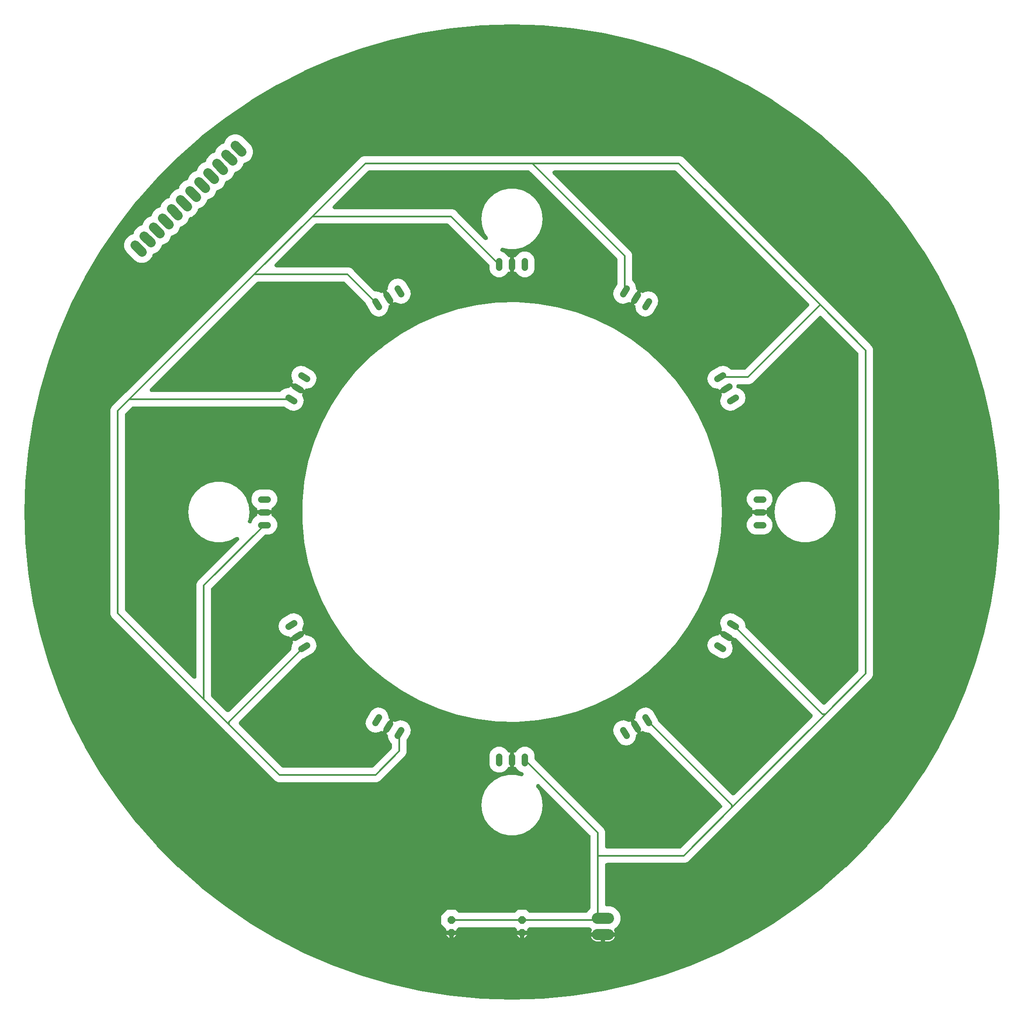
<source format=gbl>
G04 EAGLE Gerber RS-274X export*
G75*
%MOMM*%
%FSLAX34Y34*%
%LPD*%
%INBottom Copper*%
%IPPOS*%
%AMOC8*
5,1,8,0,0,1.08239X$1,22.5*%
G01*
%ADD10P,1.583577X8X292.500000*%
%ADD11C,1.828800*%
%ADD12C,1.270000*%
%ADD13C,2.184400*%
%ADD14C,0.304800*%

G36*
X60450Y-962862D02*
X60450Y-962862D01*
X60610Y-962845D01*
X60705Y-962846D01*
X120790Y-957166D01*
X120948Y-957140D01*
X121043Y-957134D01*
X180652Y-947693D01*
X180809Y-947656D01*
X180903Y-947645D01*
X239802Y-934479D01*
X239956Y-934433D01*
X240049Y-934416D01*
X298005Y-917578D01*
X298156Y-917523D01*
X298248Y-917499D01*
X355032Y-897056D01*
X355179Y-896991D01*
X355270Y-896962D01*
X410658Y-872993D01*
X410801Y-872919D01*
X410889Y-872884D01*
X464664Y-845485D01*
X464801Y-845402D01*
X464887Y-845362D01*
X516835Y-814640D01*
X516967Y-814548D01*
X517051Y-814503D01*
X566967Y-780580D01*
X567093Y-780481D01*
X567173Y-780430D01*
X614861Y-743440D01*
X614981Y-743332D01*
X615058Y-743277D01*
X660329Y-703365D01*
X660441Y-703251D01*
X660515Y-703190D01*
X703190Y-660515D01*
X703266Y-660428D01*
X703349Y-660347D01*
X703358Y-660336D01*
X703365Y-660329D01*
X743277Y-615058D01*
X743375Y-614930D01*
X743440Y-614861D01*
X780430Y-567173D01*
X780519Y-567040D01*
X780580Y-566967D01*
X814503Y-517051D01*
X814584Y-516912D01*
X814640Y-516835D01*
X845362Y-464887D01*
X845434Y-464743D01*
X845485Y-464664D01*
X872884Y-410889D01*
X872947Y-410741D01*
X872993Y-410658D01*
X896962Y-355269D01*
X897015Y-355118D01*
X897056Y-355032D01*
X917499Y-298248D01*
X917543Y-298093D01*
X917578Y-298005D01*
X934416Y-240049D01*
X934450Y-239892D01*
X934479Y-239802D01*
X947645Y-180903D01*
X947669Y-180744D01*
X947693Y-180652D01*
X957134Y-121043D01*
X957148Y-120883D01*
X957166Y-120789D01*
X962846Y-60705D01*
X962849Y-60544D01*
X962862Y-60450D01*
X964757Y-128D01*
X964751Y33D01*
X964757Y128D01*
X962862Y60450D01*
X962845Y60610D01*
X962846Y60705D01*
X957166Y120790D01*
X957140Y120948D01*
X957134Y121043D01*
X947693Y180652D01*
X947656Y180809D01*
X947645Y180903D01*
X934479Y239802D01*
X934433Y239956D01*
X934416Y240049D01*
X917578Y298005D01*
X917523Y298156D01*
X917499Y298248D01*
X897056Y355032D01*
X896991Y355179D01*
X896962Y355270D01*
X872993Y410658D01*
X872919Y410801D01*
X872884Y410889D01*
X845485Y464664D01*
X845402Y464801D01*
X845362Y464887D01*
X814640Y516835D01*
X814548Y516967D01*
X814503Y517051D01*
X780580Y566967D01*
X780481Y567093D01*
X780430Y567173D01*
X743440Y614861D01*
X743332Y614981D01*
X743277Y615058D01*
X703365Y660329D01*
X703251Y660441D01*
X703190Y660515D01*
X660515Y703190D01*
X660393Y703296D01*
X660329Y703365D01*
X615058Y743277D01*
X614930Y743374D01*
X614861Y743440D01*
X567173Y780430D01*
X567040Y780519D01*
X566967Y780580D01*
X517051Y814503D01*
X516912Y814584D01*
X516835Y814640D01*
X464887Y845362D01*
X464743Y845434D01*
X464664Y845485D01*
X410889Y872884D01*
X410741Y872947D01*
X410658Y872993D01*
X355269Y896962D01*
X355118Y897015D01*
X355032Y897056D01*
X298248Y917499D01*
X298093Y917543D01*
X298005Y917578D01*
X240049Y934416D01*
X239892Y934450D01*
X239802Y934479D01*
X180903Y947645D01*
X180744Y947669D01*
X180652Y947693D01*
X121043Y957134D01*
X120883Y957148D01*
X120790Y957166D01*
X60705Y962846D01*
X60544Y962849D01*
X60450Y962862D01*
X128Y964757D01*
X-33Y964751D01*
X-128Y964757D01*
X-60450Y962862D01*
X-60610Y962845D01*
X-60705Y962846D01*
X-120790Y957166D01*
X-120948Y957140D01*
X-121043Y957134D01*
X-180652Y947693D01*
X-180809Y947656D01*
X-180903Y947645D01*
X-239802Y934479D01*
X-239956Y934433D01*
X-240049Y934416D01*
X-298005Y917578D01*
X-298156Y917523D01*
X-298248Y917499D01*
X-355032Y897056D01*
X-355179Y896991D01*
X-355270Y896962D01*
X-410658Y872993D01*
X-410801Y872919D01*
X-410889Y872884D01*
X-464664Y845485D01*
X-464801Y845402D01*
X-464887Y845362D01*
X-516835Y814640D01*
X-516967Y814548D01*
X-517051Y814503D01*
X-566967Y780580D01*
X-567093Y780481D01*
X-567173Y780430D01*
X-614861Y743440D01*
X-614981Y743332D01*
X-615058Y743277D01*
X-660329Y703365D01*
X-660441Y703251D01*
X-660515Y703190D01*
X-703190Y660515D01*
X-703296Y660393D01*
X-703365Y660329D01*
X-743277Y615058D01*
X-743374Y614930D01*
X-743440Y614861D01*
X-780430Y567173D01*
X-780519Y567040D01*
X-780580Y566967D01*
X-814503Y517051D01*
X-814584Y516912D01*
X-814640Y516835D01*
X-845362Y464887D01*
X-845434Y464743D01*
X-845485Y464664D01*
X-872884Y410889D01*
X-872947Y410741D01*
X-872993Y410658D01*
X-896962Y355269D01*
X-897015Y355118D01*
X-897056Y355032D01*
X-917499Y298248D01*
X-917543Y298093D01*
X-917578Y298005D01*
X-934416Y240049D01*
X-934450Y239892D01*
X-934479Y239802D01*
X-947645Y180903D01*
X-947669Y180744D01*
X-947693Y180652D01*
X-957134Y121043D01*
X-957148Y120883D01*
X-957166Y120789D01*
X-962846Y60705D01*
X-962849Y60544D01*
X-962862Y60450D01*
X-964757Y128D01*
X-964751Y-33D01*
X-964757Y-128D01*
X-962862Y-60450D01*
X-962845Y-60610D01*
X-962846Y-60705D01*
X-957166Y-120790D01*
X-957140Y-120948D01*
X-957134Y-121043D01*
X-947693Y-180652D01*
X-947656Y-180809D01*
X-947645Y-180903D01*
X-934479Y-239802D01*
X-934433Y-239956D01*
X-934416Y-240049D01*
X-917578Y-298005D01*
X-917523Y-298156D01*
X-917499Y-298248D01*
X-897056Y-355032D01*
X-896991Y-355179D01*
X-896962Y-355270D01*
X-872993Y-410658D01*
X-872919Y-410801D01*
X-872884Y-410889D01*
X-845485Y-464664D01*
X-845402Y-464801D01*
X-845362Y-464887D01*
X-814640Y-516835D01*
X-814640Y-516836D01*
X-814639Y-516836D01*
X-814548Y-516968D01*
X-814503Y-517051D01*
X-780580Y-566967D01*
X-780481Y-567093D01*
X-780430Y-567173D01*
X-743440Y-614861D01*
X-743332Y-614981D01*
X-743277Y-615058D01*
X-703365Y-660329D01*
X-703251Y-660441D01*
X-703190Y-660515D01*
X-660515Y-703190D01*
X-660393Y-703296D01*
X-660329Y-703365D01*
X-615058Y-743277D01*
X-614930Y-743374D01*
X-614861Y-743440D01*
X-567173Y-780430D01*
X-567040Y-780519D01*
X-566967Y-780580D01*
X-517051Y-814503D01*
X-516912Y-814584D01*
X-516835Y-814640D01*
X-464887Y-845362D01*
X-464743Y-845434D01*
X-464664Y-845485D01*
X-410889Y-872884D01*
X-410741Y-872947D01*
X-410658Y-872993D01*
X-355269Y-896962D01*
X-355118Y-897015D01*
X-355032Y-897056D01*
X-298248Y-917499D01*
X-298093Y-917543D01*
X-298005Y-917578D01*
X-240049Y-934416D01*
X-239892Y-934450D01*
X-239802Y-934479D01*
X-180903Y-947645D01*
X-180744Y-947669D01*
X-180652Y-947693D01*
X-121043Y-957134D01*
X-120883Y-957148D01*
X-120789Y-957166D01*
X-60705Y-962846D01*
X-60544Y-962849D01*
X-60450Y-962862D01*
X-128Y-964757D01*
X33Y-964751D01*
X128Y-964757D01*
X60450Y-962862D01*
G37*
%LPC*%
G36*
X-30077Y-414145D02*
X-30077Y-414145D01*
X-69908Y-409309D01*
X-109086Y-400651D01*
X-147245Y-388252D01*
X-184029Y-372229D01*
X-219095Y-352730D01*
X-252116Y-329937D01*
X-282782Y-304064D01*
X-310809Y-275352D01*
X-335933Y-244070D01*
X-357921Y-210508D01*
X-376567Y-174981D01*
X-391697Y-137820D01*
X-403170Y-99373D01*
X-410879Y-59997D01*
X-414751Y-20061D01*
X-414751Y20061D01*
X-410879Y59997D01*
X-403170Y99373D01*
X-391697Y137820D01*
X-376567Y174981D01*
X-357921Y210508D01*
X-335933Y244070D01*
X-310809Y275353D01*
X-282782Y304064D01*
X-263672Y320188D01*
X-263671Y320188D01*
X-258856Y324251D01*
X-258855Y324251D01*
X-254039Y328314D01*
X-252116Y329937D01*
X-219095Y352730D01*
X-184029Y372229D01*
X-147245Y388252D01*
X-109086Y400651D01*
X-69908Y409309D01*
X-30078Y414145D01*
X10034Y415115D01*
X50051Y412208D01*
X89601Y405453D01*
X128315Y394913D01*
X165831Y380685D01*
X201798Y362903D01*
X235881Y341733D01*
X267762Y317371D01*
X297142Y290047D01*
X323749Y260015D01*
X347332Y227555D01*
X367673Y192970D01*
X384581Y156584D01*
X397898Y118735D01*
X407500Y79778D01*
X413298Y40076D01*
X415236Y0D01*
X413298Y-40076D01*
X407500Y-79778D01*
X397898Y-118735D01*
X384581Y-156584D01*
X367673Y-192970D01*
X347332Y-227555D01*
X323749Y-260015D01*
X297142Y-290047D01*
X267762Y-317371D01*
X235881Y-341732D01*
X201798Y-362903D01*
X165831Y-380685D01*
X128315Y-394913D01*
X89601Y-405453D01*
X50051Y-412208D01*
X10034Y-415115D01*
X-30077Y-414145D01*
G37*
%LPD*%
%LPC*%
G36*
X180000Y-831937D02*
X180000Y-831937D01*
X156229Y-831937D01*
X156302Y-831663D01*
X156978Y-830033D01*
X157432Y-829245D01*
X157533Y-829039D01*
X157640Y-828834D01*
X157658Y-828783D01*
X157682Y-828733D01*
X157753Y-828514D01*
X157830Y-828297D01*
X157841Y-828243D01*
X157857Y-828191D01*
X157897Y-827964D01*
X157943Y-827739D01*
X157946Y-827684D01*
X157955Y-827630D01*
X157963Y-827399D01*
X157976Y-827170D01*
X157972Y-827115D01*
X157974Y-827060D01*
X157949Y-826831D01*
X157930Y-826602D01*
X157918Y-826548D01*
X157912Y-826494D01*
X157856Y-826270D01*
X157805Y-826046D01*
X157786Y-825995D01*
X157772Y-825942D01*
X157685Y-825728D01*
X157604Y-825513D01*
X157577Y-825465D01*
X157557Y-825414D01*
X157440Y-825215D01*
X157330Y-825014D01*
X157297Y-824970D01*
X157269Y-824922D01*
X157126Y-824742D01*
X156988Y-824557D01*
X156949Y-824518D01*
X156915Y-824475D01*
X156750Y-824317D01*
X156586Y-824153D01*
X156550Y-824128D01*
X156503Y-824082D01*
X156039Y-823751D01*
X155981Y-823721D01*
X155945Y-823695D01*
X154573Y-822903D01*
X154385Y-822715D01*
X154340Y-822675D01*
X154299Y-822631D01*
X154125Y-822488D01*
X153955Y-822341D01*
X153905Y-822308D01*
X153858Y-822270D01*
X153665Y-822153D01*
X153477Y-822031D01*
X153422Y-822006D01*
X153371Y-821975D01*
X153164Y-821886D01*
X152960Y-821792D01*
X152902Y-821774D01*
X152847Y-821750D01*
X152630Y-821691D01*
X152415Y-821626D01*
X152355Y-821617D01*
X152297Y-821601D01*
X152180Y-821590D01*
X151852Y-821539D01*
X151627Y-821536D01*
X151512Y-821525D01*
X35765Y-821525D01*
X35705Y-821529D01*
X35644Y-821527D01*
X35421Y-821549D01*
X35197Y-821565D01*
X35138Y-821577D01*
X35078Y-821583D01*
X34859Y-821637D01*
X34639Y-821684D01*
X34583Y-821705D01*
X34524Y-821719D01*
X34316Y-821802D01*
X34104Y-821880D01*
X34051Y-821908D01*
X33995Y-821931D01*
X33801Y-822042D01*
X33602Y-822148D01*
X33553Y-822184D01*
X33501Y-822214D01*
X33410Y-822289D01*
X33142Y-822485D01*
X32981Y-822642D01*
X32892Y-822715D01*
X31046Y-824561D01*
X31006Y-824606D01*
X30962Y-824647D01*
X30820Y-824821D01*
X30672Y-824991D01*
X30640Y-825042D01*
X30601Y-825088D01*
X30485Y-825280D01*
X30363Y-825469D01*
X30337Y-825524D01*
X30306Y-825576D01*
X30217Y-825782D01*
X30123Y-825986D01*
X30105Y-826044D01*
X30081Y-826099D01*
X30023Y-826316D01*
X29957Y-826531D01*
X29948Y-826591D01*
X29932Y-826649D01*
X29921Y-826766D01*
X29870Y-827094D01*
X29867Y-827319D01*
X29856Y-827434D01*
X29856Y-828637D01*
X20000Y-828637D01*
X10144Y-828637D01*
X10144Y-827434D01*
X10140Y-827374D01*
X10142Y-827313D01*
X10120Y-827090D01*
X10104Y-826866D01*
X10091Y-826806D01*
X10085Y-826746D01*
X10032Y-826528D01*
X9985Y-826308D01*
X9964Y-826252D01*
X9950Y-826193D01*
X9867Y-825985D01*
X9789Y-825773D01*
X9761Y-825720D01*
X9738Y-825664D01*
X9627Y-825469D01*
X9520Y-825271D01*
X9485Y-825222D01*
X9455Y-825170D01*
X9380Y-825079D01*
X9184Y-824811D01*
X9027Y-824650D01*
X8954Y-824561D01*
X7108Y-822715D01*
X7063Y-822675D01*
X7022Y-822631D01*
X6847Y-822488D01*
X6678Y-822341D01*
X6627Y-822308D01*
X6581Y-822270D01*
X6388Y-822154D01*
X6200Y-822031D01*
X6145Y-822006D01*
X6093Y-821975D01*
X5887Y-821886D01*
X5683Y-821791D01*
X5625Y-821774D01*
X5570Y-821750D01*
X5353Y-821692D01*
X5138Y-821626D01*
X5078Y-821617D01*
X5020Y-821601D01*
X4903Y-821590D01*
X4575Y-821539D01*
X4350Y-821536D01*
X4235Y-821525D01*
X-104235Y-821525D01*
X-104295Y-821529D01*
X-104355Y-821527D01*
X-104579Y-821549D01*
X-104803Y-821565D01*
X-104862Y-821577D01*
X-104922Y-821583D01*
X-105141Y-821637D01*
X-105360Y-821684D01*
X-105417Y-821704D01*
X-105476Y-821719D01*
X-105685Y-821802D01*
X-105896Y-821880D01*
X-105949Y-821908D01*
X-106005Y-821930D01*
X-106200Y-822042D01*
X-106398Y-822148D01*
X-106447Y-822184D01*
X-106499Y-822214D01*
X-106590Y-822289D01*
X-106858Y-822485D01*
X-107019Y-822642D01*
X-107108Y-822715D01*
X-108954Y-824561D01*
X-108994Y-824606D01*
X-109038Y-824647D01*
X-109180Y-824821D01*
X-109328Y-824991D01*
X-109360Y-825042D01*
X-109399Y-825088D01*
X-109515Y-825281D01*
X-109637Y-825469D01*
X-109663Y-825524D01*
X-109694Y-825576D01*
X-109783Y-825782D01*
X-109877Y-825986D01*
X-109895Y-826044D01*
X-109919Y-826099D01*
X-109977Y-826316D01*
X-110043Y-826531D01*
X-110052Y-826591D01*
X-110068Y-826649D01*
X-110079Y-826766D01*
X-110130Y-827094D01*
X-110133Y-827319D01*
X-110144Y-827434D01*
X-110144Y-828637D01*
X-120000Y-828637D01*
X-129856Y-828637D01*
X-129856Y-827434D01*
X-129860Y-827374D01*
X-129858Y-827313D01*
X-129880Y-827090D01*
X-129896Y-826866D01*
X-129909Y-826806D01*
X-129915Y-826746D01*
X-129968Y-826528D01*
X-130015Y-826308D01*
X-130036Y-826252D01*
X-130050Y-826193D01*
X-130134Y-825984D01*
X-130211Y-825773D01*
X-130239Y-825720D01*
X-130262Y-825664D01*
X-130373Y-825469D01*
X-130480Y-825271D01*
X-130515Y-825222D01*
X-130545Y-825170D01*
X-130620Y-825079D01*
X-130816Y-824811D01*
X-130973Y-824650D01*
X-131046Y-824561D01*
X-140016Y-815591D01*
X-140016Y-799009D01*
X-128291Y-787284D01*
X-111709Y-787284D01*
X-107108Y-791885D01*
X-107062Y-791925D01*
X-107022Y-791969D01*
X-106848Y-792111D01*
X-106678Y-792259D01*
X-106627Y-792292D01*
X-106580Y-792330D01*
X-106388Y-792447D01*
X-106200Y-792569D01*
X-106145Y-792594D01*
X-106093Y-792625D01*
X-105887Y-792714D01*
X-105683Y-792809D01*
X-105625Y-792826D01*
X-105570Y-792850D01*
X-105353Y-792908D01*
X-105138Y-792974D01*
X-105078Y-792983D01*
X-105020Y-792999D01*
X-104903Y-793010D01*
X-104574Y-793061D01*
X-104350Y-793064D01*
X-104235Y-793075D01*
X4235Y-793075D01*
X4295Y-793071D01*
X4355Y-793073D01*
X4579Y-793051D01*
X4803Y-793035D01*
X4862Y-793023D01*
X4922Y-793017D01*
X5141Y-792963D01*
X5361Y-792916D01*
X5417Y-792896D01*
X5476Y-792881D01*
X5685Y-792798D01*
X5896Y-792720D01*
X5949Y-792692D01*
X6005Y-792670D01*
X6200Y-792558D01*
X6398Y-792452D01*
X6447Y-792416D01*
X6499Y-792386D01*
X6590Y-792311D01*
X6858Y-792115D01*
X7019Y-791958D01*
X7108Y-791885D01*
X11709Y-787284D01*
X28291Y-787284D01*
X32892Y-791885D01*
X32938Y-791925D01*
X32978Y-791969D01*
X33152Y-792111D01*
X33322Y-792259D01*
X33373Y-792292D01*
X33419Y-792330D01*
X33612Y-792446D01*
X33800Y-792569D01*
X33855Y-792594D01*
X33907Y-792625D01*
X34113Y-792714D01*
X34317Y-792809D01*
X34375Y-792826D01*
X34430Y-792850D01*
X34647Y-792908D01*
X34862Y-792974D01*
X34922Y-792983D01*
X34980Y-792999D01*
X35097Y-793010D01*
X35425Y-793061D01*
X35650Y-793064D01*
X35765Y-793075D01*
X145762Y-793075D01*
X145784Y-793074D01*
X145806Y-793075D01*
X146067Y-793054D01*
X146331Y-793035D01*
X146352Y-793031D01*
X146374Y-793029D01*
X146631Y-792971D01*
X146888Y-792916D01*
X146908Y-792909D01*
X146930Y-792904D01*
X147176Y-792811D01*
X147423Y-792720D01*
X147442Y-792710D01*
X147463Y-792702D01*
X147693Y-792576D01*
X147925Y-792452D01*
X147943Y-792439D01*
X147962Y-792428D01*
X148173Y-792271D01*
X148385Y-792115D01*
X148401Y-792100D01*
X148419Y-792087D01*
X148604Y-791902D01*
X148794Y-791718D01*
X148807Y-791700D01*
X148823Y-791685D01*
X148866Y-791624D01*
X149142Y-791267D01*
X149225Y-791123D01*
X149281Y-791044D01*
X150175Y-789495D01*
X154585Y-785085D01*
X154625Y-785040D01*
X154669Y-784999D01*
X154811Y-784825D01*
X154959Y-784655D01*
X154992Y-784604D01*
X155030Y-784558D01*
X155146Y-784366D01*
X155269Y-784177D01*
X155294Y-784122D01*
X155325Y-784071D01*
X155414Y-783864D01*
X155509Y-783660D01*
X155526Y-783602D01*
X155550Y-783547D01*
X155608Y-783330D01*
X155674Y-783115D01*
X155683Y-783055D01*
X155699Y-782997D01*
X155710Y-782880D01*
X155761Y-782552D01*
X155764Y-782327D01*
X155775Y-782212D01*
X155775Y-642175D01*
X155771Y-642115D01*
X155773Y-642055D01*
X155751Y-641831D01*
X155735Y-641607D01*
X155723Y-641548D01*
X155717Y-641488D01*
X155663Y-641269D01*
X155616Y-641050D01*
X155596Y-640993D01*
X155581Y-640934D01*
X155498Y-640725D01*
X155420Y-640514D01*
X155392Y-640461D01*
X155370Y-640405D01*
X155258Y-640210D01*
X155152Y-640012D01*
X155116Y-639963D01*
X155086Y-639911D01*
X155011Y-639820D01*
X154815Y-639552D01*
X154658Y-639391D01*
X154585Y-639302D01*
X54626Y-539343D01*
X54473Y-539210D01*
X54326Y-539072D01*
X54259Y-539024D01*
X54196Y-538969D01*
X54026Y-538859D01*
X53861Y-538742D01*
X53787Y-538704D01*
X53717Y-538659D01*
X53534Y-538574D01*
X53355Y-538482D01*
X53276Y-538454D01*
X53201Y-538419D01*
X53007Y-538361D01*
X52817Y-538294D01*
X52735Y-538278D01*
X52655Y-538254D01*
X52455Y-538223D01*
X52258Y-538184D01*
X52175Y-538179D01*
X52092Y-538167D01*
X51890Y-538164D01*
X51689Y-538153D01*
X51606Y-538160D01*
X51523Y-538159D01*
X51322Y-538185D01*
X51121Y-538202D01*
X51040Y-538221D01*
X50957Y-538231D01*
X50762Y-538284D01*
X50566Y-538330D01*
X50488Y-538360D01*
X50408Y-538382D01*
X50222Y-538462D01*
X50034Y-538534D01*
X49961Y-538574D01*
X49885Y-538607D01*
X49712Y-538712D01*
X49536Y-538811D01*
X49469Y-538861D01*
X49398Y-538904D01*
X49242Y-539032D01*
X49081Y-539154D01*
X49022Y-539213D01*
X48958Y-539266D01*
X48822Y-539415D01*
X48679Y-539558D01*
X48629Y-539625D01*
X48573Y-539686D01*
X48459Y-539853D01*
X48338Y-540014D01*
X48298Y-540087D01*
X48250Y-540156D01*
X48160Y-540337D01*
X48063Y-540514D01*
X48034Y-540591D01*
X47997Y-540666D01*
X47933Y-540858D01*
X47861Y-541046D01*
X47843Y-541127D01*
X47817Y-541206D01*
X47780Y-541406D01*
X47736Y-541602D01*
X47729Y-541685D01*
X47714Y-541767D01*
X47706Y-541969D01*
X47690Y-542170D01*
X47695Y-542253D01*
X47691Y-542336D01*
X47711Y-542537D01*
X47723Y-542739D01*
X47740Y-542821D01*
X47748Y-542903D01*
X47796Y-543099D01*
X47836Y-543297D01*
X47864Y-543376D01*
X47884Y-543457D01*
X47959Y-543644D01*
X48026Y-543835D01*
X48058Y-543892D01*
X48095Y-543986D01*
X48379Y-544480D01*
X48396Y-544501D01*
X48409Y-544524D01*
X53511Y-551915D01*
X58677Y-565537D01*
X60433Y-580000D01*
X58677Y-594463D01*
X53511Y-608085D01*
X45235Y-620075D01*
X34330Y-629735D01*
X21430Y-636506D01*
X7284Y-639992D01*
X-7284Y-639992D01*
X-21430Y-636506D01*
X-34330Y-629735D01*
X-45235Y-620074D01*
X-53511Y-608085D01*
X-58677Y-594463D01*
X-60433Y-580000D01*
X-58677Y-565537D01*
X-53511Y-551915D01*
X-45235Y-539925D01*
X-34330Y-530265D01*
X-21430Y-523494D01*
X-21085Y-523409D01*
X-21009Y-523385D01*
X-20931Y-523368D01*
X-20738Y-523297D01*
X-20542Y-523234D01*
X-20471Y-523200D01*
X-20396Y-523172D01*
X-20214Y-523075D01*
X-20030Y-522985D01*
X-19964Y-522941D01*
X-19894Y-522904D01*
X-19728Y-522782D01*
X-19608Y-522701D01*
X-19595Y-522704D01*
X-19336Y-522746D01*
X-19315Y-522747D01*
X-19293Y-522750D01*
X-19029Y-522753D01*
X-18767Y-522759D01*
X-18749Y-522756D01*
X-18723Y-522757D01*
X-18158Y-522684D01*
X-18074Y-522658D01*
X-17986Y-522646D01*
X-7284Y-520008D01*
X7284Y-520008D01*
X17986Y-522646D01*
X18246Y-522690D01*
X18505Y-522738D01*
X18526Y-522739D01*
X18548Y-522743D01*
X18811Y-522751D01*
X19074Y-522762D01*
X19096Y-522760D01*
X19117Y-522761D01*
X19378Y-522732D01*
X19641Y-522706D01*
X19662Y-522701D01*
X19684Y-522698D01*
X19938Y-522634D01*
X20195Y-522571D01*
X20215Y-522563D01*
X20236Y-522558D01*
X20480Y-522457D01*
X20724Y-522360D01*
X20743Y-522349D01*
X20763Y-522341D01*
X20990Y-522208D01*
X21219Y-522077D01*
X21236Y-522064D01*
X21255Y-522053D01*
X21461Y-521889D01*
X21669Y-521728D01*
X21684Y-521713D01*
X21701Y-521699D01*
X21883Y-521507D01*
X22066Y-521319D01*
X22078Y-521302D01*
X22093Y-521286D01*
X22247Y-521070D01*
X22401Y-520859D01*
X22412Y-520840D01*
X22424Y-520822D01*
X22546Y-520587D01*
X22669Y-520356D01*
X22677Y-520336D01*
X22687Y-520316D01*
X22775Y-520067D01*
X22865Y-519821D01*
X22869Y-519800D01*
X22876Y-519779D01*
X22928Y-519520D01*
X22983Y-519263D01*
X22984Y-519242D01*
X22989Y-519220D01*
X23004Y-518958D01*
X23022Y-518695D01*
X23021Y-518673D01*
X23022Y-518652D01*
X23000Y-518389D01*
X22981Y-518127D01*
X22977Y-518105D01*
X22975Y-518084D01*
X22917Y-517827D01*
X22862Y-517570D01*
X22854Y-517549D01*
X22849Y-517528D01*
X22756Y-517282D01*
X22665Y-517035D01*
X22655Y-517016D01*
X22647Y-516995D01*
X22520Y-516765D01*
X22396Y-516533D01*
X22383Y-516515D01*
X22372Y-516496D01*
X22214Y-516286D01*
X22059Y-516073D01*
X22043Y-516058D01*
X22030Y-516040D01*
X21844Y-515854D01*
X21661Y-515666D01*
X21643Y-515652D01*
X21628Y-515637D01*
X21418Y-515478D01*
X21210Y-515317D01*
X21194Y-515309D01*
X21173Y-515294D01*
X20675Y-515017D01*
X20592Y-514988D01*
X20514Y-514946D01*
X14609Y-512500D01*
X9250Y-507141D01*
X9042Y-506639D01*
X8995Y-506546D01*
X8957Y-506448D01*
X8868Y-506291D01*
X8787Y-506130D01*
X8728Y-506043D01*
X8676Y-505952D01*
X8566Y-505809D01*
X8464Y-505660D01*
X8393Y-505583D01*
X8329Y-505500D01*
X8201Y-505374D01*
X8078Y-505241D01*
X7997Y-505174D01*
X7922Y-505101D01*
X7777Y-504994D01*
X7638Y-504880D01*
X7548Y-504825D01*
X7464Y-504763D01*
X7305Y-504677D01*
X7151Y-504584D01*
X7055Y-504542D01*
X6962Y-504492D01*
X6793Y-504430D01*
X6628Y-504358D01*
X6527Y-504331D01*
X6428Y-504294D01*
X6251Y-504256D01*
X6078Y-504209D01*
X5974Y-504196D01*
X5871Y-504173D01*
X5691Y-504160D01*
X5513Y-504137D01*
X5408Y-504139D01*
X5303Y-504131D01*
X5123Y-504143D01*
X4943Y-504146D01*
X4839Y-504162D01*
X4735Y-504169D01*
X4558Y-504206D01*
X4380Y-504234D01*
X4279Y-504264D01*
X4177Y-504286D01*
X4067Y-504329D01*
X4063Y-504330D01*
X4063Y-490000D01*
X4063Y-475674D01*
X4069Y-475676D01*
X4167Y-475711D01*
X4344Y-475749D01*
X4518Y-475795D01*
X4622Y-475808D01*
X4725Y-475830D01*
X4905Y-475842D01*
X5084Y-475864D01*
X5189Y-475862D01*
X5293Y-475869D01*
X5473Y-475856D01*
X5654Y-475852D01*
X5757Y-475836D01*
X5862Y-475828D01*
X6038Y-475790D01*
X6216Y-475761D01*
X6316Y-475730D01*
X6419Y-475708D01*
X6588Y-475646D01*
X6760Y-475593D01*
X6855Y-475548D01*
X6953Y-475512D01*
X7112Y-475427D01*
X7276Y-475349D01*
X7363Y-475292D01*
X7455Y-475242D01*
X7601Y-475136D01*
X7752Y-475037D01*
X7830Y-474967D01*
X7915Y-474905D01*
X8044Y-474779D01*
X8179Y-474660D01*
X8248Y-474580D01*
X8323Y-474507D01*
X8433Y-474365D01*
X8550Y-474228D01*
X8607Y-474139D01*
X8671Y-474056D01*
X8726Y-473952D01*
X8857Y-473747D01*
X8985Y-473467D01*
X9042Y-473361D01*
X9250Y-472859D01*
X14609Y-467500D01*
X21611Y-464599D01*
X29189Y-464599D01*
X36191Y-467500D01*
X41550Y-472859D01*
X44451Y-479861D01*
X44451Y-487251D01*
X44455Y-487311D01*
X44453Y-487371D01*
X44475Y-487595D01*
X44491Y-487819D01*
X44503Y-487878D01*
X44509Y-487938D01*
X44563Y-488157D01*
X44610Y-488376D01*
X44630Y-488433D01*
X44645Y-488492D01*
X44728Y-488701D01*
X44806Y-488912D01*
X44834Y-488965D01*
X44856Y-489021D01*
X44968Y-489216D01*
X45074Y-489414D01*
X45110Y-489463D01*
X45140Y-489515D01*
X45215Y-489606D01*
X45411Y-489874D01*
X45568Y-490035D01*
X45641Y-490124D01*
X177486Y-621969D01*
X182059Y-626542D01*
X184225Y-631770D01*
X184225Y-661712D01*
X184241Y-661941D01*
X184251Y-662172D01*
X184261Y-662226D01*
X184265Y-662280D01*
X184313Y-662506D01*
X184355Y-662732D01*
X184372Y-662784D01*
X184384Y-662838D01*
X184463Y-663054D01*
X184536Y-663272D01*
X184561Y-663321D01*
X184580Y-663373D01*
X184688Y-663576D01*
X184791Y-663781D01*
X184822Y-663827D01*
X184848Y-663875D01*
X184984Y-664061D01*
X185115Y-664250D01*
X185152Y-664291D01*
X185185Y-664335D01*
X185345Y-664500D01*
X185501Y-664669D01*
X185544Y-664704D01*
X185582Y-664743D01*
X185764Y-664884D01*
X185942Y-665030D01*
X185990Y-665058D01*
X186033Y-665092D01*
X186233Y-665206D01*
X186430Y-665325D01*
X186480Y-665347D01*
X186528Y-665374D01*
X186742Y-665459D01*
X186953Y-665550D01*
X187006Y-665564D01*
X187057Y-665584D01*
X187282Y-665639D01*
X187503Y-665699D01*
X187547Y-665703D01*
X187611Y-665719D01*
X188178Y-665774D01*
X188244Y-665771D01*
X188288Y-665775D01*
X332425Y-665775D01*
X332485Y-665771D01*
X332545Y-665773D01*
X332769Y-665751D01*
X332993Y-665735D01*
X333052Y-665723D01*
X333112Y-665717D01*
X333331Y-665663D01*
X333550Y-665616D01*
X333607Y-665596D01*
X333666Y-665581D01*
X333875Y-665498D01*
X334086Y-665420D01*
X334139Y-665392D01*
X334195Y-665370D01*
X334390Y-665258D01*
X334588Y-665152D01*
X334637Y-665116D01*
X334689Y-665086D01*
X334780Y-665011D01*
X335048Y-664815D01*
X335209Y-664658D01*
X335298Y-664585D01*
X414683Y-585201D01*
X414834Y-585027D01*
X414989Y-584857D01*
X415020Y-584812D01*
X415056Y-584770D01*
X415181Y-584577D01*
X415312Y-584388D01*
X415336Y-584338D01*
X415366Y-584292D01*
X415463Y-584083D01*
X415565Y-583877D01*
X415583Y-583825D01*
X415606Y-583775D01*
X415673Y-583555D01*
X415745Y-583337D01*
X415755Y-583283D01*
X415771Y-583230D01*
X415806Y-583003D01*
X415848Y-582776D01*
X415850Y-582721D01*
X415858Y-582667D01*
X415862Y-582437D01*
X415871Y-582207D01*
X415865Y-582152D01*
X415866Y-582097D01*
X415837Y-581869D01*
X415814Y-581640D01*
X415801Y-581587D01*
X415794Y-581532D01*
X415733Y-581310D01*
X415679Y-581087D01*
X415658Y-581036D01*
X415644Y-580983D01*
X415552Y-580771D01*
X415467Y-580558D01*
X415440Y-580510D01*
X415418Y-580459D01*
X415298Y-580263D01*
X415183Y-580063D01*
X415155Y-580029D01*
X415121Y-579973D01*
X414759Y-579533D01*
X414711Y-579489D01*
X414683Y-579454D01*
X272846Y-437618D01*
X272815Y-437591D01*
X272787Y-437560D01*
X272600Y-437404D01*
X272416Y-437244D01*
X272381Y-437222D01*
X272350Y-437195D01*
X272142Y-437067D01*
X271938Y-436934D01*
X271900Y-436917D01*
X271865Y-436895D01*
X271642Y-436797D01*
X271421Y-436694D01*
X271381Y-436682D01*
X271344Y-436666D01*
X271109Y-436600D01*
X270875Y-436529D01*
X270835Y-436523D01*
X270795Y-436512D01*
X270554Y-436479D01*
X270312Y-436442D01*
X270271Y-436441D01*
X270230Y-436436D01*
X270126Y-436439D01*
X269743Y-436434D01*
X269550Y-436459D01*
X269442Y-436462D01*
X268902Y-436534D01*
X261581Y-434572D01*
X261150Y-434241D01*
X261063Y-434183D01*
X260981Y-434118D01*
X260825Y-434027D01*
X260675Y-433927D01*
X260580Y-433882D01*
X260490Y-433829D01*
X260323Y-433760D01*
X260160Y-433682D01*
X260060Y-433651D01*
X259963Y-433611D01*
X259789Y-433566D01*
X259617Y-433512D01*
X259513Y-433495D01*
X259412Y-433469D01*
X259232Y-433449D01*
X259054Y-433419D01*
X258950Y-433417D01*
X258845Y-433405D01*
X258665Y-433410D01*
X258485Y-433406D01*
X258381Y-433419D01*
X258276Y-433422D01*
X258098Y-433452D01*
X257919Y-433473D01*
X257818Y-433500D01*
X257714Y-433517D01*
X257542Y-433572D01*
X257368Y-433618D01*
X257271Y-433659D01*
X257171Y-433691D01*
X257009Y-433769D01*
X256843Y-433839D01*
X256753Y-433893D01*
X256658Y-433938D01*
X256508Y-434039D01*
X256353Y-434131D01*
X256272Y-434197D01*
X256185Y-434255D01*
X256050Y-434376D01*
X255910Y-434489D01*
X255838Y-434566D01*
X255760Y-434635D01*
X255687Y-434728D01*
X255684Y-434731D01*
X248519Y-422321D01*
X248519Y-422320D01*
X241356Y-409914D01*
X241361Y-409912D01*
X241465Y-409894D01*
X241636Y-409838D01*
X241810Y-409791D01*
X241907Y-409750D01*
X242007Y-409718D01*
X242168Y-409639D01*
X242334Y-409568D01*
X242424Y-409514D01*
X242518Y-409468D01*
X242668Y-409366D01*
X242822Y-409273D01*
X242903Y-409207D01*
X242990Y-409148D01*
X243124Y-409027D01*
X243264Y-408913D01*
X243335Y-408836D01*
X243413Y-408766D01*
X243528Y-408627D01*
X243651Y-408495D01*
X243710Y-408409D01*
X243778Y-408328D01*
X243873Y-408175D01*
X243975Y-408027D01*
X244022Y-407933D01*
X244078Y-407844D01*
X244150Y-407679D01*
X244231Y-407518D01*
X244265Y-407418D01*
X244307Y-407322D01*
X244356Y-407149D01*
X244414Y-406978D01*
X244433Y-406875D01*
X244461Y-406774D01*
X244485Y-406595D01*
X244518Y-406418D01*
X244523Y-406313D01*
X244537Y-406209D01*
X244533Y-406091D01*
X244544Y-405848D01*
X244515Y-405542D01*
X244511Y-405421D01*
X244440Y-404882D01*
X246401Y-397562D01*
X251015Y-391549D01*
X257578Y-387760D01*
X265092Y-386770D01*
X272413Y-388732D01*
X278426Y-393346D01*
X288565Y-410908D01*
X288718Y-412069D01*
X288734Y-412147D01*
X288742Y-412226D01*
X288791Y-412426D01*
X288832Y-412627D01*
X288858Y-412702D01*
X288877Y-412779D01*
X288954Y-412970D01*
X289023Y-413164D01*
X289059Y-413234D01*
X289089Y-413308D01*
X289192Y-413487D01*
X289287Y-413669D01*
X289333Y-413733D01*
X289373Y-413803D01*
X289450Y-413897D01*
X289619Y-414132D01*
X289797Y-414318D01*
X289873Y-414412D01*
X434799Y-559338D01*
X434973Y-559489D01*
X435143Y-559644D01*
X435188Y-559675D01*
X435230Y-559711D01*
X435423Y-559836D01*
X435612Y-559967D01*
X435662Y-559991D01*
X435708Y-560021D01*
X435917Y-560118D01*
X436123Y-560220D01*
X436175Y-560238D01*
X436225Y-560261D01*
X436445Y-560328D01*
X436663Y-560400D01*
X436717Y-560410D01*
X436770Y-560426D01*
X436997Y-560461D01*
X437224Y-560503D01*
X437279Y-560505D01*
X437333Y-560513D01*
X437563Y-560517D01*
X437793Y-560526D01*
X437848Y-560520D01*
X437903Y-560521D01*
X438131Y-560492D01*
X438360Y-560469D01*
X438413Y-560456D01*
X438468Y-560449D01*
X438690Y-560388D01*
X438913Y-560334D01*
X438964Y-560313D01*
X439017Y-560299D01*
X439229Y-560207D01*
X439442Y-560122D01*
X439490Y-560095D01*
X439541Y-560073D01*
X439737Y-559953D01*
X439937Y-559838D01*
X439971Y-559810D01*
X440027Y-559776D01*
X440467Y-559414D01*
X440511Y-559366D01*
X440546Y-559338D01*
X594035Y-405849D01*
X594186Y-405675D01*
X594341Y-405505D01*
X594372Y-405460D01*
X594408Y-405418D01*
X594533Y-405225D01*
X594664Y-405036D01*
X594688Y-404986D01*
X594718Y-404940D01*
X594815Y-404731D01*
X594917Y-404525D01*
X594935Y-404473D01*
X594958Y-404423D01*
X595025Y-404203D01*
X595097Y-403985D01*
X595107Y-403931D01*
X595123Y-403878D01*
X595158Y-403651D01*
X595200Y-403424D01*
X595202Y-403369D01*
X595210Y-403315D01*
X595214Y-403085D01*
X595223Y-402855D01*
X595217Y-402800D01*
X595218Y-402745D01*
X595189Y-402517D01*
X595166Y-402288D01*
X595153Y-402235D01*
X595146Y-402180D01*
X595085Y-401958D01*
X595031Y-401735D01*
X595010Y-401684D01*
X594996Y-401631D01*
X594904Y-401419D01*
X594819Y-401205D01*
X594792Y-401158D01*
X594770Y-401107D01*
X594650Y-400911D01*
X594535Y-400711D01*
X594507Y-400677D01*
X594473Y-400621D01*
X594111Y-400181D01*
X594063Y-400137D01*
X594035Y-400102D01*
X444557Y-250625D01*
X444387Y-250477D01*
X444220Y-250323D01*
X444171Y-250290D01*
X444127Y-250251D01*
X443937Y-250128D01*
X443751Y-250000D01*
X443698Y-249973D01*
X443648Y-249941D01*
X443443Y-249846D01*
X443241Y-249745D01*
X443185Y-249726D01*
X443132Y-249701D01*
X442915Y-249636D01*
X442701Y-249564D01*
X442643Y-249553D01*
X442586Y-249536D01*
X442363Y-249501D01*
X442141Y-249460D01*
X442082Y-249458D01*
X442023Y-249449D01*
X441797Y-249446D01*
X441571Y-249436D01*
X441513Y-249442D01*
X441453Y-249441D01*
X441229Y-249470D01*
X441004Y-249492D01*
X440947Y-249506D01*
X440888Y-249513D01*
X440670Y-249573D01*
X440479Y-249619D01*
X426384Y-241481D01*
X426383Y-241481D01*
X413977Y-234318D01*
X413981Y-234314D01*
X414061Y-234247D01*
X414182Y-234113D01*
X414309Y-233985D01*
X414372Y-233901D01*
X414443Y-233823D01*
X414543Y-233674D01*
X414651Y-233529D01*
X414702Y-233437D01*
X414761Y-233350D01*
X414839Y-233188D01*
X414926Y-233030D01*
X414964Y-232932D01*
X415010Y-232838D01*
X415065Y-232666D01*
X415129Y-232498D01*
X415152Y-232395D01*
X415184Y-232296D01*
X415215Y-232118D01*
X415255Y-231942D01*
X415264Y-231838D01*
X415282Y-231734D01*
X415287Y-231554D01*
X415302Y-231374D01*
X415296Y-231269D01*
X415299Y-231165D01*
X415280Y-230985D01*
X415269Y-230805D01*
X415249Y-230703D01*
X415237Y-230598D01*
X415193Y-230423D01*
X415157Y-230247D01*
X415122Y-230148D01*
X415096Y-230046D01*
X415028Y-229879D01*
X414968Y-229709D01*
X414920Y-229616D01*
X414880Y-229519D01*
X414817Y-229418D01*
X414705Y-229203D01*
X414526Y-228952D01*
X414463Y-228850D01*
X414132Y-228419D01*
X412170Y-221098D01*
X413160Y-213584D01*
X416949Y-207021D01*
X422962Y-202407D01*
X430282Y-200446D01*
X437796Y-201435D01*
X455358Y-211574D01*
X459972Y-217587D01*
X461934Y-224908D01*
X461862Y-225448D01*
X461860Y-225489D01*
X461852Y-225530D01*
X461843Y-225775D01*
X461828Y-226017D01*
X461831Y-226058D01*
X461829Y-226099D01*
X461854Y-226342D01*
X461873Y-226585D01*
X461882Y-226625D01*
X461886Y-226666D01*
X461944Y-226904D01*
X461997Y-227141D01*
X462012Y-227180D01*
X462022Y-227220D01*
X462113Y-227447D01*
X462198Y-227674D01*
X462218Y-227710D01*
X462233Y-227749D01*
X462355Y-227960D01*
X462472Y-228174D01*
X462497Y-228207D01*
X462517Y-228243D01*
X462583Y-228323D01*
X462813Y-228631D01*
X462950Y-228769D01*
X463018Y-228852D01*
X614151Y-379986D01*
X614325Y-380137D01*
X614495Y-380292D01*
X614540Y-380323D01*
X614582Y-380359D01*
X614775Y-380484D01*
X614964Y-380615D01*
X615014Y-380639D01*
X615060Y-380669D01*
X615269Y-380766D01*
X615475Y-380868D01*
X615527Y-380886D01*
X615577Y-380909D01*
X615797Y-380976D01*
X616015Y-381048D01*
X616069Y-381058D01*
X616122Y-381074D01*
X616349Y-381109D01*
X616576Y-381151D01*
X616631Y-381153D01*
X616685Y-381161D01*
X616915Y-381164D01*
X617145Y-381174D01*
X617200Y-381168D01*
X617255Y-381169D01*
X617483Y-381140D01*
X617712Y-381117D01*
X617765Y-381104D01*
X617820Y-381097D01*
X618042Y-381036D01*
X618265Y-380981D01*
X618316Y-380961D01*
X618369Y-380947D01*
X618581Y-380855D01*
X618794Y-380770D01*
X618842Y-380742D01*
X618893Y-380721D01*
X619089Y-380601D01*
X619289Y-380486D01*
X619323Y-380458D01*
X619379Y-380424D01*
X619819Y-380062D01*
X619863Y-380014D01*
X619898Y-379986D01*
X684585Y-315298D01*
X684625Y-315252D01*
X684669Y-315212D01*
X684811Y-315037D01*
X684959Y-314868D01*
X684992Y-314817D01*
X685030Y-314770D01*
X685147Y-314578D01*
X685269Y-314390D01*
X685294Y-314335D01*
X685325Y-314283D01*
X685414Y-314077D01*
X685509Y-313873D01*
X685526Y-313815D01*
X685550Y-313760D01*
X685608Y-313543D01*
X685674Y-313328D01*
X685683Y-313268D01*
X685699Y-313210D01*
X685710Y-313092D01*
X685761Y-312764D01*
X685764Y-312540D01*
X685775Y-312425D01*
X685775Y312425D01*
X685771Y312485D01*
X685773Y312545D01*
X685751Y312769D01*
X685735Y312993D01*
X685723Y313052D01*
X685717Y313112D01*
X685663Y313331D01*
X685616Y313550D01*
X685596Y313607D01*
X685581Y313666D01*
X685498Y313875D01*
X685420Y314086D01*
X685392Y314139D01*
X685370Y314195D01*
X685258Y314390D01*
X685152Y314588D01*
X685116Y314637D01*
X685086Y314689D01*
X685011Y314780D01*
X684815Y315048D01*
X684658Y315209D01*
X684585Y315298D01*
X612873Y387010D01*
X612699Y387161D01*
X612530Y387317D01*
X612484Y387348D01*
X612443Y387384D01*
X612250Y387509D01*
X612060Y387639D01*
X612011Y387664D01*
X611965Y387694D01*
X611756Y387790D01*
X611550Y387893D01*
X611498Y387910D01*
X611448Y387933D01*
X611228Y388000D01*
X611009Y388073D01*
X610955Y388083D01*
X610903Y388099D01*
X610676Y388134D01*
X610449Y388175D01*
X610394Y388178D01*
X610340Y388186D01*
X610110Y388189D01*
X609879Y388198D01*
X609825Y388193D01*
X609770Y388194D01*
X609541Y388164D01*
X609312Y388142D01*
X609259Y388129D01*
X609205Y388122D01*
X608982Y388061D01*
X608759Y388006D01*
X608708Y387986D01*
X608655Y387971D01*
X608444Y387880D01*
X608230Y387794D01*
X608182Y387767D01*
X608132Y387745D01*
X607935Y387625D01*
X607736Y387511D01*
X607702Y387483D01*
X607646Y387448D01*
X607205Y387087D01*
X607161Y387038D01*
X607127Y387010D01*
X475055Y254938D01*
X469827Y252772D01*
X447769Y252772D01*
X447731Y252770D01*
X447693Y252772D01*
X447447Y252750D01*
X447201Y252732D01*
X447163Y252724D01*
X447125Y252721D01*
X446885Y252665D01*
X446644Y252613D01*
X446608Y252600D01*
X446570Y252591D01*
X446340Y252502D01*
X446109Y252417D01*
X446075Y252399D01*
X446039Y252385D01*
X445824Y252265D01*
X445606Y252149D01*
X445575Y252126D01*
X445542Y252107D01*
X445345Y251958D01*
X445146Y251812D01*
X445119Y251785D01*
X445088Y251762D01*
X444915Y251587D01*
X444738Y251415D01*
X444715Y251384D01*
X444688Y251357D01*
X444540Y251159D01*
X444389Y250964D01*
X444370Y250931D01*
X444347Y250900D01*
X444229Y250684D01*
X444107Y250469D01*
X444093Y250433D01*
X444075Y250400D01*
X443988Y250170D01*
X443897Y249940D01*
X443888Y249902D01*
X443874Y249866D01*
X443821Y249626D01*
X443763Y249386D01*
X443759Y249348D01*
X443751Y249310D01*
X443732Y249064D01*
X443708Y248819D01*
X443709Y248780D01*
X443706Y248742D01*
X443722Y248496D01*
X443732Y248249D01*
X443739Y248212D01*
X443742Y248173D01*
X443791Y247932D01*
X443836Y247689D01*
X443848Y247653D01*
X443856Y247615D01*
X443939Y247383D01*
X444018Y247149D01*
X444035Y247115D01*
X444048Y247078D01*
X444163Y246859D01*
X444273Y246640D01*
X444294Y246608D01*
X444312Y246574D01*
X444456Y246374D01*
X444596Y246171D01*
X444623Y246143D01*
X444645Y246111D01*
X444816Y245933D01*
X444983Y245752D01*
X445013Y245728D01*
X445039Y245700D01*
X445233Y245547D01*
X445424Y245391D01*
X445457Y245371D01*
X445487Y245347D01*
X445700Y245223D01*
X445911Y245096D01*
X445946Y245081D01*
X445980Y245061D01*
X446075Y245026D01*
X446435Y244871D01*
X446618Y244822D01*
X446718Y244784D01*
X451142Y243599D01*
X457155Y238985D01*
X460944Y232422D01*
X461934Y224907D01*
X459972Y217587D01*
X455358Y211574D01*
X437796Y201435D01*
X430282Y200446D01*
X422962Y202407D01*
X416949Y207021D01*
X413160Y213584D01*
X412170Y221098D01*
X414132Y228419D01*
X414463Y228850D01*
X414521Y228938D01*
X414586Y229020D01*
X414677Y229175D01*
X414777Y229325D01*
X414822Y229420D01*
X414875Y229510D01*
X414944Y229677D01*
X415022Y229840D01*
X415053Y229940D01*
X415093Y230037D01*
X415138Y230212D01*
X415192Y230383D01*
X415209Y230487D01*
X415235Y230589D01*
X415255Y230768D01*
X415285Y230946D01*
X415287Y231050D01*
X415299Y231155D01*
X415294Y231335D01*
X415298Y231515D01*
X415286Y231619D01*
X415283Y231724D01*
X415252Y231902D01*
X415231Y232081D01*
X415204Y232183D01*
X415187Y232286D01*
X415132Y232458D01*
X415086Y232632D01*
X415045Y232729D01*
X415013Y232829D01*
X414935Y232991D01*
X414865Y233157D01*
X414811Y233248D01*
X414766Y233342D01*
X414665Y233492D01*
X414573Y233647D01*
X414507Y233728D01*
X414449Y233815D01*
X414328Y233950D01*
X414215Y234090D01*
X414138Y234162D01*
X414068Y234240D01*
X413976Y234314D01*
X413973Y234316D01*
X426383Y241481D01*
X426547Y241591D01*
X426714Y241694D01*
X426782Y241750D01*
X426856Y241800D01*
X427002Y241931D01*
X427153Y242057D01*
X427213Y242122D01*
X427279Y242181D01*
X427405Y242332D01*
X427538Y242478D01*
X427588Y242551D01*
X427644Y242618D01*
X427748Y242785D01*
X427859Y242948D01*
X427898Y243027D01*
X427945Y243102D01*
X428024Y243282D01*
X428112Y243459D01*
X428139Y243543D01*
X428175Y243624D01*
X428229Y243813D01*
X428290Y244000D01*
X428306Y244087D01*
X428330Y244172D01*
X428356Y244367D01*
X428391Y244561D01*
X428395Y244649D01*
X428407Y244737D01*
X428405Y244933D01*
X428413Y245130D01*
X428404Y245218D01*
X428403Y245306D01*
X428375Y245501D01*
X428355Y245697D01*
X428334Y245783D01*
X428321Y245870D01*
X428265Y246059D01*
X428218Y246250D01*
X428190Y246313D01*
X428160Y246417D01*
X427924Y246936D01*
X427911Y246957D01*
X427904Y246973D01*
X427760Y247193D01*
X427618Y247417D01*
X427604Y247433D01*
X427593Y247451D01*
X427419Y247649D01*
X427248Y247850D01*
X427232Y247864D01*
X427218Y247880D01*
X427019Y248052D01*
X426821Y248227D01*
X426803Y248239D01*
X426787Y248253D01*
X426565Y248396D01*
X426345Y248541D01*
X426326Y248550D01*
X426308Y248561D01*
X426068Y248672D01*
X425830Y248785D01*
X425810Y248791D01*
X425791Y248800D01*
X425538Y248876D01*
X425286Y248954D01*
X425265Y248958D01*
X425245Y248964D01*
X424984Y249004D01*
X424724Y249046D01*
X424703Y249047D01*
X424682Y249050D01*
X424419Y249053D01*
X424154Y249058D01*
X424133Y249056D01*
X424112Y249056D01*
X423852Y249022D01*
X423589Y248991D01*
X423568Y248985D01*
X423547Y248983D01*
X423295Y248913D01*
X423038Y248845D01*
X423022Y248838D01*
X422998Y248831D01*
X422475Y248604D01*
X422383Y248547D01*
X422320Y248519D01*
X409914Y241356D01*
X409912Y241362D01*
X409894Y241465D01*
X409838Y241636D01*
X409791Y241810D01*
X409750Y241907D01*
X409718Y242007D01*
X409639Y242168D01*
X409568Y242335D01*
X409514Y242424D01*
X409467Y242519D01*
X409366Y242668D01*
X409273Y242822D01*
X409207Y242903D01*
X409148Y242990D01*
X409027Y243124D01*
X408913Y243264D01*
X408836Y243335D01*
X408766Y243413D01*
X408627Y243528D01*
X408495Y243651D01*
X408409Y243711D01*
X408328Y243778D01*
X408175Y243873D01*
X408027Y243975D01*
X407933Y244023D01*
X407844Y244078D01*
X407679Y244150D01*
X407518Y244231D01*
X407418Y244265D01*
X407322Y244307D01*
X407149Y244356D01*
X406978Y244414D01*
X406875Y244433D01*
X406774Y244461D01*
X406595Y244485D01*
X406418Y244519D01*
X406313Y244523D01*
X406209Y244537D01*
X406090Y244533D01*
X405848Y244544D01*
X405542Y244515D01*
X405421Y244511D01*
X404882Y244440D01*
X397562Y246401D01*
X391549Y251015D01*
X387760Y257578D01*
X386770Y265093D01*
X388732Y272413D01*
X393346Y278426D01*
X410908Y288565D01*
X418422Y289554D01*
X425742Y287593D01*
X431811Y282936D01*
X431915Y282781D01*
X431930Y282765D01*
X431943Y282747D01*
X432121Y282553D01*
X432297Y282358D01*
X432314Y282344D01*
X432329Y282328D01*
X432533Y282161D01*
X432734Y281993D01*
X432753Y281981D01*
X432770Y281967D01*
X432995Y281831D01*
X433218Y281692D01*
X433238Y281683D01*
X433257Y281672D01*
X433499Y281568D01*
X433739Y281462D01*
X433761Y281456D01*
X433781Y281447D01*
X434035Y281378D01*
X434288Y281307D01*
X434309Y281304D01*
X434331Y281298D01*
X434406Y281291D01*
X434852Y281230D01*
X435019Y281231D01*
X435115Y281222D01*
X459422Y281222D01*
X459482Y281226D01*
X459542Y281224D01*
X459766Y281246D01*
X459990Y281262D01*
X460049Y281274D01*
X460109Y281280D01*
X460328Y281334D01*
X460547Y281381D01*
X460604Y281401D01*
X460663Y281416D01*
X460872Y281499D01*
X461083Y281577D01*
X461136Y281605D01*
X461192Y281628D01*
X461387Y281739D01*
X461585Y281845D01*
X461634Y281881D01*
X461686Y281911D01*
X461777Y281986D01*
X462045Y282182D01*
X462206Y282339D01*
X462295Y282412D01*
X587010Y407127D01*
X587161Y407301D01*
X587317Y407470D01*
X587348Y407516D01*
X587384Y407557D01*
X587509Y407750D01*
X587639Y407940D01*
X587664Y407989D01*
X587694Y408035D01*
X587790Y408244D01*
X587893Y408450D01*
X587910Y408502D01*
X587933Y408552D01*
X588000Y408772D01*
X588073Y408991D01*
X588083Y409045D01*
X588099Y409097D01*
X588134Y409324D01*
X588175Y409551D01*
X588178Y409606D01*
X588186Y409660D01*
X588189Y409890D01*
X588198Y410121D01*
X588193Y410175D01*
X588194Y410230D01*
X588164Y410459D01*
X588142Y410687D01*
X588129Y410741D01*
X588122Y410795D01*
X588061Y411017D01*
X588006Y411241D01*
X587986Y411292D01*
X587971Y411345D01*
X587880Y411556D01*
X587794Y411770D01*
X587767Y411818D01*
X587745Y411868D01*
X587625Y412065D01*
X587511Y412264D01*
X587483Y412298D01*
X587448Y412354D01*
X587087Y412795D01*
X587038Y412839D01*
X587010Y412873D01*
X325298Y674585D01*
X325252Y674625D01*
X325212Y674669D01*
X325037Y674811D01*
X324868Y674959D01*
X324817Y674992D01*
X324770Y675030D01*
X324578Y675147D01*
X324390Y675269D01*
X324335Y675294D01*
X324283Y675325D01*
X324077Y675414D01*
X323873Y675509D01*
X323815Y675526D01*
X323760Y675550D01*
X323543Y675608D01*
X323328Y675674D01*
X323268Y675683D01*
X323210Y675699D01*
X323092Y675710D01*
X322764Y675761D01*
X322540Y675764D01*
X322425Y675775D01*
X84151Y675775D01*
X84036Y675767D01*
X83921Y675769D01*
X83752Y675747D01*
X83583Y675735D01*
X83470Y675711D01*
X83356Y675697D01*
X83191Y675652D01*
X83025Y675616D01*
X82917Y675577D01*
X82806Y675546D01*
X82650Y675479D01*
X82490Y675420D01*
X82389Y675366D01*
X82283Y675320D01*
X82138Y675232D01*
X81988Y675152D01*
X81895Y675084D01*
X81797Y675024D01*
X81665Y674916D01*
X81528Y674815D01*
X81445Y674735D01*
X81357Y674662D01*
X81242Y674537D01*
X81120Y674418D01*
X81049Y674327D01*
X80971Y674242D01*
X80875Y674102D01*
X80771Y673967D01*
X80714Y673867D01*
X80649Y673772D01*
X80573Y673620D01*
X80489Y673472D01*
X80446Y673365D01*
X80395Y673262D01*
X80341Y673101D01*
X80279Y672943D01*
X80251Y672830D01*
X80215Y672721D01*
X80185Y672554D01*
X80145Y672389D01*
X80133Y672274D01*
X80113Y672161D01*
X80106Y671991D01*
X80089Y671822D01*
X80094Y671707D01*
X80090Y671591D01*
X80107Y671422D01*
X80114Y671252D01*
X80135Y671139D01*
X80146Y671025D01*
X80187Y670859D01*
X80218Y670692D01*
X80255Y670583D01*
X80282Y670471D01*
X80345Y670313D01*
X80399Y670152D01*
X80451Y670049D01*
X80494Y669942D01*
X80578Y669795D01*
X80654Y669643D01*
X80720Y669548D01*
X80777Y669448D01*
X80850Y669359D01*
X80978Y669174D01*
X81203Y668930D01*
X81278Y668839D01*
X235062Y515055D01*
X237228Y509827D01*
X237228Y460515D01*
X237229Y460493D01*
X237228Y460472D01*
X237249Y460210D01*
X237268Y459947D01*
X237272Y459926D01*
X237274Y459904D01*
X237332Y459647D01*
X237387Y459390D01*
X237394Y459369D01*
X237399Y459348D01*
X237492Y459103D01*
X237583Y458855D01*
X237593Y458835D01*
X237601Y458815D01*
X237726Y458586D01*
X237851Y458352D01*
X237864Y458335D01*
X237875Y458315D01*
X238032Y458105D01*
X238188Y457893D01*
X238203Y457877D01*
X238216Y457859D01*
X238401Y457674D01*
X238585Y457484D01*
X238603Y457471D01*
X238618Y457455D01*
X238679Y457412D01*
X238948Y457204D01*
X243599Y451142D01*
X245560Y443822D01*
X245489Y443283D01*
X245483Y443178D01*
X245467Y443075D01*
X245466Y442894D01*
X245455Y442714D01*
X245463Y442610D01*
X245462Y442505D01*
X245486Y442326D01*
X245500Y442146D01*
X245523Y442044D01*
X245537Y441940D01*
X245585Y441766D01*
X245624Y441590D01*
X245661Y441492D01*
X245690Y441391D01*
X245762Y441225D01*
X245825Y441057D01*
X245876Y440965D01*
X245918Y440869D01*
X246012Y440715D01*
X246099Y440557D01*
X246162Y440473D01*
X246217Y440384D01*
X246332Y440245D01*
X246439Y440101D01*
X246513Y440026D01*
X246580Y439945D01*
X246714Y439824D01*
X246841Y439696D01*
X246924Y439632D01*
X247002Y439562D01*
X247151Y439461D01*
X247295Y439352D01*
X247386Y439300D01*
X247473Y439241D01*
X247635Y439162D01*
X247792Y439074D01*
X247890Y439036D01*
X247984Y438990D01*
X248156Y438934D01*
X248324Y438869D01*
X248426Y438845D01*
X248526Y438812D01*
X248643Y438795D01*
X248646Y438794D01*
X241481Y426384D01*
X241481Y426383D01*
X234318Y413977D01*
X234314Y413981D01*
X234247Y414061D01*
X234113Y414182D01*
X233985Y414309D01*
X233901Y414372D01*
X233823Y414443D01*
X233674Y414543D01*
X233529Y414651D01*
X233437Y414702D01*
X233350Y414761D01*
X233188Y414839D01*
X233030Y414926D01*
X232932Y414964D01*
X232838Y415010D01*
X232666Y415065D01*
X232498Y415129D01*
X232395Y415152D01*
X232296Y415184D01*
X232118Y415215D01*
X231942Y415255D01*
X231838Y415264D01*
X231734Y415282D01*
X231554Y415287D01*
X231374Y415302D01*
X231269Y415296D01*
X231165Y415299D01*
X230985Y415280D01*
X230805Y415269D01*
X230703Y415249D01*
X230598Y415237D01*
X230423Y415193D01*
X230247Y415157D01*
X230148Y415122D01*
X230046Y415096D01*
X229879Y415028D01*
X229709Y414968D01*
X229616Y414920D01*
X229519Y414880D01*
X229418Y414817D01*
X229203Y414705D01*
X228952Y414526D01*
X228850Y414463D01*
X228419Y414132D01*
X221098Y412170D01*
X213584Y413160D01*
X207021Y416949D01*
X202407Y422962D01*
X200446Y430282D01*
X201435Y437796D01*
X208234Y449573D01*
X208277Y449661D01*
X208328Y449746D01*
X208402Y449917D01*
X208483Y450085D01*
X208514Y450179D01*
X208553Y450270D01*
X208601Y450449D01*
X208659Y450627D01*
X208676Y450724D01*
X208702Y450820D01*
X208713Y450939D01*
X208757Y451188D01*
X208766Y451483D01*
X208778Y451604D01*
X208778Y499422D01*
X208774Y499482D01*
X208776Y499542D01*
X208754Y499766D01*
X208738Y499990D01*
X208726Y500049D01*
X208720Y500109D01*
X208666Y500328D01*
X208619Y500548D01*
X208598Y500604D01*
X208584Y500663D01*
X208501Y500872D01*
X208423Y501083D01*
X208395Y501136D01*
X208372Y501192D01*
X208261Y501387D01*
X208155Y501585D01*
X208119Y501634D01*
X208089Y501686D01*
X208014Y501777D01*
X207818Y502045D01*
X207661Y502206D01*
X207588Y502295D01*
X35298Y674585D01*
X35252Y674625D01*
X35212Y674669D01*
X35037Y674811D01*
X34868Y674959D01*
X34817Y674992D01*
X34770Y675030D01*
X34578Y675147D01*
X34390Y675269D01*
X34335Y675294D01*
X34283Y675325D01*
X34077Y675414D01*
X33873Y675509D01*
X33815Y675526D01*
X33760Y675550D01*
X33543Y675608D01*
X33328Y675674D01*
X33268Y675683D01*
X33210Y675699D01*
X33092Y675710D01*
X32764Y675761D01*
X32540Y675764D01*
X32425Y675775D01*
X-282425Y675775D01*
X-282485Y675771D01*
X-282545Y675773D01*
X-282769Y675751D01*
X-282993Y675735D01*
X-283052Y675723D01*
X-283112Y675717D01*
X-283331Y675663D01*
X-283550Y675616D01*
X-283607Y675596D01*
X-283666Y675581D01*
X-283875Y675498D01*
X-284086Y675420D01*
X-284139Y675392D01*
X-284195Y675370D01*
X-284390Y675258D01*
X-284588Y675152D01*
X-284637Y675116D01*
X-284689Y675086D01*
X-284780Y675011D01*
X-285048Y674815D01*
X-285209Y674658D01*
X-285298Y674585D01*
X-353722Y606161D01*
X-353798Y606074D01*
X-353880Y605994D01*
X-353984Y605859D01*
X-354096Y605731D01*
X-354158Y605634D01*
X-354229Y605543D01*
X-354313Y605395D01*
X-354406Y605253D01*
X-354454Y605148D01*
X-354511Y605048D01*
X-354574Y604890D01*
X-354645Y604736D01*
X-354679Y604626D01*
X-354721Y604519D01*
X-354761Y604353D01*
X-354811Y604191D01*
X-354828Y604077D01*
X-354855Y603965D01*
X-354872Y603795D01*
X-354898Y603628D01*
X-354900Y603513D01*
X-354911Y603398D01*
X-354903Y603228D01*
X-354906Y603058D01*
X-354891Y602944D01*
X-354886Y602828D01*
X-354855Y602661D01*
X-354834Y602493D01*
X-354803Y602381D01*
X-354782Y602268D01*
X-354728Y602107D01*
X-354683Y601943D01*
X-354637Y601837D01*
X-354601Y601728D01*
X-354525Y601576D01*
X-354457Y601420D01*
X-354397Y601322D01*
X-354346Y601219D01*
X-354249Y601079D01*
X-354161Y600934D01*
X-354087Y600845D01*
X-354022Y600750D01*
X-353906Y600625D01*
X-353799Y600493D01*
X-353714Y600416D01*
X-353636Y600331D01*
X-353504Y600223D01*
X-353379Y600108D01*
X-353284Y600043D01*
X-353195Y599970D01*
X-353049Y599882D01*
X-352909Y599786D01*
X-352806Y599734D01*
X-352707Y599675D01*
X-352551Y599608D01*
X-352399Y599532D01*
X-352289Y599496D01*
X-352184Y599450D01*
X-352020Y599406D01*
X-351858Y599352D01*
X-351745Y599331D01*
X-351634Y599301D01*
X-351519Y599290D01*
X-351298Y599250D01*
X-350966Y599236D01*
X-350849Y599225D01*
X-117570Y599225D01*
X-112342Y597059D01*
X-107769Y592486D01*
X-54626Y539343D01*
X-54473Y539210D01*
X-54326Y539072D01*
X-54258Y539023D01*
X-54196Y538969D01*
X-54026Y538859D01*
X-53861Y538742D01*
X-53787Y538704D01*
X-53717Y538659D01*
X-53534Y538574D01*
X-53355Y538482D01*
X-53276Y538454D01*
X-53201Y538419D01*
X-53007Y538361D01*
X-52817Y538294D01*
X-52735Y538278D01*
X-52655Y538254D01*
X-52456Y538223D01*
X-52258Y538184D01*
X-52175Y538180D01*
X-52092Y538167D01*
X-51890Y538164D01*
X-51689Y538153D01*
X-51606Y538160D01*
X-51523Y538159D01*
X-51322Y538185D01*
X-51121Y538202D01*
X-51040Y538221D01*
X-50957Y538231D01*
X-50762Y538285D01*
X-50566Y538330D01*
X-50488Y538360D01*
X-50408Y538382D01*
X-50222Y538462D01*
X-50034Y538534D01*
X-49961Y538574D01*
X-49885Y538607D01*
X-49712Y538713D01*
X-49536Y538811D01*
X-49469Y538861D01*
X-49398Y538904D01*
X-49242Y539032D01*
X-49081Y539154D01*
X-49022Y539213D01*
X-48958Y539266D01*
X-48822Y539415D01*
X-48679Y539558D01*
X-48629Y539625D01*
X-48573Y539686D01*
X-48459Y539853D01*
X-48338Y540014D01*
X-48298Y540087D01*
X-48250Y540156D01*
X-48160Y540337D01*
X-48063Y540514D01*
X-48034Y540591D01*
X-47997Y540666D01*
X-47933Y540858D01*
X-47861Y541046D01*
X-47843Y541128D01*
X-47817Y541207D01*
X-47780Y541405D01*
X-47736Y541602D01*
X-47729Y541685D01*
X-47714Y541767D01*
X-47706Y541969D01*
X-47690Y542170D01*
X-47695Y542253D01*
X-47691Y542336D01*
X-47711Y542537D01*
X-47723Y542739D01*
X-47740Y542821D01*
X-47748Y542903D01*
X-47796Y543099D01*
X-47836Y543297D01*
X-47864Y543376D01*
X-47884Y543457D01*
X-47959Y543644D01*
X-48026Y543835D01*
X-48058Y543892D01*
X-48095Y543986D01*
X-48379Y544480D01*
X-48396Y544501D01*
X-48409Y544524D01*
X-53511Y551915D01*
X-58677Y565538D01*
X-60433Y580000D01*
X-58677Y594462D01*
X-53511Y608085D01*
X-45235Y620075D01*
X-34330Y629735D01*
X-21430Y636506D01*
X-7284Y639992D01*
X7284Y639992D01*
X21430Y636506D01*
X34330Y629735D01*
X45235Y620074D01*
X53511Y608085D01*
X58677Y594463D01*
X60433Y580000D01*
X58677Y565537D01*
X53511Y551915D01*
X45235Y539925D01*
X34330Y530265D01*
X21430Y523494D01*
X21085Y523409D01*
X21009Y523385D01*
X20931Y523368D01*
X20738Y523297D01*
X20542Y523234D01*
X20471Y523200D01*
X20396Y523172D01*
X20214Y523075D01*
X20030Y522985D01*
X19964Y522941D01*
X19894Y522904D01*
X19728Y522782D01*
X19608Y522701D01*
X19595Y522704D01*
X19336Y522746D01*
X19315Y522747D01*
X19293Y522750D01*
X19029Y522753D01*
X18767Y522759D01*
X18749Y522756D01*
X18723Y522757D01*
X18158Y522684D01*
X18074Y522658D01*
X17986Y522646D01*
X7284Y520008D01*
X-7284Y520008D01*
X-17986Y522646D01*
X-18246Y522690D01*
X-18505Y522738D01*
X-18526Y522739D01*
X-18548Y522743D01*
X-18811Y522751D01*
X-19074Y522762D01*
X-19096Y522760D01*
X-19117Y522761D01*
X-19378Y522732D01*
X-19641Y522706D01*
X-19662Y522701D01*
X-19684Y522698D01*
X-19938Y522634D01*
X-20195Y522571D01*
X-20215Y522563D01*
X-20236Y522558D01*
X-20480Y522457D01*
X-20724Y522360D01*
X-20743Y522349D01*
X-20763Y522341D01*
X-20990Y522208D01*
X-21219Y522077D01*
X-21236Y522064D01*
X-21255Y522053D01*
X-21461Y521889D01*
X-21669Y521728D01*
X-21684Y521713D01*
X-21701Y521699D01*
X-21883Y521507D01*
X-22066Y521319D01*
X-22078Y521302D01*
X-22093Y521286D01*
X-22247Y521070D01*
X-22401Y520859D01*
X-22412Y520840D01*
X-22424Y520822D01*
X-22546Y520587D01*
X-22669Y520356D01*
X-22677Y520336D01*
X-22687Y520316D01*
X-22775Y520067D01*
X-22865Y519821D01*
X-22869Y519800D01*
X-22876Y519779D01*
X-22928Y519520D01*
X-22983Y519263D01*
X-22984Y519242D01*
X-22989Y519220D01*
X-23004Y518958D01*
X-23022Y518695D01*
X-23021Y518673D01*
X-23022Y518652D01*
X-23000Y518389D01*
X-22981Y518127D01*
X-22977Y518105D01*
X-22975Y518084D01*
X-22917Y517827D01*
X-22862Y517570D01*
X-22854Y517549D01*
X-22849Y517528D01*
X-22756Y517282D01*
X-22665Y517035D01*
X-22655Y517016D01*
X-22647Y516995D01*
X-22520Y516765D01*
X-22396Y516533D01*
X-22383Y516515D01*
X-22372Y516496D01*
X-22214Y516286D01*
X-22059Y516073D01*
X-22043Y516058D01*
X-22030Y516040D01*
X-21844Y515854D01*
X-21661Y515666D01*
X-21643Y515652D01*
X-21628Y515637D01*
X-21417Y515478D01*
X-21210Y515317D01*
X-21194Y515309D01*
X-21173Y515294D01*
X-20675Y515017D01*
X-20592Y514988D01*
X-20514Y514946D01*
X-14609Y512500D01*
X-9250Y507141D01*
X-9042Y506639D01*
X-8995Y506546D01*
X-8957Y506448D01*
X-8868Y506291D01*
X-8787Y506130D01*
X-8728Y506043D01*
X-8676Y505952D01*
X-8566Y505809D01*
X-8464Y505660D01*
X-8393Y505583D01*
X-8329Y505500D01*
X-8201Y505374D01*
X-8078Y505241D01*
X-7997Y505174D01*
X-7922Y505101D01*
X-7777Y504994D01*
X-7638Y504880D01*
X-7548Y504825D01*
X-7464Y504763D01*
X-7305Y504677D01*
X-7151Y504584D01*
X-7055Y504542D01*
X-6962Y504492D01*
X-6793Y504430D01*
X-6628Y504358D01*
X-6527Y504331D01*
X-6428Y504294D01*
X-6251Y504256D01*
X-6078Y504209D01*
X-5974Y504196D01*
X-5871Y504173D01*
X-5691Y504160D01*
X-5513Y504137D01*
X-5408Y504139D01*
X-5303Y504131D01*
X-5123Y504143D01*
X-4943Y504146D01*
X-4839Y504162D01*
X-4735Y504169D01*
X-4558Y504206D01*
X-4380Y504234D01*
X-4279Y504264D01*
X-4177Y504286D01*
X-4067Y504329D01*
X-4063Y504330D01*
X-4063Y490000D01*
X-4063Y475674D01*
X-4069Y475676D01*
X-4167Y475711D01*
X-4344Y475749D01*
X-4518Y475795D01*
X-4622Y475808D01*
X-4725Y475830D01*
X-4905Y475842D01*
X-5084Y475864D01*
X-5189Y475862D01*
X-5293Y475869D01*
X-5473Y475856D01*
X-5654Y475852D01*
X-5757Y475836D01*
X-5862Y475828D01*
X-6038Y475790D01*
X-6216Y475761D01*
X-6316Y475730D01*
X-6419Y475708D01*
X-6588Y475646D01*
X-6760Y475593D01*
X-6855Y475548D01*
X-6953Y475512D01*
X-7112Y475427D01*
X-7276Y475349D01*
X-7363Y475292D01*
X-7455Y475242D01*
X-7601Y475136D01*
X-7752Y475037D01*
X-7830Y474967D01*
X-7915Y474905D01*
X-8044Y474779D01*
X-8179Y474660D01*
X-8248Y474580D01*
X-8323Y474507D01*
X-8433Y474365D01*
X-8550Y474228D01*
X-8607Y474139D01*
X-8671Y474056D01*
X-8726Y473952D01*
X-8857Y473747D01*
X-8985Y473467D01*
X-9042Y473361D01*
X-9250Y472859D01*
X-14609Y467500D01*
X-21611Y464599D01*
X-29189Y464599D01*
X-36191Y467500D01*
X-41550Y472859D01*
X-44451Y479861D01*
X-44451Y487251D01*
X-44455Y487311D01*
X-44453Y487371D01*
X-44475Y487595D01*
X-44491Y487819D01*
X-44503Y487878D01*
X-44509Y487938D01*
X-44563Y488157D01*
X-44610Y488376D01*
X-44630Y488433D01*
X-44645Y488492D01*
X-44728Y488701D01*
X-44806Y488912D01*
X-44834Y488965D01*
X-44856Y489021D01*
X-44968Y489216D01*
X-45074Y489414D01*
X-45110Y489463D01*
X-45140Y489515D01*
X-45215Y489606D01*
X-45411Y489874D01*
X-45568Y490035D01*
X-45641Y490124D01*
X-125102Y569585D01*
X-125148Y569625D01*
X-125188Y569669D01*
X-125363Y569811D01*
X-125532Y569959D01*
X-125583Y569992D01*
X-125630Y570030D01*
X-125822Y570147D01*
X-126010Y570269D01*
X-126065Y570294D01*
X-126117Y570325D01*
X-126323Y570414D01*
X-126527Y570509D01*
X-126585Y570526D01*
X-126640Y570550D01*
X-126857Y570608D01*
X-127072Y570674D01*
X-127132Y570683D01*
X-127190Y570699D01*
X-127308Y570710D01*
X-127636Y570761D01*
X-127860Y570764D01*
X-127975Y570775D01*
X-387425Y570775D01*
X-387485Y570771D01*
X-387545Y570773D01*
X-387769Y570751D01*
X-387993Y570735D01*
X-388052Y570723D01*
X-388112Y570717D01*
X-388331Y570663D01*
X-388550Y570616D01*
X-388607Y570596D01*
X-388666Y570581D01*
X-388875Y570498D01*
X-389086Y570420D01*
X-389139Y570392D01*
X-389195Y570370D01*
X-389390Y570258D01*
X-389588Y570152D01*
X-389637Y570116D01*
X-389689Y570086D01*
X-389780Y570011D01*
X-390048Y569815D01*
X-390209Y569658D01*
X-390298Y569585D01*
X-468722Y491161D01*
X-468798Y491074D01*
X-468880Y490994D01*
X-468984Y490859D01*
X-469096Y490731D01*
X-469158Y490634D01*
X-469229Y490543D01*
X-469313Y490395D01*
X-469406Y490253D01*
X-469454Y490148D01*
X-469511Y490048D01*
X-469574Y489890D01*
X-469645Y489736D01*
X-469679Y489626D01*
X-469721Y489519D01*
X-469761Y489353D01*
X-469811Y489191D01*
X-469828Y489077D01*
X-469855Y488965D01*
X-469872Y488795D01*
X-469898Y488628D01*
X-469900Y488513D01*
X-469911Y488398D01*
X-469903Y488228D01*
X-469906Y488058D01*
X-469891Y487944D01*
X-469886Y487828D01*
X-469855Y487661D01*
X-469834Y487493D01*
X-469803Y487381D01*
X-469782Y487268D01*
X-469728Y487107D01*
X-469683Y486943D01*
X-469637Y486837D01*
X-469601Y486728D01*
X-469525Y486576D01*
X-469457Y486420D01*
X-469397Y486322D01*
X-469346Y486219D01*
X-469249Y486079D01*
X-469161Y485934D01*
X-469087Y485845D01*
X-469022Y485750D01*
X-468906Y485625D01*
X-468799Y485493D01*
X-468714Y485416D01*
X-468636Y485331D01*
X-468504Y485223D01*
X-468379Y485108D01*
X-468284Y485043D01*
X-468195Y484970D01*
X-468049Y484882D01*
X-467909Y484786D01*
X-467806Y484734D01*
X-467707Y484675D01*
X-467551Y484608D01*
X-467399Y484532D01*
X-467289Y484496D01*
X-467184Y484450D01*
X-467020Y484406D01*
X-466858Y484352D01*
X-466745Y484331D01*
X-466634Y484301D01*
X-466519Y484290D01*
X-466298Y484250D01*
X-465966Y484236D01*
X-465849Y484225D01*
X-322515Y484225D01*
X-317287Y482059D01*
X-312714Y477486D01*
X-272846Y437618D01*
X-272815Y437591D01*
X-272787Y437560D01*
X-272600Y437404D01*
X-272416Y437244D01*
X-272381Y437222D01*
X-272350Y437195D01*
X-272142Y437067D01*
X-271938Y436934D01*
X-271900Y436917D01*
X-271865Y436895D01*
X-271642Y436797D01*
X-271421Y436694D01*
X-271381Y436682D01*
X-271344Y436666D01*
X-271108Y436600D01*
X-270875Y436529D01*
X-270835Y436523D01*
X-270795Y436512D01*
X-270553Y436479D01*
X-270312Y436442D01*
X-270271Y436441D01*
X-270230Y436436D01*
X-270126Y436439D01*
X-269743Y436434D01*
X-269550Y436459D01*
X-269442Y436462D01*
X-268901Y436534D01*
X-261581Y434572D01*
X-261150Y434241D01*
X-261063Y434184D01*
X-260981Y434118D01*
X-260825Y434026D01*
X-260675Y433927D01*
X-260580Y433882D01*
X-260490Y433829D01*
X-260323Y433760D01*
X-260160Y433682D01*
X-260060Y433651D01*
X-259963Y433611D01*
X-259788Y433566D01*
X-259617Y433512D01*
X-259513Y433495D01*
X-259411Y433469D01*
X-259232Y433449D01*
X-259054Y433419D01*
X-258949Y433417D01*
X-258845Y433405D01*
X-258665Y433410D01*
X-258485Y433406D01*
X-258380Y433418D01*
X-258276Y433421D01*
X-258098Y433452D01*
X-257919Y433473D01*
X-257817Y433500D01*
X-257714Y433517D01*
X-257542Y433572D01*
X-257368Y433618D01*
X-257271Y433659D01*
X-257171Y433691D01*
X-257009Y433769D01*
X-256843Y433839D01*
X-256753Y433893D01*
X-256658Y433938D01*
X-256508Y434039D01*
X-256353Y434131D01*
X-256272Y434197D01*
X-256185Y434255D01*
X-256050Y434376D01*
X-255910Y434489D01*
X-255838Y434566D01*
X-255760Y434636D01*
X-255686Y434728D01*
X-255684Y434731D01*
X-248519Y422321D01*
X-248519Y422320D01*
X-241356Y409914D01*
X-241362Y409912D01*
X-241465Y409894D01*
X-241636Y409838D01*
X-241810Y409791D01*
X-241907Y409750D01*
X-242007Y409718D01*
X-242168Y409639D01*
X-242335Y409568D01*
X-242424Y409514D01*
X-242519Y409467D01*
X-242668Y409366D01*
X-242822Y409273D01*
X-242903Y409207D01*
X-242990Y409148D01*
X-243124Y409027D01*
X-243264Y408913D01*
X-243335Y408836D01*
X-243413Y408766D01*
X-243528Y408627D01*
X-243651Y408495D01*
X-243711Y408409D01*
X-243778Y408328D01*
X-243873Y408175D01*
X-243975Y408027D01*
X-244023Y407933D01*
X-244078Y407844D01*
X-244150Y407679D01*
X-244231Y407518D01*
X-244265Y407418D01*
X-244307Y407322D01*
X-244356Y407149D01*
X-244414Y406978D01*
X-244433Y406875D01*
X-244461Y406774D01*
X-244485Y406595D01*
X-244519Y406418D01*
X-244523Y406313D01*
X-244537Y406209D01*
X-244533Y406090D01*
X-244544Y405848D01*
X-244515Y405542D01*
X-244511Y405421D01*
X-244440Y404882D01*
X-246401Y397562D01*
X-251015Y391549D01*
X-257578Y387760D01*
X-265093Y386770D01*
X-272413Y388732D01*
X-278426Y393346D01*
X-288565Y410908D01*
X-288718Y412069D01*
X-288734Y412147D01*
X-288742Y412226D01*
X-288791Y412425D01*
X-288832Y412627D01*
X-288858Y412702D01*
X-288877Y412779D01*
X-288954Y412971D01*
X-289023Y413164D01*
X-289059Y413234D01*
X-289089Y413308D01*
X-289191Y413487D01*
X-289287Y413669D01*
X-289333Y413733D01*
X-289373Y413803D01*
X-289450Y413897D01*
X-289619Y414132D01*
X-289797Y414318D01*
X-289873Y414411D01*
X-330047Y454585D01*
X-330093Y454625D01*
X-330134Y454669D01*
X-330308Y454811D01*
X-330477Y454959D01*
X-330528Y454992D01*
X-330575Y455030D01*
X-330767Y455147D01*
X-330955Y455269D01*
X-331010Y455294D01*
X-331062Y455325D01*
X-331268Y455414D01*
X-331472Y455509D01*
X-331530Y455526D01*
X-331585Y455550D01*
X-331802Y455608D01*
X-332018Y455674D01*
X-332077Y455683D01*
X-332135Y455699D01*
X-332253Y455710D01*
X-332581Y455761D01*
X-332805Y455764D01*
X-332920Y455775D01*
X-502425Y455775D01*
X-502485Y455771D01*
X-502545Y455773D01*
X-502769Y455751D01*
X-502993Y455735D01*
X-503052Y455723D01*
X-503112Y455717D01*
X-503331Y455663D01*
X-503550Y455616D01*
X-503607Y455596D01*
X-503666Y455581D01*
X-503875Y455498D01*
X-504086Y455420D01*
X-504139Y455392D01*
X-504195Y455370D01*
X-504390Y455258D01*
X-504588Y455152D01*
X-504637Y455116D01*
X-504689Y455086D01*
X-504780Y455011D01*
X-505048Y454815D01*
X-505209Y454658D01*
X-505298Y454585D01*
X-715719Y244164D01*
X-715795Y244077D01*
X-715877Y243997D01*
X-715981Y243862D01*
X-716093Y243734D01*
X-716156Y243637D01*
X-716226Y243546D01*
X-716310Y243398D01*
X-716403Y243256D01*
X-716451Y243151D01*
X-716508Y243051D01*
X-716571Y242893D01*
X-716642Y242739D01*
X-716676Y242629D01*
X-716718Y242522D01*
X-716758Y242356D01*
X-716808Y242194D01*
X-716825Y242080D01*
X-716852Y241968D01*
X-716869Y241798D01*
X-716895Y241631D01*
X-716897Y241515D01*
X-716908Y241401D01*
X-716900Y241230D01*
X-716903Y241061D01*
X-716888Y240947D01*
X-716883Y240831D01*
X-716852Y240664D01*
X-716831Y240496D01*
X-716800Y240384D01*
X-716779Y240271D01*
X-716725Y240110D01*
X-716680Y239946D01*
X-716635Y239840D01*
X-716598Y239731D01*
X-716522Y239579D01*
X-716454Y239423D01*
X-716394Y239325D01*
X-716343Y239221D01*
X-716246Y239082D01*
X-716158Y238936D01*
X-716084Y238848D01*
X-716019Y238753D01*
X-715903Y238627D01*
X-715796Y238496D01*
X-715711Y238419D01*
X-715633Y238334D01*
X-715501Y238226D01*
X-715376Y238111D01*
X-715281Y238046D01*
X-715192Y237973D01*
X-715046Y237885D01*
X-714906Y237789D01*
X-714803Y237737D01*
X-714704Y237678D01*
X-714548Y237611D01*
X-714396Y237535D01*
X-714287Y237499D01*
X-714181Y237453D01*
X-714017Y237409D01*
X-713855Y237355D01*
X-713742Y237334D01*
X-713631Y237304D01*
X-713516Y237293D01*
X-713295Y237253D01*
X-712963Y237239D01*
X-712846Y237228D01*
X-460515Y237228D01*
X-460493Y237229D01*
X-460472Y237228D01*
X-460211Y237249D01*
X-459947Y237268D01*
X-459925Y237272D01*
X-459904Y237274D01*
X-459647Y237332D01*
X-459390Y237387D01*
X-459369Y237394D01*
X-459348Y237399D01*
X-459102Y237492D01*
X-458855Y237583D01*
X-458835Y237593D01*
X-458815Y237601D01*
X-458586Y237727D01*
X-458352Y237851D01*
X-458335Y237864D01*
X-458315Y237875D01*
X-458104Y238033D01*
X-457893Y238188D01*
X-457877Y238203D01*
X-457859Y238216D01*
X-457673Y238402D01*
X-457484Y238585D01*
X-457471Y238603D01*
X-457455Y238618D01*
X-457412Y238679D01*
X-457204Y238948D01*
X-451142Y243599D01*
X-443822Y245560D01*
X-443283Y245489D01*
X-443178Y245483D01*
X-443075Y245467D01*
X-442894Y245466D01*
X-442714Y245455D01*
X-442610Y245463D01*
X-442505Y245462D01*
X-442326Y245486D01*
X-442146Y245500D01*
X-442044Y245523D01*
X-441940Y245537D01*
X-441766Y245585D01*
X-441590Y245624D01*
X-441492Y245661D01*
X-441391Y245690D01*
X-441226Y245762D01*
X-441057Y245825D01*
X-440965Y245876D01*
X-440869Y245918D01*
X-440715Y246012D01*
X-440557Y246099D01*
X-440473Y246161D01*
X-440384Y246217D01*
X-440245Y246332D01*
X-440100Y246440D01*
X-440026Y246513D01*
X-439945Y246580D01*
X-439824Y246714D01*
X-439696Y246841D01*
X-439633Y246924D01*
X-439562Y247002D01*
X-439461Y247151D01*
X-439351Y247295D01*
X-439300Y247386D01*
X-439241Y247473D01*
X-439162Y247635D01*
X-439074Y247792D01*
X-439036Y247890D01*
X-438990Y247984D01*
X-438934Y248156D01*
X-438869Y248324D01*
X-438845Y248426D01*
X-438812Y248526D01*
X-438795Y248643D01*
X-438794Y248646D01*
X-426384Y241481D01*
X-426383Y241481D01*
X-413977Y234318D01*
X-413981Y234314D01*
X-414061Y234247D01*
X-414182Y234113D01*
X-414309Y233985D01*
X-414372Y233901D01*
X-414443Y233823D01*
X-414543Y233673D01*
X-414652Y233529D01*
X-414702Y233437D01*
X-414761Y233350D01*
X-414839Y233188D01*
X-414927Y233030D01*
X-414964Y232932D01*
X-415010Y232838D01*
X-415065Y232666D01*
X-415129Y232498D01*
X-415152Y232396D01*
X-415184Y232296D01*
X-415215Y232118D01*
X-415255Y231942D01*
X-415264Y231838D01*
X-415282Y231734D01*
X-415287Y231554D01*
X-415302Y231374D01*
X-415296Y231270D01*
X-415299Y231165D01*
X-415280Y230985D01*
X-415269Y230805D01*
X-415249Y230702D01*
X-415237Y230598D01*
X-415193Y230424D01*
X-415157Y230247D01*
X-415122Y230148D01*
X-415096Y230046D01*
X-415028Y229879D01*
X-414968Y229709D01*
X-414920Y229616D01*
X-414880Y229519D01*
X-414817Y229419D01*
X-414705Y229203D01*
X-414527Y228953D01*
X-414463Y228850D01*
X-414132Y228419D01*
X-412170Y221098D01*
X-413160Y213584D01*
X-416949Y207021D01*
X-422962Y202407D01*
X-430282Y200446D01*
X-437796Y201435D01*
X-449573Y208234D01*
X-449661Y208277D01*
X-449746Y208328D01*
X-449917Y208402D01*
X-450085Y208483D01*
X-450179Y208514D01*
X-450270Y208553D01*
X-450449Y208601D01*
X-450627Y208659D01*
X-450724Y208676D01*
X-450820Y208702D01*
X-450939Y208713D01*
X-451188Y208757D01*
X-451483Y208766D01*
X-451604Y208778D01*
X-749422Y208778D01*
X-749482Y208774D01*
X-749543Y208776D01*
X-749766Y208754D01*
X-749990Y208738D01*
X-750050Y208726D01*
X-750109Y208720D01*
X-750328Y208666D01*
X-750548Y208619D01*
X-750604Y208598D01*
X-750663Y208584D01*
X-750872Y208501D01*
X-751083Y208423D01*
X-751136Y208395D01*
X-751192Y208372D01*
X-751387Y208261D01*
X-751585Y208155D01*
X-751634Y208119D01*
X-751686Y208089D01*
X-751777Y208014D01*
X-752045Y207818D01*
X-752206Y207661D01*
X-752295Y207588D01*
X-764585Y195298D01*
X-764625Y195252D01*
X-764669Y195212D01*
X-764811Y195037D01*
X-764959Y194868D01*
X-764992Y194817D01*
X-765030Y194770D01*
X-765147Y194578D01*
X-765269Y194390D01*
X-765294Y194335D01*
X-765325Y194283D01*
X-765414Y194077D01*
X-765509Y193873D01*
X-765526Y193815D01*
X-765550Y193760D01*
X-765609Y193543D01*
X-765674Y193327D01*
X-765683Y193268D01*
X-765699Y193210D01*
X-765710Y193092D01*
X-765761Y192764D01*
X-765764Y192540D01*
X-765775Y192425D01*
X-765775Y-192425D01*
X-765771Y-192485D01*
X-765773Y-192545D01*
X-765751Y-192769D01*
X-765735Y-192993D01*
X-765723Y-193052D01*
X-765717Y-193112D01*
X-765663Y-193331D01*
X-765616Y-193550D01*
X-765596Y-193607D01*
X-765581Y-193666D01*
X-765498Y-193875D01*
X-765420Y-194086D01*
X-765392Y-194139D01*
X-765370Y-194195D01*
X-765258Y-194390D01*
X-765152Y-194588D01*
X-765116Y-194637D01*
X-765086Y-194689D01*
X-765011Y-194780D01*
X-764815Y-195048D01*
X-764658Y-195209D01*
X-764585Y-195298D01*
X-631161Y-328722D01*
X-631074Y-328798D01*
X-630994Y-328880D01*
X-630859Y-328984D01*
X-630731Y-329096D01*
X-630634Y-329158D01*
X-630543Y-329229D01*
X-630395Y-329313D01*
X-630253Y-329406D01*
X-630148Y-329454D01*
X-630048Y-329511D01*
X-629890Y-329574D01*
X-629736Y-329645D01*
X-629626Y-329679D01*
X-629519Y-329721D01*
X-629353Y-329761D01*
X-629191Y-329811D01*
X-629077Y-329828D01*
X-628965Y-329855D01*
X-628795Y-329872D01*
X-628628Y-329898D01*
X-628513Y-329900D01*
X-628398Y-329911D01*
X-628228Y-329903D01*
X-628058Y-329906D01*
X-627944Y-329891D01*
X-627828Y-329886D01*
X-627661Y-329855D01*
X-627493Y-329834D01*
X-627381Y-329803D01*
X-627268Y-329782D01*
X-627107Y-329728D01*
X-626943Y-329683D01*
X-626837Y-329637D01*
X-626728Y-329601D01*
X-626576Y-329525D01*
X-626420Y-329457D01*
X-626322Y-329397D01*
X-626219Y-329346D01*
X-626079Y-329249D01*
X-625934Y-329161D01*
X-625845Y-329087D01*
X-625750Y-329022D01*
X-625625Y-328906D01*
X-625493Y-328799D01*
X-625416Y-328714D01*
X-625331Y-328636D01*
X-625223Y-328504D01*
X-625108Y-328379D01*
X-625043Y-328284D01*
X-624970Y-328195D01*
X-624882Y-328049D01*
X-624786Y-327909D01*
X-624734Y-327806D01*
X-624675Y-327707D01*
X-624608Y-327551D01*
X-624532Y-327399D01*
X-624496Y-327289D01*
X-624450Y-327184D01*
X-624406Y-327020D01*
X-624352Y-326858D01*
X-624331Y-326745D01*
X-624301Y-326634D01*
X-624290Y-326519D01*
X-624250Y-326298D01*
X-624236Y-325966D01*
X-624225Y-325849D01*
X-624225Y-142570D01*
X-622059Y-137342D01*
X-617486Y-132769D01*
X-540939Y-56222D01*
X-540781Y-56040D01*
X-540618Y-55861D01*
X-540594Y-55825D01*
X-540565Y-55792D01*
X-540434Y-55590D01*
X-540298Y-55389D01*
X-540279Y-55350D01*
X-540255Y-55314D01*
X-540154Y-55095D01*
X-540047Y-54878D01*
X-540034Y-54837D01*
X-540016Y-54797D01*
X-539945Y-54565D01*
X-539871Y-54336D01*
X-539863Y-54293D01*
X-539850Y-54252D01*
X-539813Y-54013D01*
X-539771Y-53775D01*
X-539770Y-53732D01*
X-539763Y-53689D01*
X-539760Y-53447D01*
X-539751Y-53206D01*
X-539756Y-53162D01*
X-539755Y-53119D01*
X-539786Y-52879D01*
X-539811Y-52639D01*
X-539822Y-52597D01*
X-539827Y-52554D01*
X-539891Y-52320D01*
X-539950Y-52086D01*
X-539966Y-52046D01*
X-539978Y-52004D01*
X-540074Y-51782D01*
X-540165Y-51558D01*
X-540186Y-51521D01*
X-540204Y-51481D01*
X-540329Y-51275D01*
X-540451Y-51066D01*
X-540478Y-51032D01*
X-540500Y-50995D01*
X-540654Y-50808D01*
X-540803Y-50618D01*
X-540835Y-50588D01*
X-540862Y-50554D01*
X-541041Y-50391D01*
X-541215Y-50224D01*
X-541250Y-50199D01*
X-541282Y-50169D01*
X-541482Y-50032D01*
X-541678Y-49892D01*
X-541716Y-49871D01*
X-541752Y-49847D01*
X-541968Y-49739D01*
X-542182Y-49627D01*
X-542223Y-49612D01*
X-542262Y-49593D01*
X-542491Y-49517D01*
X-542719Y-49436D01*
X-542762Y-49427D01*
X-542803Y-49413D01*
X-543040Y-49370D01*
X-543277Y-49321D01*
X-543320Y-49318D01*
X-543363Y-49311D01*
X-543605Y-49301D01*
X-543846Y-49286D01*
X-543889Y-49289D01*
X-543933Y-49287D01*
X-544173Y-49312D01*
X-544414Y-49331D01*
X-544456Y-49340D01*
X-544500Y-49344D01*
X-544734Y-49402D01*
X-544970Y-49454D01*
X-545003Y-49468D01*
X-545053Y-49480D01*
X-545582Y-49691D01*
X-545651Y-49731D01*
X-545700Y-49751D01*
X-558570Y-56506D01*
X-572716Y-59992D01*
X-587284Y-59992D01*
X-601430Y-56506D01*
X-614330Y-49735D01*
X-625235Y-40074D01*
X-633511Y-28085D01*
X-638677Y-14463D01*
X-640433Y0D01*
X-638677Y14463D01*
X-633511Y28085D01*
X-625235Y40075D01*
X-614330Y49735D01*
X-601430Y56506D01*
X-587284Y59992D01*
X-572716Y59992D01*
X-558570Y56506D01*
X-545670Y49735D01*
X-534765Y40074D01*
X-526489Y28085D01*
X-523263Y19578D01*
X-523213Y19470D01*
X-523172Y19358D01*
X-523094Y19211D01*
X-523024Y19061D01*
X-522960Y18961D01*
X-522904Y18856D01*
X-522805Y18721D01*
X-522715Y18582D01*
X-522637Y18492D01*
X-522567Y18396D01*
X-522552Y18380D01*
X-522554Y18343D01*
X-522548Y18281D01*
X-522548Y18220D01*
X-522520Y17998D01*
X-522498Y17776D01*
X-522485Y17728D01*
X-522476Y17655D01*
X-522378Y17336D01*
X-522291Y17015D01*
X-521323Y14463D01*
X-519567Y0D01*
X-521323Y-14463D01*
X-522291Y-17015D01*
X-522355Y-17229D01*
X-522426Y-17441D01*
X-522438Y-17502D01*
X-522455Y-17560D01*
X-522489Y-17782D01*
X-522530Y-18001D01*
X-522532Y-18063D01*
X-522542Y-18124D01*
X-522544Y-18347D01*
X-522554Y-18571D01*
X-522547Y-18632D01*
X-522548Y-18693D01*
X-522520Y-18915D01*
X-522498Y-19138D01*
X-522483Y-19198D01*
X-522475Y-19258D01*
X-522416Y-19474D01*
X-522363Y-19691D01*
X-522340Y-19748D01*
X-522324Y-19808D01*
X-522235Y-20013D01*
X-522152Y-20221D01*
X-522121Y-20274D01*
X-522097Y-20330D01*
X-521980Y-20521D01*
X-521869Y-20715D01*
X-521831Y-20764D01*
X-521799Y-20816D01*
X-521657Y-20989D01*
X-521520Y-21165D01*
X-521476Y-21208D01*
X-521436Y-21256D01*
X-521271Y-21407D01*
X-521111Y-21562D01*
X-521061Y-21599D01*
X-521016Y-21640D01*
X-520831Y-21766D01*
X-520650Y-21898D01*
X-520596Y-21927D01*
X-520545Y-21962D01*
X-520345Y-22061D01*
X-520148Y-22166D01*
X-520090Y-22187D01*
X-520035Y-22215D01*
X-519822Y-22285D01*
X-519612Y-22361D01*
X-519552Y-22374D01*
X-519494Y-22393D01*
X-519274Y-22433D01*
X-519055Y-22480D01*
X-518994Y-22484D01*
X-518933Y-22495D01*
X-518710Y-22503D01*
X-518486Y-22519D01*
X-518425Y-22514D01*
X-518364Y-22517D01*
X-518141Y-22494D01*
X-517918Y-22478D01*
X-517858Y-22465D01*
X-517797Y-22459D01*
X-517579Y-22405D01*
X-517361Y-22358D01*
X-517304Y-22337D01*
X-517244Y-22322D01*
X-517036Y-22239D01*
X-516826Y-22162D01*
X-516772Y-22133D01*
X-516715Y-22110D01*
X-516521Y-21998D01*
X-516324Y-21892D01*
X-516275Y-21856D01*
X-516221Y-21825D01*
X-516045Y-21688D01*
X-515865Y-21555D01*
X-515821Y-21512D01*
X-515772Y-21475D01*
X-515617Y-21314D01*
X-515457Y-21157D01*
X-515419Y-21109D01*
X-515377Y-21064D01*
X-515246Y-20884D01*
X-515109Y-20706D01*
X-515086Y-20663D01*
X-515043Y-20603D01*
X-514895Y-20305D01*
X-514738Y-20011D01*
X-512500Y-14609D01*
X-507141Y-9250D01*
X-506639Y-9042D01*
X-506546Y-8995D01*
X-506448Y-8957D01*
X-506291Y-8868D01*
X-506130Y-8787D01*
X-506043Y-8728D01*
X-505952Y-8676D01*
X-505809Y-8566D01*
X-505660Y-8464D01*
X-505583Y-8393D01*
X-505500Y-8329D01*
X-505374Y-8201D01*
X-505241Y-8078D01*
X-505174Y-7997D01*
X-505101Y-7922D01*
X-504994Y-7777D01*
X-504880Y-7638D01*
X-504825Y-7548D01*
X-504763Y-7464D01*
X-504677Y-7305D01*
X-504584Y-7151D01*
X-504542Y-7055D01*
X-504492Y-6962D01*
X-504430Y-6793D01*
X-504358Y-6628D01*
X-504331Y-6527D01*
X-504294Y-6428D01*
X-504256Y-6251D01*
X-504209Y-6078D01*
X-504196Y-5974D01*
X-504173Y-5871D01*
X-504160Y-5691D01*
X-504137Y-5513D01*
X-504139Y-5408D01*
X-504131Y-5303D01*
X-504143Y-5123D01*
X-504146Y-4943D01*
X-504162Y-4839D01*
X-504169Y-4735D01*
X-504206Y-4558D01*
X-504234Y-4380D01*
X-504264Y-4279D01*
X-504286Y-4177D01*
X-504329Y-4067D01*
X-504330Y-4063D01*
X-490000Y-4063D01*
X-475674Y-4063D01*
X-475676Y-4069D01*
X-475711Y-4167D01*
X-475749Y-4344D01*
X-475795Y-4518D01*
X-475808Y-4622D01*
X-475830Y-4725D01*
X-475842Y-4905D01*
X-475864Y-5084D01*
X-475862Y-5189D01*
X-475869Y-5293D01*
X-475856Y-5473D01*
X-475852Y-5654D01*
X-475836Y-5757D01*
X-475828Y-5862D01*
X-475790Y-6038D01*
X-475761Y-6216D01*
X-475730Y-6316D01*
X-475708Y-6419D01*
X-475646Y-6588D01*
X-475593Y-6760D01*
X-475548Y-6855D01*
X-475512Y-6953D01*
X-475427Y-7112D01*
X-475349Y-7276D01*
X-475292Y-7363D01*
X-475242Y-7455D01*
X-475136Y-7601D01*
X-475037Y-7752D01*
X-474967Y-7830D01*
X-474905Y-7915D01*
X-474779Y-8044D01*
X-474660Y-8179D01*
X-474580Y-8248D01*
X-474507Y-8323D01*
X-474365Y-8433D01*
X-474228Y-8550D01*
X-474139Y-8607D01*
X-474056Y-8671D01*
X-473952Y-8726D01*
X-473747Y-8857D01*
X-473467Y-8985D01*
X-473361Y-9042D01*
X-472859Y-9250D01*
X-467500Y-14609D01*
X-464599Y-21611D01*
X-464599Y-29189D01*
X-467500Y-36191D01*
X-472859Y-41550D01*
X-479861Y-44451D01*
X-487251Y-44451D01*
X-487311Y-44455D01*
X-487371Y-44453D01*
X-487595Y-44475D01*
X-487819Y-44491D01*
X-487878Y-44503D01*
X-487938Y-44509D01*
X-488157Y-44563D01*
X-488376Y-44610D01*
X-488433Y-44630D01*
X-488492Y-44645D01*
X-488701Y-44728D01*
X-488912Y-44806D01*
X-488965Y-44834D01*
X-489021Y-44856D01*
X-489216Y-44968D01*
X-489414Y-45074D01*
X-489463Y-45110D01*
X-489515Y-45140D01*
X-489606Y-45215D01*
X-489874Y-45411D01*
X-490035Y-45568D01*
X-490124Y-45641D01*
X-594585Y-150102D01*
X-594625Y-150148D01*
X-594669Y-150188D01*
X-594811Y-150363D01*
X-594959Y-150532D01*
X-594992Y-150583D01*
X-595030Y-150630D01*
X-595147Y-150822D01*
X-595269Y-151010D01*
X-595294Y-151065D01*
X-595325Y-151117D01*
X-595414Y-151323D01*
X-595509Y-151527D01*
X-595526Y-151585D01*
X-595550Y-151640D01*
X-595608Y-151857D01*
X-595674Y-152072D01*
X-595683Y-152132D01*
X-595699Y-152190D01*
X-595710Y-152308D01*
X-595761Y-152636D01*
X-595764Y-152860D01*
X-595775Y-152975D01*
X-595775Y-362425D01*
X-595771Y-362485D01*
X-595773Y-362545D01*
X-595751Y-362769D01*
X-595735Y-362993D01*
X-595723Y-363052D01*
X-595717Y-363112D01*
X-595663Y-363331D01*
X-595616Y-363550D01*
X-595596Y-363607D01*
X-595581Y-363666D01*
X-595498Y-363875D01*
X-595420Y-364086D01*
X-595392Y-364139D01*
X-595370Y-364195D01*
X-595258Y-364390D01*
X-595152Y-364588D01*
X-595116Y-364637D01*
X-595086Y-364689D01*
X-595011Y-364780D01*
X-594815Y-365048D01*
X-594658Y-365209D01*
X-594585Y-365298D01*
X-565201Y-394683D01*
X-565027Y-394834D01*
X-564857Y-394989D01*
X-564812Y-395020D01*
X-564770Y-395056D01*
X-564577Y-395181D01*
X-564388Y-395312D01*
X-564338Y-395336D01*
X-564292Y-395366D01*
X-564083Y-395463D01*
X-563877Y-395565D01*
X-563825Y-395583D01*
X-563775Y-395606D01*
X-563555Y-395673D01*
X-563337Y-395745D01*
X-563283Y-395755D01*
X-563230Y-395771D01*
X-563003Y-395806D01*
X-562776Y-395848D01*
X-562721Y-395850D01*
X-562667Y-395858D01*
X-562437Y-395862D01*
X-562207Y-395871D01*
X-562152Y-395865D01*
X-562097Y-395866D01*
X-561869Y-395837D01*
X-561640Y-395814D01*
X-561587Y-395801D01*
X-561532Y-395794D01*
X-561310Y-395733D01*
X-561087Y-395679D01*
X-561036Y-395658D01*
X-560983Y-395644D01*
X-560771Y-395552D01*
X-560558Y-395467D01*
X-560510Y-395440D01*
X-560459Y-395418D01*
X-560263Y-395298D01*
X-560063Y-395183D01*
X-560029Y-395155D01*
X-559973Y-395121D01*
X-559533Y-394759D01*
X-559489Y-394711D01*
X-559454Y-394683D01*
X-437618Y-272846D01*
X-437591Y-272815D01*
X-437560Y-272787D01*
X-437404Y-272600D01*
X-437244Y-272416D01*
X-437222Y-272381D01*
X-437195Y-272350D01*
X-437067Y-272142D01*
X-436934Y-271938D01*
X-436917Y-271900D01*
X-436895Y-271865D01*
X-436797Y-271642D01*
X-436694Y-271421D01*
X-436682Y-271381D01*
X-436666Y-271344D01*
X-436600Y-271109D01*
X-436529Y-270875D01*
X-436523Y-270835D01*
X-436512Y-270795D01*
X-436479Y-270553D01*
X-436442Y-270312D01*
X-436441Y-270271D01*
X-436436Y-270230D01*
X-436439Y-270126D01*
X-436439Y-270117D01*
X-436433Y-270053D01*
X-436437Y-269958D01*
X-436434Y-269743D01*
X-436453Y-269598D01*
X-436458Y-269484D01*
X-436462Y-269461D01*
X-436462Y-269442D01*
X-436534Y-268902D01*
X-434572Y-261581D01*
X-434241Y-261150D01*
X-434184Y-261063D01*
X-434118Y-260981D01*
X-434027Y-260825D01*
X-433927Y-260675D01*
X-433882Y-260580D01*
X-433829Y-260490D01*
X-433760Y-260323D01*
X-433682Y-260160D01*
X-433651Y-260060D01*
X-433611Y-259963D01*
X-433566Y-259789D01*
X-433512Y-259617D01*
X-433495Y-259513D01*
X-433469Y-259411D01*
X-433449Y-259232D01*
X-433419Y-259054D01*
X-433417Y-258950D01*
X-433405Y-258845D01*
X-433410Y-258665D01*
X-433406Y-258485D01*
X-433418Y-258381D01*
X-433421Y-258276D01*
X-433452Y-258098D01*
X-433473Y-257919D01*
X-433500Y-257817D01*
X-433517Y-257714D01*
X-433572Y-257542D01*
X-433618Y-257368D01*
X-433659Y-257271D01*
X-433691Y-257171D01*
X-433769Y-257009D01*
X-433839Y-256843D01*
X-433893Y-256753D01*
X-433938Y-256658D01*
X-434039Y-256508D01*
X-434131Y-256353D01*
X-434197Y-256272D01*
X-434255Y-256185D01*
X-434376Y-256050D01*
X-434489Y-255910D01*
X-434566Y-255838D01*
X-434636Y-255760D01*
X-434728Y-255686D01*
X-434731Y-255684D01*
X-422321Y-248519D01*
X-422320Y-248519D01*
X-409914Y-241356D01*
X-409912Y-241362D01*
X-409894Y-241465D01*
X-409838Y-241636D01*
X-409791Y-241810D01*
X-409750Y-241907D01*
X-409718Y-242007D01*
X-409638Y-242169D01*
X-409568Y-242334D01*
X-409514Y-242424D01*
X-409468Y-242519D01*
X-409366Y-242668D01*
X-409273Y-242822D01*
X-409207Y-242904D01*
X-409148Y-242990D01*
X-409027Y-243124D01*
X-408913Y-243264D01*
X-408836Y-243335D01*
X-408766Y-243413D01*
X-408627Y-243528D01*
X-408495Y-243651D01*
X-408409Y-243711D01*
X-408328Y-243778D01*
X-408175Y-243873D01*
X-408027Y-243975D01*
X-407933Y-244023D01*
X-407844Y-244078D01*
X-407679Y-244150D01*
X-407518Y-244231D01*
X-407418Y-244265D01*
X-407322Y-244307D01*
X-407149Y-244356D01*
X-406978Y-244414D01*
X-406875Y-244433D01*
X-406774Y-244461D01*
X-406595Y-244485D01*
X-406418Y-244519D01*
X-406313Y-244523D01*
X-406209Y-244537D01*
X-406090Y-244533D01*
X-405848Y-244544D01*
X-405541Y-244515D01*
X-405421Y-244511D01*
X-404882Y-244440D01*
X-397562Y-246401D01*
X-391549Y-251015D01*
X-387760Y-257578D01*
X-386770Y-265092D01*
X-388732Y-272413D01*
X-393346Y-278426D01*
X-410908Y-288565D01*
X-412069Y-288718D01*
X-412147Y-288734D01*
X-412226Y-288742D01*
X-412426Y-288791D01*
X-412627Y-288832D01*
X-412702Y-288858D01*
X-412779Y-288877D01*
X-412970Y-288954D01*
X-413164Y-289023D01*
X-413234Y-289059D01*
X-413308Y-289089D01*
X-413487Y-289192D01*
X-413669Y-289287D01*
X-413733Y-289333D01*
X-413803Y-289373D01*
X-413897Y-289450D01*
X-414132Y-289619D01*
X-414318Y-289797D01*
X-414412Y-289873D01*
X-539338Y-414799D01*
X-539489Y-414973D01*
X-539644Y-415143D01*
X-539675Y-415188D01*
X-539711Y-415230D01*
X-539836Y-415423D01*
X-539967Y-415612D01*
X-539991Y-415662D01*
X-540021Y-415708D01*
X-540118Y-415917D01*
X-540220Y-416123D01*
X-540238Y-416175D01*
X-540261Y-416225D01*
X-540328Y-416445D01*
X-540400Y-416663D01*
X-540410Y-416717D01*
X-540426Y-416770D01*
X-540461Y-416997D01*
X-540503Y-417224D01*
X-540505Y-417279D01*
X-540513Y-417333D01*
X-540517Y-417563D01*
X-540526Y-417793D01*
X-540520Y-417848D01*
X-540521Y-417903D01*
X-540492Y-418131D01*
X-540469Y-418360D01*
X-540456Y-418413D01*
X-540449Y-418468D01*
X-540388Y-418690D01*
X-540334Y-418913D01*
X-540313Y-418964D01*
X-540299Y-419017D01*
X-540207Y-419229D01*
X-540122Y-419442D01*
X-540095Y-419490D01*
X-540073Y-419541D01*
X-539953Y-419737D01*
X-539838Y-419937D01*
X-539810Y-419971D01*
X-539776Y-420027D01*
X-539414Y-420467D01*
X-539366Y-420511D01*
X-539338Y-420546D01*
X-455298Y-504585D01*
X-455252Y-504625D01*
X-455212Y-504669D01*
X-455037Y-504811D01*
X-454868Y-504959D01*
X-454817Y-504992D01*
X-454770Y-505030D01*
X-454578Y-505147D01*
X-454390Y-505269D01*
X-454335Y-505294D01*
X-454283Y-505325D01*
X-454077Y-505414D01*
X-453873Y-505509D01*
X-453815Y-505526D01*
X-453760Y-505550D01*
X-453543Y-505608D01*
X-453328Y-505674D01*
X-453268Y-505683D01*
X-453210Y-505699D01*
X-453092Y-505710D01*
X-452764Y-505761D01*
X-452540Y-505764D01*
X-452425Y-505775D01*
X-277575Y-505775D01*
X-277515Y-505771D01*
X-277455Y-505773D01*
X-277231Y-505751D01*
X-277007Y-505735D01*
X-276948Y-505723D01*
X-276888Y-505717D01*
X-276669Y-505663D01*
X-276450Y-505616D01*
X-276393Y-505596D01*
X-276334Y-505581D01*
X-276125Y-505498D01*
X-275914Y-505420D01*
X-275861Y-505392D01*
X-275805Y-505370D01*
X-275610Y-505258D01*
X-275412Y-505152D01*
X-275363Y-505116D01*
X-275311Y-505086D01*
X-275220Y-505011D01*
X-274952Y-504815D01*
X-274791Y-504658D01*
X-274702Y-504585D01*
X-238418Y-468301D01*
X-238378Y-468255D01*
X-238334Y-468214D01*
X-238191Y-468040D01*
X-238044Y-467871D01*
X-238011Y-467820D01*
X-237973Y-467773D01*
X-237856Y-467581D01*
X-237734Y-467393D01*
X-237709Y-467338D01*
X-237678Y-467286D01*
X-237589Y-467080D01*
X-237494Y-466876D01*
X-237477Y-466818D01*
X-237453Y-466762D01*
X-237394Y-466546D01*
X-237329Y-466330D01*
X-237320Y-466271D01*
X-237304Y-466213D01*
X-237293Y-466095D01*
X-237242Y-465767D01*
X-237239Y-465543D01*
X-237228Y-465428D01*
X-237228Y-460515D01*
X-237229Y-460493D01*
X-237228Y-460472D01*
X-237249Y-460210D01*
X-237268Y-459947D01*
X-237272Y-459926D01*
X-237274Y-459904D01*
X-237332Y-459647D01*
X-237387Y-459390D01*
X-237394Y-459369D01*
X-237399Y-459348D01*
X-237492Y-459103D01*
X-237583Y-458855D01*
X-237593Y-458835D01*
X-237601Y-458815D01*
X-237726Y-458586D01*
X-237851Y-458352D01*
X-237864Y-458335D01*
X-237875Y-458315D01*
X-238032Y-458105D01*
X-238188Y-457893D01*
X-238203Y-457877D01*
X-238216Y-457859D01*
X-238401Y-457674D01*
X-238585Y-457484D01*
X-238603Y-457471D01*
X-238618Y-457455D01*
X-238679Y-457412D01*
X-238948Y-457204D01*
X-243599Y-451142D01*
X-245560Y-443822D01*
X-245489Y-443283D01*
X-245483Y-443178D01*
X-245467Y-443075D01*
X-245466Y-442894D01*
X-245455Y-442714D01*
X-245463Y-442610D01*
X-245462Y-442505D01*
X-245486Y-442326D01*
X-245500Y-442146D01*
X-245523Y-442044D01*
X-245537Y-441940D01*
X-245585Y-441766D01*
X-245624Y-441590D01*
X-245661Y-441492D01*
X-245690Y-441391D01*
X-245762Y-441226D01*
X-245825Y-441057D01*
X-245876Y-440965D01*
X-245918Y-440869D01*
X-246012Y-440715D01*
X-246099Y-440557D01*
X-246161Y-440473D01*
X-246217Y-440384D01*
X-246332Y-440245D01*
X-246440Y-440100D01*
X-246514Y-440026D01*
X-246580Y-439945D01*
X-246714Y-439824D01*
X-246841Y-439696D01*
X-246924Y-439633D01*
X-247002Y-439562D01*
X-247151Y-439460D01*
X-247295Y-439351D01*
X-247386Y-439300D01*
X-247473Y-439241D01*
X-247635Y-439162D01*
X-247792Y-439074D01*
X-247890Y-439036D01*
X-247984Y-438990D01*
X-248156Y-438934D01*
X-248324Y-438869D01*
X-248426Y-438845D01*
X-248526Y-438812D01*
X-248643Y-438795D01*
X-248646Y-438794D01*
X-241481Y-426384D01*
X-241481Y-426383D01*
X-234318Y-413977D01*
X-234314Y-413981D01*
X-234247Y-414061D01*
X-234113Y-414182D01*
X-233985Y-414309D01*
X-233901Y-414372D01*
X-233823Y-414443D01*
X-233674Y-414543D01*
X-233529Y-414651D01*
X-233437Y-414702D01*
X-233350Y-414761D01*
X-233188Y-414839D01*
X-233030Y-414926D01*
X-232932Y-414964D01*
X-232838Y-415010D01*
X-232666Y-415065D01*
X-232498Y-415129D01*
X-232395Y-415152D01*
X-232296Y-415184D01*
X-232118Y-415215D01*
X-231942Y-415255D01*
X-231838Y-415264D01*
X-231734Y-415282D01*
X-231554Y-415287D01*
X-231374Y-415302D01*
X-231269Y-415296D01*
X-231165Y-415299D01*
X-230985Y-415280D01*
X-230805Y-415269D01*
X-230703Y-415249D01*
X-230598Y-415237D01*
X-230423Y-415193D01*
X-230247Y-415157D01*
X-230148Y-415122D01*
X-230046Y-415096D01*
X-229879Y-415028D01*
X-229709Y-414968D01*
X-229616Y-414920D01*
X-229519Y-414880D01*
X-229418Y-414817D01*
X-229203Y-414705D01*
X-228952Y-414526D01*
X-228850Y-414463D01*
X-228419Y-414132D01*
X-221098Y-412170D01*
X-213584Y-413160D01*
X-207021Y-416949D01*
X-202407Y-422962D01*
X-200446Y-430282D01*
X-201435Y-437796D01*
X-208234Y-449573D01*
X-208277Y-449661D01*
X-208328Y-449746D01*
X-208402Y-449917D01*
X-208483Y-450085D01*
X-208514Y-450179D01*
X-208553Y-450270D01*
X-208601Y-450449D01*
X-208659Y-450627D01*
X-208676Y-450724D01*
X-208702Y-450820D01*
X-208713Y-450939D01*
X-208757Y-451188D01*
X-208766Y-451483D01*
X-208778Y-451604D01*
X-208778Y-475832D01*
X-210944Y-481061D01*
X-261942Y-532059D01*
X-267170Y-534225D01*
X-462830Y-534225D01*
X-468058Y-532059D01*
X-567486Y-432631D01*
X-567486Y-432630D01*
X-572630Y-427486D01*
X-572631Y-427486D01*
X-617486Y-382631D01*
X-617486Y-382630D01*
X-622630Y-377486D01*
X-622631Y-377486D01*
X-792059Y-208058D01*
X-794225Y-202830D01*
X-794225Y202830D01*
X-792059Y208058D01*
X-787486Y212631D01*
X-769628Y230489D01*
X-769627Y230489D01*
X-764483Y235633D01*
X-764483Y235634D01*
X-522631Y477486D01*
X-522630Y477486D01*
X-517486Y482630D01*
X-517486Y482631D01*
X-407631Y592486D01*
X-407630Y592486D01*
X-402486Y597630D01*
X-402486Y597631D01*
X-298058Y702059D01*
X-292830Y704225D01*
X332830Y704225D01*
X338058Y702059D01*
X712059Y328058D01*
X714225Y322830D01*
X714225Y-322830D01*
X712059Y-328058D01*
X348058Y-692059D01*
X342830Y-694225D01*
X188288Y-694225D01*
X188059Y-694241D01*
X187828Y-694251D01*
X187774Y-694261D01*
X187720Y-694265D01*
X187494Y-694313D01*
X187268Y-694355D01*
X187216Y-694372D01*
X187162Y-694384D01*
X186946Y-694463D01*
X186728Y-694536D01*
X186679Y-694561D01*
X186627Y-694580D01*
X186424Y-694688D01*
X186219Y-694791D01*
X186173Y-694822D01*
X186125Y-694848D01*
X185939Y-694984D01*
X185750Y-695115D01*
X185709Y-695152D01*
X185665Y-695185D01*
X185500Y-695345D01*
X185331Y-695501D01*
X185296Y-695544D01*
X185257Y-695582D01*
X185116Y-695764D01*
X184970Y-695942D01*
X184942Y-695990D01*
X184908Y-696033D01*
X184794Y-696233D01*
X184675Y-696430D01*
X184653Y-696480D01*
X184626Y-696528D01*
X184541Y-696742D01*
X184450Y-696953D01*
X184436Y-697006D01*
X184416Y-697057D01*
X184361Y-697282D01*
X184301Y-697503D01*
X184297Y-697547D01*
X184281Y-697611D01*
X184226Y-698178D01*
X184229Y-698244D01*
X184225Y-698288D01*
X184225Y-776314D01*
X184241Y-776543D01*
X184251Y-776774D01*
X184261Y-776828D01*
X184265Y-776882D01*
X184313Y-777108D01*
X184355Y-777334D01*
X184372Y-777386D01*
X184384Y-777440D01*
X184463Y-777656D01*
X184536Y-777874D01*
X184561Y-777923D01*
X184580Y-777975D01*
X184688Y-778178D01*
X184791Y-778383D01*
X184822Y-778429D01*
X184848Y-778477D01*
X184984Y-778663D01*
X185115Y-778852D01*
X185152Y-778893D01*
X185185Y-778937D01*
X185345Y-779102D01*
X185501Y-779271D01*
X185544Y-779306D01*
X185582Y-779345D01*
X185764Y-779486D01*
X185942Y-779632D01*
X185990Y-779660D01*
X186033Y-779694D01*
X186233Y-779808D01*
X186430Y-779927D01*
X186480Y-779949D01*
X186528Y-779976D01*
X186742Y-780061D01*
X186953Y-780152D01*
X187006Y-780166D01*
X187057Y-780186D01*
X187282Y-780241D01*
X187503Y-780301D01*
X187547Y-780305D01*
X187611Y-780321D01*
X188178Y-780376D01*
X188244Y-780373D01*
X188288Y-780377D01*
X194032Y-780377D01*
X200040Y-781987D01*
X205427Y-785097D01*
X209825Y-789495D01*
X212935Y-794882D01*
X214545Y-800890D01*
X214545Y-807110D01*
X212935Y-813118D01*
X209825Y-818505D01*
X205427Y-822903D01*
X204055Y-823695D01*
X203864Y-823824D01*
X203670Y-823947D01*
X203628Y-823983D01*
X203583Y-824014D01*
X203411Y-824169D01*
X203237Y-824317D01*
X203201Y-824358D01*
X203160Y-824395D01*
X203012Y-824572D01*
X202860Y-824745D01*
X202829Y-824790D01*
X202794Y-824833D01*
X202673Y-825028D01*
X202546Y-825220D01*
X202522Y-825270D01*
X202493Y-825316D01*
X202400Y-825527D01*
X202302Y-825735D01*
X202286Y-825787D01*
X202263Y-825838D01*
X202201Y-826059D01*
X202132Y-826279D01*
X202123Y-826333D01*
X202108Y-826386D01*
X202078Y-826614D01*
X202040Y-826841D01*
X202039Y-826896D01*
X202032Y-826951D01*
X202033Y-827180D01*
X202028Y-827411D01*
X202035Y-827466D01*
X202035Y-827520D01*
X202068Y-827748D01*
X202096Y-827977D01*
X202110Y-828030D01*
X202118Y-828084D01*
X202182Y-828304D01*
X202242Y-828528D01*
X202260Y-828568D01*
X202278Y-828631D01*
X202514Y-829150D01*
X202549Y-829205D01*
X202568Y-829245D01*
X203022Y-830033D01*
X203698Y-831663D01*
X203771Y-831937D01*
X180000Y-831937D01*
X180000Y-831937D01*
G37*
%LPD*%
%LPC*%
G36*
X-735193Y492907D02*
X-735193Y492907D01*
X-740749Y494395D01*
X-745730Y497271D01*
X-762729Y514270D01*
X-765605Y519251D01*
X-767093Y524807D01*
X-767093Y530559D01*
X-765605Y536115D01*
X-762729Y541096D01*
X-758662Y545163D01*
X-753680Y548039D01*
X-751186Y548707D01*
X-751165Y548715D01*
X-751143Y548719D01*
X-750896Y548807D01*
X-750647Y548893D01*
X-750627Y548903D01*
X-750607Y548910D01*
X-750374Y549033D01*
X-750140Y549152D01*
X-750122Y549165D01*
X-750102Y549175D01*
X-749888Y549329D01*
X-749673Y549480D01*
X-749657Y549495D01*
X-749640Y549508D01*
X-749450Y549690D01*
X-749258Y549870D01*
X-749244Y549887D01*
X-749228Y549902D01*
X-749065Y550109D01*
X-748901Y550314D01*
X-748889Y550332D01*
X-748876Y550350D01*
X-748743Y550578D01*
X-748609Y550803D01*
X-748601Y550823D01*
X-748590Y550842D01*
X-748563Y550913D01*
X-748389Y551329D01*
X-748347Y551489D01*
X-748313Y551581D01*
X-747644Y554075D01*
X-744768Y559056D01*
X-740701Y563124D01*
X-735720Y565999D01*
X-733225Y566668D01*
X-733204Y566675D01*
X-733183Y566680D01*
X-732936Y566768D01*
X-732687Y566854D01*
X-732667Y566864D01*
X-732646Y566871D01*
X-732413Y566993D01*
X-732179Y567113D01*
X-732161Y567125D01*
X-732142Y567136D01*
X-731928Y567290D01*
X-731713Y567441D01*
X-731697Y567455D01*
X-731679Y567468D01*
X-731489Y567650D01*
X-731297Y567830D01*
X-731283Y567847D01*
X-731268Y567862D01*
X-731105Y568069D01*
X-730940Y568274D01*
X-730929Y568293D01*
X-730915Y568310D01*
X-730783Y568537D01*
X-730649Y568764D01*
X-730640Y568784D01*
X-730629Y568803D01*
X-730603Y568873D01*
X-730428Y569289D01*
X-730386Y569450D01*
X-730352Y569541D01*
X-729684Y572036D01*
X-726808Y577017D01*
X-722741Y581084D01*
X-717759Y583960D01*
X-715265Y584628D01*
X-715244Y584636D01*
X-715222Y584640D01*
X-714975Y584728D01*
X-714726Y584814D01*
X-714706Y584824D01*
X-714686Y584832D01*
X-714453Y584954D01*
X-714219Y585073D01*
X-714201Y585086D01*
X-714181Y585096D01*
X-713967Y585250D01*
X-713752Y585401D01*
X-713736Y585416D01*
X-713719Y585429D01*
X-713529Y585611D01*
X-713337Y585791D01*
X-713323Y585808D01*
X-713307Y585823D01*
X-713144Y586030D01*
X-712980Y586235D01*
X-712968Y586253D01*
X-712955Y586271D01*
X-712822Y586499D01*
X-712688Y586724D01*
X-712680Y586744D01*
X-712668Y586763D01*
X-712642Y586834D01*
X-712468Y587250D01*
X-712426Y587411D01*
X-712391Y587502D01*
X-711723Y589996D01*
X-708847Y594977D01*
X-704780Y599045D01*
X-699799Y601921D01*
X-697304Y602589D01*
X-697283Y602596D01*
X-697262Y602601D01*
X-697015Y602689D01*
X-696765Y602775D01*
X-696746Y602785D01*
X-696725Y602792D01*
X-696492Y602914D01*
X-696258Y603034D01*
X-696240Y603047D01*
X-696221Y603057D01*
X-696007Y603211D01*
X-695792Y603362D01*
X-695776Y603377D01*
X-695758Y603389D01*
X-695568Y603571D01*
X-695376Y603751D01*
X-695362Y603768D01*
X-695347Y603783D01*
X-695184Y603990D01*
X-695019Y604195D01*
X-695008Y604214D01*
X-694994Y604231D01*
X-694862Y604458D01*
X-694727Y604685D01*
X-694719Y604705D01*
X-694708Y604724D01*
X-694682Y604794D01*
X-694507Y605210D01*
X-694465Y605371D01*
X-694431Y605462D01*
X-693763Y607957D01*
X-690887Y612938D01*
X-686820Y617005D01*
X-681838Y619881D01*
X-679344Y620549D01*
X-679323Y620557D01*
X-679301Y620561D01*
X-679054Y620649D01*
X-678805Y620735D01*
X-678785Y620745D01*
X-678765Y620753D01*
X-678532Y620875D01*
X-678298Y620994D01*
X-678280Y621007D01*
X-678260Y621017D01*
X-678046Y621171D01*
X-677831Y621322D01*
X-677815Y621337D01*
X-677798Y621350D01*
X-677608Y621532D01*
X-677416Y621712D01*
X-677402Y621729D01*
X-677386Y621744D01*
X-677223Y621951D01*
X-677059Y622156D01*
X-677047Y622174D01*
X-677034Y622192D01*
X-676902Y622419D01*
X-676767Y622645D01*
X-676758Y622666D01*
X-676747Y622684D01*
X-676721Y622754D01*
X-676547Y623171D01*
X-676505Y623332D01*
X-676470Y623423D01*
X-675802Y625917D01*
X-672926Y630898D01*
X-668859Y634966D01*
X-663878Y637842D01*
X-661383Y638510D01*
X-661362Y638517D01*
X-661341Y638522D01*
X-661093Y638610D01*
X-660844Y638696D01*
X-660825Y638706D01*
X-660804Y638713D01*
X-660571Y638835D01*
X-660337Y638955D01*
X-660319Y638968D01*
X-660300Y638978D01*
X-660086Y639132D01*
X-659871Y639283D01*
X-659855Y639298D01*
X-659837Y639310D01*
X-659647Y639492D01*
X-659455Y639672D01*
X-659441Y639689D01*
X-659426Y639704D01*
X-659263Y639911D01*
X-659098Y640116D01*
X-659087Y640135D01*
X-659073Y640152D01*
X-658941Y640380D01*
X-658806Y640606D01*
X-658798Y640626D01*
X-658787Y640645D01*
X-658760Y640716D01*
X-658586Y641131D01*
X-658544Y641292D01*
X-658510Y641383D01*
X-657842Y643878D01*
X-654966Y648859D01*
X-650898Y652926D01*
X-645917Y655802D01*
X-643423Y656470D01*
X-643402Y656478D01*
X-643380Y656482D01*
X-643133Y656570D01*
X-642884Y656656D01*
X-642864Y656666D01*
X-642844Y656674D01*
X-642611Y656796D01*
X-642377Y656915D01*
X-642359Y656928D01*
X-642339Y656938D01*
X-642125Y657092D01*
X-641910Y657243D01*
X-641894Y657258D01*
X-641877Y657271D01*
X-641687Y657453D01*
X-641495Y657633D01*
X-641481Y657650D01*
X-641465Y657665D01*
X-641302Y657872D01*
X-641138Y658077D01*
X-641126Y658096D01*
X-641113Y658113D01*
X-640981Y658340D01*
X-640846Y658566D01*
X-640837Y658587D01*
X-640826Y658605D01*
X-640800Y658675D01*
X-640626Y659092D01*
X-640584Y659253D01*
X-640549Y659344D01*
X-639881Y661838D01*
X-637005Y666820D01*
X-632938Y670887D01*
X-627957Y673763D01*
X-625462Y674431D01*
X-625441Y674438D01*
X-625420Y674443D01*
X-625173Y674531D01*
X-624923Y674617D01*
X-624904Y674627D01*
X-624883Y674634D01*
X-624650Y674756D01*
X-624416Y674876D01*
X-624398Y674889D01*
X-624379Y674899D01*
X-624165Y675053D01*
X-623950Y675204D01*
X-623934Y675219D01*
X-623916Y675231D01*
X-623726Y675413D01*
X-623534Y675593D01*
X-623520Y675610D01*
X-623505Y675626D01*
X-623342Y675832D01*
X-623177Y676037D01*
X-623166Y676056D01*
X-623152Y676073D01*
X-623020Y676300D01*
X-622885Y676527D01*
X-622877Y676547D01*
X-622866Y676566D01*
X-622840Y676636D01*
X-622665Y677052D01*
X-622623Y677213D01*
X-622589Y677304D01*
X-621921Y679799D01*
X-619045Y684780D01*
X-614977Y688847D01*
X-609996Y691723D01*
X-607502Y692391D01*
X-607481Y692399D01*
X-607459Y692403D01*
X-607212Y692491D01*
X-606963Y692577D01*
X-606943Y692587D01*
X-606923Y692595D01*
X-606690Y692717D01*
X-606456Y692836D01*
X-606438Y692849D01*
X-606418Y692859D01*
X-606204Y693013D01*
X-605989Y693164D01*
X-605973Y693179D01*
X-605955Y693192D01*
X-605765Y693374D01*
X-605574Y693554D01*
X-605560Y693571D01*
X-605544Y693586D01*
X-605382Y693792D01*
X-605216Y693998D01*
X-605205Y694017D01*
X-605192Y694034D01*
X-605059Y694262D01*
X-604925Y694487D01*
X-604916Y694507D01*
X-604905Y694526D01*
X-604879Y694597D01*
X-604705Y695013D01*
X-604663Y695174D01*
X-604628Y695265D01*
X-603960Y697759D01*
X-601084Y702741D01*
X-597017Y706808D01*
X-592036Y709684D01*
X-589541Y710352D01*
X-589520Y710359D01*
X-589499Y710364D01*
X-589252Y710452D01*
X-589002Y710538D01*
X-588983Y710548D01*
X-588962Y710555D01*
X-588729Y710677D01*
X-588495Y710797D01*
X-588477Y710810D01*
X-588458Y710820D01*
X-588244Y710974D01*
X-588029Y711125D01*
X-588013Y711140D01*
X-587995Y711152D01*
X-587805Y711334D01*
X-587613Y711514D01*
X-587599Y711531D01*
X-587583Y711547D01*
X-587421Y711753D01*
X-587256Y711958D01*
X-587245Y711977D01*
X-587231Y711994D01*
X-587099Y712221D01*
X-586964Y712448D01*
X-586956Y712468D01*
X-586945Y712487D01*
X-586919Y712557D01*
X-586744Y712973D01*
X-586702Y713134D01*
X-586668Y713225D01*
X-585999Y715720D01*
X-583124Y720701D01*
X-579056Y724768D01*
X-574075Y727644D01*
X-571581Y728313D01*
X-571560Y728320D01*
X-571538Y728324D01*
X-571291Y728412D01*
X-571042Y728498D01*
X-571022Y728508D01*
X-571002Y728516D01*
X-570769Y728638D01*
X-570534Y728757D01*
X-570517Y728770D01*
X-570497Y728780D01*
X-570283Y728934D01*
X-570068Y729085D01*
X-570052Y729100D01*
X-570034Y729113D01*
X-569844Y729295D01*
X-569653Y729475D01*
X-569639Y729492D01*
X-569623Y729507D01*
X-569460Y729714D01*
X-569295Y729919D01*
X-569284Y729938D01*
X-569271Y729955D01*
X-569138Y730183D01*
X-569004Y730408D01*
X-568995Y730428D01*
X-568984Y730448D01*
X-568958Y730518D01*
X-568784Y730934D01*
X-568742Y731095D01*
X-568707Y731186D01*
X-568039Y733680D01*
X-565163Y738662D01*
X-561096Y742729D01*
X-556115Y745605D01*
X-550559Y747093D01*
X-544807Y747093D01*
X-539251Y745605D01*
X-534270Y742729D01*
X-517271Y725730D01*
X-514395Y720749D01*
X-512907Y715193D01*
X-512907Y709441D01*
X-514395Y703885D01*
X-517271Y698904D01*
X-521338Y694837D01*
X-526320Y691961D01*
X-528814Y691293D01*
X-528835Y691285D01*
X-528857Y691281D01*
X-529104Y691193D01*
X-529353Y691107D01*
X-529373Y691097D01*
X-529393Y691089D01*
X-529626Y690967D01*
X-529860Y690848D01*
X-529878Y690835D01*
X-529898Y690825D01*
X-530112Y690671D01*
X-530327Y690520D01*
X-530342Y690505D01*
X-530360Y690492D01*
X-530550Y690310D01*
X-530742Y690130D01*
X-530756Y690113D01*
X-530772Y690098D01*
X-530934Y689891D01*
X-531099Y689686D01*
X-531111Y689668D01*
X-531124Y689650D01*
X-531257Y689422D01*
X-531391Y689197D01*
X-531399Y689177D01*
X-531410Y689158D01*
X-531437Y689087D01*
X-531611Y688671D01*
X-531653Y688510D01*
X-531687Y688419D01*
X-532356Y685925D01*
X-535232Y680944D01*
X-539299Y676876D01*
X-544280Y674000D01*
X-546775Y673332D01*
X-546796Y673325D01*
X-546817Y673320D01*
X-547064Y673232D01*
X-547313Y673146D01*
X-547333Y673136D01*
X-547354Y673129D01*
X-547587Y673007D01*
X-547821Y672887D01*
X-547839Y672874D01*
X-547858Y672864D01*
X-548072Y672710D01*
X-548287Y672559D01*
X-548303Y672544D01*
X-548321Y672532D01*
X-548511Y672350D01*
X-548703Y672170D01*
X-548717Y672153D01*
X-548732Y672138D01*
X-548895Y671931D01*
X-549060Y671726D01*
X-549071Y671707D01*
X-549085Y671690D01*
X-549217Y671463D01*
X-549351Y671236D01*
X-549360Y671216D01*
X-549371Y671197D01*
X-549397Y671127D01*
X-549572Y670711D01*
X-549614Y670550D01*
X-549648Y670459D01*
X-550316Y667964D01*
X-553192Y662983D01*
X-557259Y658916D01*
X-562241Y656040D01*
X-564735Y655372D01*
X-564756Y655364D01*
X-564778Y655360D01*
X-565025Y655272D01*
X-565274Y655186D01*
X-565294Y655176D01*
X-565314Y655168D01*
X-565547Y655046D01*
X-565781Y654927D01*
X-565799Y654914D01*
X-565819Y654904D01*
X-566033Y654750D01*
X-566248Y654599D01*
X-566264Y654584D01*
X-566281Y654571D01*
X-566471Y654389D01*
X-566663Y654209D01*
X-566677Y654192D01*
X-566693Y654177D01*
X-566856Y653970D01*
X-567020Y653765D01*
X-567032Y653747D01*
X-567045Y653729D01*
X-567178Y653501D01*
X-567312Y653276D01*
X-567320Y653256D01*
X-567331Y653237D01*
X-567358Y653166D01*
X-567532Y652750D01*
X-567574Y652589D01*
X-567608Y652498D01*
X-568277Y650004D01*
X-571153Y645022D01*
X-575220Y640955D01*
X-580201Y638079D01*
X-582696Y637411D01*
X-582717Y637404D01*
X-582738Y637399D01*
X-582985Y637311D01*
X-583234Y637225D01*
X-583254Y637215D01*
X-583275Y637208D01*
X-583508Y637086D01*
X-583742Y636966D01*
X-583760Y636953D01*
X-583779Y636943D01*
X-583993Y636789D01*
X-584208Y636638D01*
X-584224Y636623D01*
X-584242Y636611D01*
X-584432Y636429D01*
X-584624Y636249D01*
X-584638Y636232D01*
X-584653Y636216D01*
X-584816Y636010D01*
X-584981Y635805D01*
X-584992Y635786D01*
X-585006Y635769D01*
X-585138Y635542D01*
X-585272Y635315D01*
X-585281Y635295D01*
X-585292Y635276D01*
X-585318Y635206D01*
X-585493Y634790D01*
X-585535Y634629D01*
X-585569Y634538D01*
X-586237Y632043D01*
X-589113Y627062D01*
X-593180Y622995D01*
X-598162Y620119D01*
X-600656Y619451D01*
X-600677Y619443D01*
X-600699Y619439D01*
X-600946Y619351D01*
X-601195Y619265D01*
X-601215Y619255D01*
X-601235Y619247D01*
X-601468Y619125D01*
X-601702Y619006D01*
X-601720Y618993D01*
X-601740Y618983D01*
X-601954Y618829D01*
X-602169Y618678D01*
X-602185Y618663D01*
X-602202Y618650D01*
X-602392Y618468D01*
X-602584Y618288D01*
X-602598Y618271D01*
X-602614Y618256D01*
X-602777Y618049D01*
X-602941Y617844D01*
X-602953Y617825D01*
X-602966Y617808D01*
X-603098Y617581D01*
X-603233Y617355D01*
X-603242Y617334D01*
X-603252Y617316D01*
X-603279Y617246D01*
X-603453Y616829D01*
X-603495Y616668D01*
X-603529Y616577D01*
X-604198Y614083D01*
X-607074Y609101D01*
X-611141Y605034D01*
X-616122Y602158D01*
X-618617Y601490D01*
X-618638Y601483D01*
X-618659Y601478D01*
X-618907Y601390D01*
X-619156Y601304D01*
X-619175Y601294D01*
X-619196Y601287D01*
X-619429Y601165D01*
X-619663Y601045D01*
X-619681Y601032D01*
X-619700Y601022D01*
X-619914Y600868D01*
X-620129Y600717D01*
X-620145Y600702D01*
X-620163Y600690D01*
X-620353Y600508D01*
X-620545Y600328D01*
X-620559Y600311D01*
X-620574Y600295D01*
X-620737Y600089D01*
X-620902Y599884D01*
X-620913Y599865D01*
X-620927Y599848D01*
X-621059Y599620D01*
X-621193Y599394D01*
X-621202Y599374D01*
X-621213Y599355D01*
X-621239Y599284D01*
X-621414Y598869D01*
X-621456Y598708D01*
X-621490Y598617D01*
X-622158Y596122D01*
X-625034Y591141D01*
X-629101Y587074D01*
X-634083Y584198D01*
X-636577Y583529D01*
X-636598Y583522D01*
X-636620Y583518D01*
X-636867Y583430D01*
X-637116Y583344D01*
X-637136Y583334D01*
X-637156Y583326D01*
X-637389Y583204D01*
X-637623Y583085D01*
X-637641Y583072D01*
X-637661Y583062D01*
X-637875Y582908D01*
X-638090Y582757D01*
X-638106Y582742D01*
X-638123Y582729D01*
X-638313Y582547D01*
X-638505Y582367D01*
X-638519Y582350D01*
X-638535Y582335D01*
X-638698Y582128D01*
X-638862Y581923D01*
X-638874Y581904D01*
X-638887Y581887D01*
X-639019Y581660D01*
X-639154Y581434D01*
X-639163Y581413D01*
X-639174Y581394D01*
X-639200Y581324D01*
X-639374Y580908D01*
X-639416Y580747D01*
X-639451Y580656D01*
X-640119Y578162D01*
X-642995Y573180D01*
X-647062Y569113D01*
X-652043Y566237D01*
X-654538Y565569D01*
X-654559Y565562D01*
X-654580Y565557D01*
X-654827Y565469D01*
X-655077Y565383D01*
X-655096Y565373D01*
X-655117Y565366D01*
X-655350Y565244D01*
X-655584Y565124D01*
X-655602Y565111D01*
X-655621Y565101D01*
X-655835Y564947D01*
X-656050Y564796D01*
X-656066Y564781D01*
X-656084Y564769D01*
X-656274Y564587D01*
X-656466Y564407D01*
X-656480Y564390D01*
X-656495Y564374D01*
X-656658Y564168D01*
X-656823Y563963D01*
X-656834Y563944D01*
X-656848Y563927D01*
X-656980Y563700D01*
X-657115Y563473D01*
X-657123Y563453D01*
X-657134Y563434D01*
X-657160Y563364D01*
X-657335Y562948D01*
X-657377Y562787D01*
X-657411Y562696D01*
X-658079Y560201D01*
X-660955Y555220D01*
X-665022Y551153D01*
X-670004Y548277D01*
X-672498Y547608D01*
X-672519Y547601D01*
X-672541Y547597D01*
X-672788Y547509D01*
X-673037Y547423D01*
X-673057Y547413D01*
X-673077Y547405D01*
X-673310Y547283D01*
X-673544Y547164D01*
X-673562Y547151D01*
X-673582Y547141D01*
X-673796Y546987D01*
X-674011Y546836D01*
X-674027Y546821D01*
X-674044Y546808D01*
X-674234Y546626D01*
X-674426Y546446D01*
X-674440Y546429D01*
X-674456Y546414D01*
X-674619Y546207D01*
X-674783Y546002D01*
X-674795Y545983D01*
X-674808Y545966D01*
X-674941Y545738D01*
X-675075Y545513D01*
X-675083Y545493D01*
X-675095Y545473D01*
X-675121Y545403D01*
X-675295Y544987D01*
X-675337Y544826D01*
X-675372Y544735D01*
X-676040Y542241D01*
X-678916Y537259D01*
X-682983Y533192D01*
X-687964Y530316D01*
X-690459Y529648D01*
X-690480Y529641D01*
X-690501Y529636D01*
X-690748Y529548D01*
X-690998Y529462D01*
X-691017Y529452D01*
X-691038Y529445D01*
X-691271Y529323D01*
X-691505Y529203D01*
X-691523Y529190D01*
X-691542Y529180D01*
X-691756Y529026D01*
X-691971Y528875D01*
X-691987Y528860D01*
X-692005Y528848D01*
X-692195Y528666D01*
X-692387Y528486D01*
X-692401Y528469D01*
X-692416Y528453D01*
X-692579Y528247D01*
X-692744Y528042D01*
X-692755Y528023D01*
X-692769Y528006D01*
X-692901Y527779D01*
X-693036Y527552D01*
X-693044Y527532D01*
X-693055Y527513D01*
X-693081Y527443D01*
X-693256Y527027D01*
X-693298Y526866D01*
X-693332Y526775D01*
X-694000Y524280D01*
X-696876Y519299D01*
X-700944Y515232D01*
X-705925Y512356D01*
X-708419Y511687D01*
X-708440Y511680D01*
X-708462Y511676D01*
X-708709Y511588D01*
X-708958Y511502D01*
X-708978Y511492D01*
X-708998Y511484D01*
X-709231Y511362D01*
X-709465Y511243D01*
X-709483Y511230D01*
X-709503Y511220D01*
X-709717Y511066D01*
X-709932Y510915D01*
X-709948Y510900D01*
X-709966Y510887D01*
X-710156Y510705D01*
X-710347Y510525D01*
X-710361Y510508D01*
X-710377Y510493D01*
X-710540Y510286D01*
X-710705Y510081D01*
X-710716Y510062D01*
X-710729Y510045D01*
X-710862Y509817D01*
X-710996Y509592D01*
X-711005Y509572D01*
X-711016Y509552D01*
X-711042Y509482D01*
X-711216Y509066D01*
X-711258Y508905D01*
X-711293Y508814D01*
X-711961Y506320D01*
X-714837Y501338D01*
X-718904Y497271D01*
X-723885Y494395D01*
X-729441Y492907D01*
X-735193Y492907D01*
G37*
%LPD*%
%LPC*%
G36*
X572716Y-59992D02*
X572716Y-59992D01*
X558570Y-56506D01*
X545670Y-49735D01*
X534765Y-40074D01*
X526489Y-28085D01*
X523263Y-19578D01*
X523213Y-19470D01*
X523172Y-19358D01*
X523094Y-19211D01*
X523024Y-19061D01*
X522960Y-18961D01*
X522904Y-18856D01*
X522805Y-18722D01*
X522715Y-18582D01*
X522637Y-18492D01*
X522567Y-18396D01*
X522552Y-18380D01*
X522554Y-18342D01*
X522548Y-18281D01*
X522548Y-18220D01*
X522520Y-17998D01*
X522498Y-17775D01*
X522485Y-17728D01*
X522475Y-17655D01*
X522378Y-17336D01*
X522291Y-17015D01*
X521323Y-14463D01*
X519567Y0D01*
X521323Y14463D01*
X522291Y17015D01*
X522355Y17228D01*
X522426Y17441D01*
X522438Y17501D01*
X522455Y17560D01*
X522489Y17782D01*
X522530Y18001D01*
X522532Y18063D01*
X522542Y18123D01*
X522544Y18347D01*
X522545Y18375D01*
X522579Y18410D01*
X522677Y18544D01*
X522782Y18673D01*
X522844Y18775D01*
X522913Y18871D01*
X522964Y18973D01*
X523077Y19160D01*
X523212Y19474D01*
X523263Y19578D01*
X526489Y28085D01*
X534765Y40075D01*
X545670Y49735D01*
X558570Y56506D01*
X572716Y59992D01*
X587284Y59992D01*
X601430Y56506D01*
X614330Y49735D01*
X625235Y40074D01*
X633511Y28085D01*
X638677Y14463D01*
X640433Y0D01*
X638677Y-14462D01*
X633511Y-28085D01*
X625235Y-40074D01*
X614330Y-49735D01*
X601430Y-56506D01*
X587284Y-59992D01*
X572716Y-59992D01*
G37*
%LPD*%
%LPC*%
G36*
X490000Y4063D02*
X490000Y4063D01*
X475674Y4063D01*
X475676Y4069D01*
X475711Y4167D01*
X475749Y4344D01*
X475795Y4518D01*
X475808Y4622D01*
X475830Y4725D01*
X475842Y4905D01*
X475864Y5084D01*
X475862Y5189D01*
X475869Y5293D01*
X475856Y5473D01*
X475852Y5654D01*
X475836Y5757D01*
X475828Y5862D01*
X475790Y6038D01*
X475761Y6216D01*
X475730Y6316D01*
X475708Y6419D01*
X475646Y6588D01*
X475593Y6760D01*
X475548Y6855D01*
X475512Y6953D01*
X475427Y7112D01*
X475349Y7276D01*
X475292Y7363D01*
X475242Y7455D01*
X475136Y7601D01*
X475037Y7752D01*
X474967Y7830D01*
X474905Y7915D01*
X474779Y8044D01*
X474660Y8179D01*
X474580Y8248D01*
X474507Y8323D01*
X474365Y8433D01*
X474228Y8550D01*
X474139Y8607D01*
X474056Y8671D01*
X473952Y8726D01*
X473747Y8857D01*
X473467Y8985D01*
X473361Y9042D01*
X472859Y9250D01*
X467500Y14609D01*
X464599Y21611D01*
X464599Y29189D01*
X467500Y36191D01*
X472859Y41550D01*
X479861Y44451D01*
X500139Y44451D01*
X507141Y41550D01*
X512500Y36191D01*
X515401Y29189D01*
X515401Y21089D01*
X515377Y21064D01*
X515246Y20884D01*
X515109Y20706D01*
X515086Y20662D01*
X515042Y20603D01*
X514895Y20305D01*
X514738Y20010D01*
X512500Y14609D01*
X507141Y9250D01*
X506639Y9042D01*
X506546Y8995D01*
X506448Y8957D01*
X506291Y8868D01*
X506130Y8787D01*
X506043Y8728D01*
X505952Y8676D01*
X505809Y8566D01*
X505660Y8464D01*
X505583Y8393D01*
X505500Y8329D01*
X505374Y8201D01*
X505241Y8078D01*
X505174Y7997D01*
X505101Y7922D01*
X504994Y7777D01*
X504880Y7638D01*
X504825Y7548D01*
X504763Y7464D01*
X504677Y7305D01*
X504584Y7151D01*
X504542Y7055D01*
X504492Y6962D01*
X504430Y6793D01*
X504358Y6628D01*
X504331Y6527D01*
X504294Y6428D01*
X504256Y6251D01*
X504209Y6078D01*
X504196Y5974D01*
X504173Y5871D01*
X504160Y5691D01*
X504137Y5513D01*
X504139Y5408D01*
X504131Y5303D01*
X504143Y5123D01*
X504146Y4943D01*
X504162Y4839D01*
X504169Y4735D01*
X504206Y4558D01*
X504234Y4380D01*
X504264Y4279D01*
X504286Y4177D01*
X504329Y4067D01*
X504330Y4063D01*
X490000Y4063D01*
X490000Y4063D01*
G37*
%LPD*%
%LPC*%
G36*
X479861Y-44451D02*
X479861Y-44451D01*
X472859Y-41550D01*
X467500Y-36191D01*
X464599Y-29189D01*
X464599Y-21611D01*
X467500Y-14609D01*
X472859Y-9250D01*
X473361Y-9042D01*
X473454Y-8995D01*
X473552Y-8957D01*
X473709Y-8868D01*
X473870Y-8787D01*
X473957Y-8728D01*
X474048Y-8676D01*
X474191Y-8566D01*
X474340Y-8464D01*
X474417Y-8393D01*
X474500Y-8329D01*
X474626Y-8201D01*
X474759Y-8078D01*
X474826Y-7997D01*
X474899Y-7922D01*
X475006Y-7777D01*
X475120Y-7638D01*
X475175Y-7548D01*
X475237Y-7464D01*
X475323Y-7305D01*
X475416Y-7151D01*
X475458Y-7055D01*
X475508Y-6962D01*
X475570Y-6793D01*
X475642Y-6628D01*
X475669Y-6527D01*
X475706Y-6428D01*
X475744Y-6251D01*
X475791Y-6078D01*
X475804Y-5974D01*
X475827Y-5871D01*
X475840Y-5691D01*
X475863Y-5513D01*
X475861Y-5408D01*
X475869Y-5303D01*
X475857Y-5123D01*
X475854Y-4943D01*
X475838Y-4839D01*
X475831Y-4735D01*
X475794Y-4558D01*
X475766Y-4380D01*
X475736Y-4279D01*
X475714Y-4177D01*
X475671Y-4067D01*
X475670Y-4063D01*
X490000Y-4063D01*
X504326Y-4063D01*
X504324Y-4069D01*
X504289Y-4167D01*
X504251Y-4344D01*
X504205Y-4518D01*
X504192Y-4622D01*
X504170Y-4725D01*
X504158Y-4905D01*
X504136Y-5084D01*
X504138Y-5189D01*
X504131Y-5293D01*
X504144Y-5473D01*
X504148Y-5654D01*
X504164Y-5757D01*
X504172Y-5862D01*
X504210Y-6038D01*
X504239Y-6216D01*
X504270Y-6316D01*
X504292Y-6419D01*
X504354Y-6588D01*
X504407Y-6760D01*
X504452Y-6855D01*
X504488Y-6953D01*
X504573Y-7112D01*
X504651Y-7276D01*
X504708Y-7363D01*
X504758Y-7455D01*
X504864Y-7601D01*
X504963Y-7752D01*
X505033Y-7830D01*
X505095Y-7915D01*
X505221Y-8044D01*
X505340Y-8179D01*
X505420Y-8248D01*
X505493Y-8323D01*
X505635Y-8433D01*
X505772Y-8550D01*
X505861Y-8607D01*
X505944Y-8671D01*
X506048Y-8726D01*
X506253Y-8857D01*
X506533Y-8985D01*
X506639Y-9042D01*
X507141Y-9250D01*
X512500Y-14609D01*
X514560Y-19582D01*
X514561Y-19582D01*
X514738Y-20010D01*
X514838Y-20210D01*
X514932Y-20414D01*
X514965Y-20465D01*
X514992Y-20520D01*
X515119Y-20704D01*
X515240Y-20892D01*
X515281Y-20939D01*
X515316Y-20989D01*
X515401Y-21082D01*
X515401Y-29189D01*
X512500Y-36191D01*
X507141Y-41550D01*
X500139Y-44451D01*
X479861Y-44451D01*
G37*
%LPD*%
%LPC*%
G36*
X-490000Y4063D02*
X-490000Y4063D01*
X-504326Y4063D01*
X-504324Y4069D01*
X-504289Y4167D01*
X-504251Y4344D01*
X-504205Y4518D01*
X-504192Y4622D01*
X-504170Y4725D01*
X-504158Y4905D01*
X-504136Y5084D01*
X-504138Y5189D01*
X-504131Y5293D01*
X-504144Y5473D01*
X-504148Y5654D01*
X-504164Y5757D01*
X-504172Y5862D01*
X-504210Y6038D01*
X-504239Y6216D01*
X-504270Y6316D01*
X-504292Y6419D01*
X-504354Y6588D01*
X-504407Y6760D01*
X-504452Y6855D01*
X-504488Y6953D01*
X-504573Y7112D01*
X-504651Y7276D01*
X-504708Y7363D01*
X-504758Y7455D01*
X-504864Y7601D01*
X-504963Y7752D01*
X-505033Y7830D01*
X-505095Y7915D01*
X-505221Y8044D01*
X-505340Y8179D01*
X-505420Y8248D01*
X-505493Y8323D01*
X-505635Y8433D01*
X-505772Y8550D01*
X-505861Y8607D01*
X-505944Y8671D01*
X-506048Y8726D01*
X-506253Y8857D01*
X-506533Y8985D01*
X-506639Y9042D01*
X-507141Y9250D01*
X-512500Y14609D01*
X-514738Y20011D01*
X-514838Y20211D01*
X-514932Y20414D01*
X-514965Y20465D01*
X-514992Y20520D01*
X-515119Y20704D01*
X-515241Y20893D01*
X-515281Y20939D01*
X-515316Y20990D01*
X-515401Y21082D01*
X-515401Y29189D01*
X-512500Y36191D01*
X-507141Y41550D01*
X-500139Y44451D01*
X-479861Y44451D01*
X-472859Y41550D01*
X-467500Y36191D01*
X-464599Y29189D01*
X-464599Y21611D01*
X-467500Y14609D01*
X-472859Y9250D01*
X-473361Y9042D01*
X-473454Y8995D01*
X-473552Y8957D01*
X-473709Y8868D01*
X-473870Y8787D01*
X-473957Y8728D01*
X-474048Y8676D01*
X-474191Y8566D01*
X-474340Y8464D01*
X-474417Y8393D01*
X-474500Y8329D01*
X-474626Y8201D01*
X-474759Y8078D01*
X-474826Y7997D01*
X-474899Y7922D01*
X-475006Y7777D01*
X-475120Y7638D01*
X-475175Y7548D01*
X-475237Y7464D01*
X-475323Y7305D01*
X-475416Y7151D01*
X-475458Y7055D01*
X-475508Y6962D01*
X-475570Y6793D01*
X-475642Y6628D01*
X-475669Y6527D01*
X-475706Y6428D01*
X-475744Y6251D01*
X-475791Y6078D01*
X-475804Y5974D01*
X-475827Y5871D01*
X-475840Y5691D01*
X-475863Y5513D01*
X-475861Y5408D01*
X-475869Y5303D01*
X-475857Y5123D01*
X-475854Y4943D01*
X-475838Y4839D01*
X-475831Y4735D01*
X-475794Y4558D01*
X-475766Y4380D01*
X-475736Y4279D01*
X-475714Y4177D01*
X-475671Y4067D01*
X-475670Y4063D01*
X-490000Y4063D01*
X-490000Y4063D01*
G37*
%LPD*%
%LPC*%
G36*
X21611Y464599D02*
X21611Y464599D01*
X14609Y467500D01*
X9250Y472859D01*
X9042Y473361D01*
X8995Y473454D01*
X8957Y473552D01*
X8868Y473709D01*
X8787Y473870D01*
X8728Y473957D01*
X8676Y474048D01*
X8566Y474191D01*
X8464Y474340D01*
X8393Y474417D01*
X8329Y474500D01*
X8200Y474626D01*
X8078Y474759D01*
X7997Y474825D01*
X7922Y474899D01*
X7777Y475006D01*
X7638Y475120D01*
X7548Y475175D01*
X7464Y475237D01*
X7305Y475323D01*
X7151Y475417D01*
X7055Y475458D01*
X6962Y475508D01*
X6793Y475570D01*
X6627Y475642D01*
X6526Y475669D01*
X6428Y475706D01*
X6252Y475744D01*
X6078Y475791D01*
X5974Y475805D01*
X5871Y475827D01*
X5692Y475840D01*
X5512Y475863D01*
X5408Y475861D01*
X5303Y475869D01*
X5123Y475857D01*
X4943Y475854D01*
X4839Y475838D01*
X4734Y475831D01*
X4558Y475794D01*
X4380Y475766D01*
X4279Y475736D01*
X4177Y475714D01*
X4067Y475671D01*
X4063Y475670D01*
X4063Y490000D01*
X4063Y504326D01*
X4069Y504325D01*
X4167Y504289D01*
X4344Y504251D01*
X4518Y504205D01*
X4622Y504192D01*
X4725Y504170D01*
X4905Y504158D01*
X5084Y504136D01*
X5188Y504138D01*
X5293Y504131D01*
X5473Y504144D01*
X5653Y504148D01*
X5757Y504164D01*
X5861Y504172D01*
X6037Y504210D01*
X6216Y504239D01*
X6316Y504270D01*
X6418Y504292D01*
X6588Y504354D01*
X6760Y504407D01*
X6855Y504452D01*
X6953Y504488D01*
X7112Y504574D01*
X7275Y504650D01*
X7363Y504708D01*
X7455Y504758D01*
X7601Y504864D01*
X7752Y504963D01*
X7830Y505033D01*
X7915Y505095D01*
X8044Y505221D01*
X8179Y505340D01*
X8248Y505419D01*
X8323Y505493D01*
X8433Y505635D01*
X8550Y505772D01*
X8607Y505861D01*
X8671Y505944D01*
X8726Y506048D01*
X8857Y506252D01*
X8985Y506533D01*
X9042Y506639D01*
X9250Y507141D01*
X14609Y512500D01*
X20514Y514946D01*
X20748Y515063D01*
X20986Y515179D01*
X21004Y515191D01*
X21024Y515201D01*
X21239Y515349D01*
X21408Y515463D01*
X21679Y515418D01*
X21937Y515412D01*
X22057Y515401D01*
X29189Y515401D01*
X36191Y512500D01*
X41550Y507141D01*
X44451Y500139D01*
X44451Y479861D01*
X41550Y472859D01*
X36191Y467500D01*
X29189Y464599D01*
X21611Y464599D01*
G37*
%LPD*%
%LPC*%
G36*
X-21679Y-515418D02*
X-21679Y-515418D01*
X-21937Y-515412D01*
X-22057Y-515401D01*
X-29189Y-515401D01*
X-36191Y-512500D01*
X-41550Y-507141D01*
X-44451Y-500139D01*
X-44451Y-479861D01*
X-41550Y-472859D01*
X-36191Y-467500D01*
X-29189Y-464599D01*
X-21611Y-464599D01*
X-14609Y-467500D01*
X-9250Y-472859D01*
X-9042Y-473361D01*
X-8995Y-473454D01*
X-8957Y-473552D01*
X-8868Y-473709D01*
X-8787Y-473870D01*
X-8728Y-473957D01*
X-8676Y-474048D01*
X-8566Y-474191D01*
X-8464Y-474340D01*
X-8393Y-474417D01*
X-8329Y-474500D01*
X-8200Y-474626D01*
X-8078Y-474759D01*
X-7997Y-474825D01*
X-7922Y-474899D01*
X-7777Y-475006D01*
X-7638Y-475120D01*
X-7548Y-475175D01*
X-7464Y-475237D01*
X-7305Y-475323D01*
X-7151Y-475417D01*
X-7055Y-475458D01*
X-6962Y-475508D01*
X-6793Y-475570D01*
X-6627Y-475642D01*
X-6526Y-475669D01*
X-6428Y-475706D01*
X-6252Y-475744D01*
X-6078Y-475791D01*
X-5974Y-475805D01*
X-5871Y-475827D01*
X-5692Y-475840D01*
X-5512Y-475863D01*
X-5408Y-475861D01*
X-5303Y-475869D01*
X-5123Y-475857D01*
X-4943Y-475854D01*
X-4839Y-475838D01*
X-4734Y-475831D01*
X-4558Y-475794D01*
X-4380Y-475766D01*
X-4279Y-475736D01*
X-4177Y-475714D01*
X-4067Y-475671D01*
X-4063Y-475670D01*
X-4063Y-490000D01*
X-4063Y-504326D01*
X-4069Y-504325D01*
X-4167Y-504289D01*
X-4344Y-504251D01*
X-4518Y-504205D01*
X-4622Y-504192D01*
X-4725Y-504170D01*
X-4905Y-504158D01*
X-5084Y-504136D01*
X-5188Y-504138D01*
X-5293Y-504131D01*
X-5473Y-504144D01*
X-5653Y-504148D01*
X-5757Y-504164D01*
X-5861Y-504172D01*
X-6037Y-504210D01*
X-6216Y-504239D01*
X-6316Y-504270D01*
X-6418Y-504292D01*
X-6588Y-504354D01*
X-6760Y-504407D01*
X-6855Y-504452D01*
X-6953Y-504488D01*
X-7112Y-504574D01*
X-7275Y-504650D01*
X-7363Y-504708D01*
X-7455Y-504758D01*
X-7601Y-504864D01*
X-7752Y-504963D01*
X-7830Y-505033D01*
X-7915Y-505095D01*
X-8044Y-505221D01*
X-8179Y-505340D01*
X-8248Y-505419D01*
X-8323Y-505493D01*
X-8433Y-505635D01*
X-8550Y-505772D01*
X-8607Y-505861D01*
X-8671Y-505944D01*
X-8726Y-506048D01*
X-8857Y-506252D01*
X-8985Y-506533D01*
X-9042Y-506639D01*
X-9250Y-507141D01*
X-14609Y-512500D01*
X-20514Y-514946D01*
X-20748Y-515063D01*
X-20986Y-515179D01*
X-21004Y-515191D01*
X-21024Y-515201D01*
X-21239Y-515349D01*
X-21408Y-515463D01*
X-21679Y-515418D01*
G37*
%LPD*%
%LPC*%
G36*
X-438792Y-248639D02*
X-438792Y-248639D01*
X-438810Y-248535D01*
X-438866Y-248364D01*
X-438913Y-248190D01*
X-438954Y-248093D01*
X-438986Y-247993D01*
X-439065Y-247831D01*
X-439136Y-247666D01*
X-439190Y-247576D01*
X-439236Y-247482D01*
X-439337Y-247332D01*
X-439431Y-247178D01*
X-439497Y-247096D01*
X-439556Y-247010D01*
X-439677Y-246876D01*
X-439791Y-246736D01*
X-439868Y-246665D01*
X-439938Y-246587D01*
X-440077Y-246472D01*
X-440209Y-246349D01*
X-440295Y-246290D01*
X-440376Y-246222D01*
X-440529Y-246127D01*
X-440677Y-246025D01*
X-440771Y-245977D01*
X-440860Y-245922D01*
X-441025Y-245850D01*
X-441186Y-245769D01*
X-441286Y-245735D01*
X-441382Y-245693D01*
X-441555Y-245644D01*
X-441726Y-245586D01*
X-441829Y-245567D01*
X-441930Y-245539D01*
X-442109Y-245515D01*
X-442286Y-245481D01*
X-442391Y-245477D01*
X-442495Y-245463D01*
X-442613Y-245467D01*
X-442856Y-245456D01*
X-443162Y-245485D01*
X-443283Y-245489D01*
X-443822Y-245560D01*
X-451142Y-243599D01*
X-457155Y-238985D01*
X-460944Y-232422D01*
X-461934Y-224908D01*
X-459972Y-217587D01*
X-455358Y-211574D01*
X-437796Y-201435D01*
X-430282Y-200446D01*
X-422962Y-202407D01*
X-416949Y-207021D01*
X-413160Y-213584D01*
X-412170Y-221098D01*
X-414132Y-228419D01*
X-414463Y-228850D01*
X-414520Y-228937D01*
X-414586Y-229019D01*
X-414677Y-229175D01*
X-414777Y-229325D01*
X-414822Y-229420D01*
X-414875Y-229510D01*
X-414944Y-229677D01*
X-415022Y-229840D01*
X-415053Y-229940D01*
X-415093Y-230037D01*
X-415138Y-230211D01*
X-415192Y-230383D01*
X-415209Y-230487D01*
X-415235Y-230589D01*
X-415255Y-230768D01*
X-415285Y-230946D01*
X-415287Y-231051D01*
X-415299Y-231155D01*
X-415294Y-231335D01*
X-415298Y-231515D01*
X-415286Y-231619D01*
X-415283Y-231724D01*
X-415252Y-231902D01*
X-415231Y-232081D01*
X-415204Y-232183D01*
X-415187Y-232286D01*
X-415132Y-232458D01*
X-415086Y-232632D01*
X-415045Y-232729D01*
X-415013Y-232829D01*
X-414935Y-232991D01*
X-414865Y-233157D01*
X-414811Y-233247D01*
X-414766Y-233342D01*
X-414665Y-233492D01*
X-414573Y-233647D01*
X-414507Y-233728D01*
X-414449Y-233815D01*
X-414328Y-233950D01*
X-414215Y-234090D01*
X-414138Y-234162D01*
X-414068Y-234240D01*
X-413976Y-234314D01*
X-413973Y-234316D01*
X-426383Y-241481D01*
X-426384Y-241481D01*
X-438790Y-248644D01*
X-438792Y-248639D01*
G37*
%LPD*%
%LPC*%
G36*
X217587Y-459972D02*
X217587Y-459972D01*
X211574Y-455358D01*
X201435Y-437796D01*
X200446Y-430282D01*
X202407Y-422962D01*
X207021Y-416949D01*
X213584Y-413160D01*
X221098Y-412170D01*
X228419Y-414132D01*
X228850Y-414463D01*
X228937Y-414520D01*
X229019Y-414586D01*
X229175Y-414677D01*
X229325Y-414777D01*
X229420Y-414822D01*
X229510Y-414875D01*
X229677Y-414944D01*
X229840Y-415022D01*
X229940Y-415053D01*
X230037Y-415093D01*
X230211Y-415138D01*
X230383Y-415192D01*
X230487Y-415209D01*
X230589Y-415235D01*
X230768Y-415255D01*
X230946Y-415285D01*
X231051Y-415287D01*
X231155Y-415299D01*
X231335Y-415294D01*
X231515Y-415298D01*
X231619Y-415286D01*
X231724Y-415283D01*
X231902Y-415252D01*
X232081Y-415231D01*
X232183Y-415204D01*
X232286Y-415187D01*
X232458Y-415132D01*
X232632Y-415086D01*
X232729Y-415045D01*
X232829Y-415013D01*
X232991Y-414935D01*
X233157Y-414865D01*
X233247Y-414811D01*
X233342Y-414766D01*
X233492Y-414665D01*
X233647Y-414573D01*
X233728Y-414507D01*
X233815Y-414449D01*
X233950Y-414328D01*
X234090Y-414215D01*
X234162Y-414138D01*
X234240Y-414068D01*
X234314Y-413976D01*
X234316Y-413973D01*
X241481Y-426383D01*
X241481Y-426384D01*
X248644Y-438790D01*
X248639Y-438792D01*
X248535Y-438810D01*
X248364Y-438866D01*
X248190Y-438913D01*
X248093Y-438954D01*
X247993Y-438986D01*
X247831Y-439065D01*
X247665Y-439136D01*
X247576Y-439190D01*
X247481Y-439236D01*
X247332Y-439338D01*
X247178Y-439431D01*
X247097Y-439497D01*
X247010Y-439556D01*
X246876Y-439677D01*
X246736Y-439791D01*
X246665Y-439868D01*
X246587Y-439938D01*
X246472Y-440077D01*
X246349Y-440209D01*
X246289Y-440295D01*
X246222Y-440376D01*
X246127Y-440529D01*
X246025Y-440677D01*
X245977Y-440771D01*
X245922Y-440860D01*
X245850Y-441025D01*
X245769Y-441186D01*
X245735Y-441286D01*
X245693Y-441382D01*
X245644Y-441555D01*
X245586Y-441726D01*
X245567Y-441830D01*
X245539Y-441930D01*
X245515Y-442109D01*
X245481Y-442286D01*
X245477Y-442391D01*
X245463Y-442495D01*
X245467Y-442614D01*
X245456Y-442856D01*
X245485Y-443162D01*
X245489Y-443283D01*
X245560Y-443822D01*
X243599Y-451142D01*
X238985Y-457155D01*
X232422Y-460944D01*
X224908Y-461934D01*
X217587Y-459972D01*
G37*
%LPD*%
%LPC*%
G36*
X-228419Y414132D02*
X-228419Y414132D01*
X-228850Y414463D01*
X-228937Y414520D01*
X-229019Y414586D01*
X-229175Y414678D01*
X-229325Y414777D01*
X-229420Y414822D01*
X-229510Y414875D01*
X-229677Y414944D01*
X-229840Y415022D01*
X-229940Y415053D01*
X-230037Y415093D01*
X-230211Y415138D01*
X-230384Y415192D01*
X-230487Y415209D01*
X-230589Y415235D01*
X-230768Y415255D01*
X-230946Y415285D01*
X-231051Y415287D01*
X-231155Y415299D01*
X-231335Y415294D01*
X-231515Y415298D01*
X-231619Y415286D01*
X-231724Y415283D01*
X-231902Y415252D01*
X-232081Y415231D01*
X-232183Y415204D01*
X-232286Y415187D01*
X-232458Y415132D01*
X-232632Y415086D01*
X-232729Y415045D01*
X-232829Y415013D01*
X-232991Y414935D01*
X-233157Y414865D01*
X-233247Y414811D01*
X-233342Y414766D01*
X-233492Y414665D01*
X-233647Y414573D01*
X-233728Y414507D01*
X-233815Y414449D01*
X-233949Y414329D01*
X-234090Y414215D01*
X-234162Y414138D01*
X-234240Y414068D01*
X-234314Y413976D01*
X-234316Y413973D01*
X-241481Y426383D01*
X-241481Y426384D01*
X-248644Y438790D01*
X-248638Y438792D01*
X-248535Y438810D01*
X-248364Y438866D01*
X-248190Y438913D01*
X-248093Y438954D01*
X-247993Y438986D01*
X-247832Y439065D01*
X-247665Y439136D01*
X-247576Y439190D01*
X-247482Y439236D01*
X-247332Y439338D01*
X-247178Y439431D01*
X-247097Y439497D01*
X-247010Y439556D01*
X-246876Y439677D01*
X-246736Y439791D01*
X-246665Y439868D01*
X-246587Y439938D01*
X-246472Y440077D01*
X-246349Y440209D01*
X-246289Y440295D01*
X-246222Y440376D01*
X-246127Y440529D01*
X-246025Y440677D01*
X-245978Y440771D01*
X-245922Y440860D01*
X-245850Y441025D01*
X-245769Y441186D01*
X-245735Y441286D01*
X-245693Y441382D01*
X-245644Y441555D01*
X-245586Y441726D01*
X-245567Y441829D01*
X-245539Y441930D01*
X-245515Y442109D01*
X-245481Y442286D01*
X-245477Y442391D01*
X-245463Y442495D01*
X-245467Y442613D01*
X-245456Y442856D01*
X-245485Y443162D01*
X-245489Y443283D01*
X-245560Y443822D01*
X-243599Y451142D01*
X-238985Y457155D01*
X-232422Y460944D01*
X-224907Y461934D01*
X-217587Y459972D01*
X-211574Y455358D01*
X-201435Y437796D01*
X-200446Y430282D01*
X-202407Y422962D01*
X-207021Y416949D01*
X-213584Y413160D01*
X-221098Y412170D01*
X-228419Y414132D01*
G37*
%LPD*%
%LPC*%
G36*
X-276416Y-435544D02*
X-276416Y-435544D01*
X-282979Y-431755D01*
X-287593Y-425742D01*
X-289554Y-418422D01*
X-288565Y-410908D01*
X-278426Y-393346D01*
X-272413Y-388732D01*
X-265092Y-386770D01*
X-257578Y-387760D01*
X-251015Y-391549D01*
X-246401Y-397562D01*
X-244440Y-404882D01*
X-244511Y-405421D01*
X-244517Y-405526D01*
X-244533Y-405629D01*
X-244534Y-405810D01*
X-244545Y-405990D01*
X-244537Y-406094D01*
X-244538Y-406199D01*
X-244514Y-406378D01*
X-244500Y-406558D01*
X-244477Y-406660D01*
X-244463Y-406764D01*
X-244415Y-406938D01*
X-244376Y-407114D01*
X-244339Y-407212D01*
X-244310Y-407313D01*
X-244238Y-407478D01*
X-244175Y-407647D01*
X-244124Y-407739D01*
X-244082Y-407835D01*
X-243988Y-407989D01*
X-243901Y-408147D01*
X-243838Y-408231D01*
X-243783Y-408320D01*
X-243668Y-408459D01*
X-243560Y-408604D01*
X-243487Y-408678D01*
X-243420Y-408759D01*
X-243286Y-408880D01*
X-243159Y-409008D01*
X-243076Y-409071D01*
X-242998Y-409142D01*
X-242849Y-409244D01*
X-242705Y-409353D01*
X-242614Y-409404D01*
X-242527Y-409463D01*
X-242365Y-409542D01*
X-242208Y-409630D01*
X-242110Y-409668D01*
X-242016Y-409714D01*
X-241844Y-409770D01*
X-241676Y-409835D01*
X-241574Y-409859D01*
X-241474Y-409892D01*
X-241357Y-409909D01*
X-241354Y-409910D01*
X-248519Y-422320D01*
X-248519Y-422321D01*
X-255682Y-434727D01*
X-255686Y-434723D01*
X-255753Y-434643D01*
X-255888Y-434522D01*
X-256015Y-434395D01*
X-256099Y-434332D01*
X-256177Y-434261D01*
X-256327Y-434161D01*
X-256471Y-434053D01*
X-256563Y-434002D01*
X-256650Y-433943D01*
X-256812Y-433865D01*
X-256970Y-433778D01*
X-257068Y-433740D01*
X-257162Y-433694D01*
X-257334Y-433639D01*
X-257502Y-433575D01*
X-257605Y-433552D01*
X-257705Y-433520D01*
X-257882Y-433489D01*
X-258058Y-433449D01*
X-258162Y-433440D01*
X-258266Y-433422D01*
X-258446Y-433417D01*
X-258626Y-433402D01*
X-258731Y-433408D01*
X-258835Y-433405D01*
X-259015Y-433424D01*
X-259195Y-433435D01*
X-259298Y-433456D01*
X-259402Y-433467D01*
X-259576Y-433511D01*
X-259753Y-433547D01*
X-259853Y-433582D01*
X-259954Y-433608D01*
X-260121Y-433676D01*
X-260291Y-433736D01*
X-260384Y-433784D01*
X-260481Y-433824D01*
X-260581Y-433887D01*
X-260797Y-433999D01*
X-261048Y-434177D01*
X-261150Y-434241D01*
X-261581Y-434572D01*
X-268902Y-436534D01*
X-276416Y-435544D01*
G37*
%LPD*%
%LPC*%
G36*
X257578Y387760D02*
X257578Y387760D01*
X251015Y391549D01*
X246401Y397562D01*
X244440Y404882D01*
X244511Y405421D01*
X244517Y405526D01*
X244533Y405629D01*
X244534Y405810D01*
X244545Y405990D01*
X244537Y406094D01*
X244538Y406199D01*
X244514Y406378D01*
X244500Y406558D01*
X244477Y406660D01*
X244463Y406764D01*
X244415Y406938D01*
X244376Y407114D01*
X244339Y407212D01*
X244310Y407313D01*
X244238Y407478D01*
X244175Y407647D01*
X244124Y407739D01*
X244082Y407835D01*
X243988Y407989D01*
X243901Y408147D01*
X243838Y408231D01*
X243783Y408320D01*
X243668Y408459D01*
X243560Y408604D01*
X243487Y408678D01*
X243420Y408759D01*
X243286Y408880D01*
X243159Y409008D01*
X243076Y409071D01*
X242998Y409142D01*
X242849Y409244D01*
X242705Y409353D01*
X242614Y409404D01*
X242527Y409463D01*
X242365Y409542D01*
X242208Y409630D01*
X242110Y409668D01*
X242016Y409714D01*
X241844Y409770D01*
X241676Y409835D01*
X241574Y409859D01*
X241474Y409892D01*
X241357Y409909D01*
X241354Y409910D01*
X248519Y422320D01*
X248519Y422321D01*
X255682Y434727D01*
X255686Y434723D01*
X255753Y434643D01*
X255888Y434522D01*
X256015Y434395D01*
X256099Y434332D01*
X256177Y434261D01*
X256327Y434161D01*
X256471Y434053D01*
X256563Y434002D01*
X256650Y433943D01*
X256812Y433865D01*
X256970Y433778D01*
X257068Y433740D01*
X257162Y433694D01*
X257334Y433639D01*
X257502Y433575D01*
X257605Y433552D01*
X257705Y433520D01*
X257882Y433489D01*
X258058Y433449D01*
X258162Y433440D01*
X258266Y433422D01*
X258446Y433417D01*
X258626Y433402D01*
X258731Y433408D01*
X258835Y433405D01*
X259015Y433424D01*
X259195Y433435D01*
X259298Y433456D01*
X259402Y433467D01*
X259576Y433511D01*
X259753Y433547D01*
X259853Y433582D01*
X259954Y433608D01*
X260121Y433676D01*
X260291Y433736D01*
X260384Y433784D01*
X260481Y433824D01*
X260581Y433887D01*
X260797Y433999D01*
X261048Y434177D01*
X261150Y434241D01*
X261581Y434572D01*
X268902Y436534D01*
X276416Y435544D01*
X282979Y431755D01*
X287593Y425742D01*
X289554Y418422D01*
X288565Y410908D01*
X278426Y393346D01*
X272413Y388732D01*
X265092Y386770D01*
X257578Y387760D01*
G37*
%LPD*%
%LPC*%
G36*
X-422320Y248519D02*
X-422320Y248519D01*
X-422321Y248519D01*
X-434727Y255682D01*
X-434723Y255686D01*
X-434643Y255753D01*
X-434522Y255887D01*
X-434395Y256015D01*
X-434332Y256099D01*
X-434261Y256177D01*
X-434161Y256326D01*
X-434052Y256471D01*
X-434002Y256563D01*
X-433943Y256650D01*
X-433865Y256812D01*
X-433777Y256970D01*
X-433740Y257068D01*
X-433694Y257162D01*
X-433639Y257334D01*
X-433575Y257502D01*
X-433552Y257605D01*
X-433520Y257704D01*
X-433489Y257882D01*
X-433449Y258058D01*
X-433440Y258162D01*
X-433422Y258266D01*
X-433417Y258446D01*
X-433402Y258626D01*
X-433408Y258731D01*
X-433405Y258835D01*
X-433424Y259014D01*
X-433435Y259195D01*
X-433456Y259298D01*
X-433467Y259402D01*
X-433511Y259576D01*
X-433547Y259753D01*
X-433582Y259852D01*
X-433608Y259954D01*
X-433676Y260121D01*
X-433736Y260291D01*
X-433784Y260384D01*
X-433824Y260481D01*
X-433887Y260581D01*
X-433999Y260797D01*
X-434177Y261047D01*
X-434241Y261150D01*
X-434572Y261581D01*
X-436534Y268901D01*
X-435544Y276416D01*
X-431755Y282979D01*
X-425742Y287593D01*
X-418422Y289554D01*
X-410908Y288565D01*
X-393346Y278426D01*
X-388732Y272413D01*
X-386770Y265093D01*
X-387760Y257578D01*
X-391549Y251015D01*
X-397562Y246401D01*
X-404882Y244440D01*
X-405421Y244511D01*
X-405525Y244517D01*
X-405629Y244533D01*
X-405810Y244534D01*
X-405990Y244545D01*
X-406094Y244537D01*
X-406199Y244538D01*
X-406378Y244514D01*
X-406558Y244500D01*
X-406660Y244477D01*
X-406764Y244463D01*
X-406938Y244415D01*
X-407114Y244376D01*
X-407212Y244339D01*
X-407313Y244310D01*
X-407478Y244238D01*
X-407647Y244175D01*
X-407739Y244124D01*
X-407835Y244082D01*
X-407989Y243988D01*
X-408147Y243901D01*
X-408231Y243839D01*
X-408320Y243783D01*
X-408459Y243668D01*
X-408603Y243560D01*
X-408678Y243487D01*
X-408759Y243420D01*
X-408880Y243286D01*
X-409008Y243159D01*
X-409071Y243076D01*
X-409142Y242998D01*
X-409243Y242849D01*
X-409352Y242705D01*
X-409404Y242614D01*
X-409463Y242527D01*
X-409542Y242365D01*
X-409630Y242208D01*
X-409668Y242110D01*
X-409714Y242016D01*
X-409770Y241844D01*
X-409835Y241676D01*
X-409859Y241574D01*
X-409892Y241474D01*
X-409909Y241357D01*
X-409910Y241354D01*
X-422320Y248519D01*
G37*
%LPD*%
%LPC*%
G36*
X410908Y-288565D02*
X410908Y-288565D01*
X393346Y-278426D01*
X388732Y-272413D01*
X386770Y-265092D01*
X387760Y-257578D01*
X391549Y-251015D01*
X397562Y-246401D01*
X404882Y-244440D01*
X405421Y-244511D01*
X405526Y-244517D01*
X405629Y-244533D01*
X405810Y-244534D01*
X405990Y-244545D01*
X406094Y-244537D01*
X406199Y-244538D01*
X406378Y-244514D01*
X406558Y-244500D01*
X406660Y-244477D01*
X406764Y-244463D01*
X406938Y-244415D01*
X407114Y-244376D01*
X407212Y-244339D01*
X407313Y-244310D01*
X407478Y-244238D01*
X407647Y-244175D01*
X407739Y-244124D01*
X407835Y-244082D01*
X407988Y-243988D01*
X408147Y-243901D01*
X408231Y-243839D01*
X408320Y-243783D01*
X408459Y-243668D01*
X408603Y-243560D01*
X408678Y-243487D01*
X408759Y-243420D01*
X408880Y-243286D01*
X409008Y-243159D01*
X409071Y-243076D01*
X409142Y-242998D01*
X409243Y-242849D01*
X409352Y-242705D01*
X409404Y-242614D01*
X409463Y-242527D01*
X409542Y-242365D01*
X409630Y-242208D01*
X409668Y-242110D01*
X409714Y-242016D01*
X409770Y-241844D01*
X409835Y-241676D01*
X409859Y-241574D01*
X409892Y-241474D01*
X409909Y-241357D01*
X409910Y-241354D01*
X422320Y-248519D01*
X422321Y-248519D01*
X434727Y-255682D01*
X434723Y-255686D01*
X434643Y-255753D01*
X434522Y-255888D01*
X434395Y-256015D01*
X434332Y-256099D01*
X434261Y-256177D01*
X434161Y-256327D01*
X434053Y-256471D01*
X434002Y-256563D01*
X433943Y-256650D01*
X433865Y-256812D01*
X433778Y-256970D01*
X433740Y-257068D01*
X433694Y-257162D01*
X433639Y-257334D01*
X433575Y-257502D01*
X433552Y-257605D01*
X433520Y-257705D01*
X433489Y-257882D01*
X433449Y-258058D01*
X433440Y-258162D01*
X433422Y-258266D01*
X433417Y-258446D01*
X433402Y-258626D01*
X433408Y-258731D01*
X433405Y-258835D01*
X433424Y-259015D01*
X433435Y-259195D01*
X433456Y-259298D01*
X433467Y-259402D01*
X433511Y-259576D01*
X433547Y-259753D01*
X433582Y-259853D01*
X433608Y-259954D01*
X433676Y-260121D01*
X433736Y-260291D01*
X433784Y-260384D01*
X433824Y-260481D01*
X433887Y-260581D01*
X433999Y-260797D01*
X434177Y-261048D01*
X434241Y-261150D01*
X434572Y-261581D01*
X436534Y-268902D01*
X435544Y-276416D01*
X431755Y-282979D01*
X425742Y-287593D01*
X418422Y-289554D01*
X410908Y-288565D01*
G37*
%LPD*%
%LPC*%
G36*
X184063Y-849463D02*
X184063Y-849463D01*
X184063Y-840063D01*
X203771Y-840063D01*
X203698Y-840337D01*
X203022Y-841967D01*
X202140Y-843496D01*
X201066Y-844896D01*
X199818Y-846144D01*
X198418Y-847218D01*
X196889Y-848100D01*
X195259Y-848776D01*
X193554Y-849232D01*
X191804Y-849463D01*
X184063Y-849463D01*
G37*
%LPD*%
%LPC*%
G36*
X168196Y-849463D02*
X168196Y-849463D01*
X166446Y-849232D01*
X164741Y-848776D01*
X163111Y-848100D01*
X161582Y-847218D01*
X160182Y-846144D01*
X158934Y-844896D01*
X157860Y-843496D01*
X156978Y-841967D01*
X156302Y-840337D01*
X156229Y-840063D01*
X175937Y-840063D01*
X175937Y-849463D01*
X168196Y-849463D01*
G37*
%LPD*%
%LPC*%
G36*
X24063Y-842556D02*
X24063Y-842556D01*
X24063Y-836763D01*
X29856Y-836763D01*
X29856Y-836782D01*
X24082Y-842556D01*
X24063Y-842556D01*
G37*
%LPD*%
%LPC*%
G36*
X-124082Y-842556D02*
X-124082Y-842556D01*
X-129856Y-836782D01*
X-129856Y-836763D01*
X-124063Y-836763D01*
X-124063Y-842556D01*
X-124082Y-842556D01*
G37*
%LPD*%
%LPC*%
G36*
X15918Y-842556D02*
X15918Y-842556D01*
X10144Y-836782D01*
X10144Y-836763D01*
X15937Y-836763D01*
X15937Y-842556D01*
X15918Y-842556D01*
G37*
%LPD*%
%LPC*%
G36*
X-115937Y-842556D02*
X-115937Y-842556D01*
X-115937Y-836763D01*
X-110144Y-836763D01*
X-110144Y-836782D01*
X-115918Y-842556D01*
X-115937Y-842556D01*
G37*
%LPD*%
D10*
X20000Y-807300D03*
X20000Y-832700D03*
X-120000Y-807300D03*
X-120000Y-832700D03*
D11*
X-534751Y712317D02*
X-547683Y725249D01*
X-565643Y707288D02*
X-552712Y694357D01*
X-570672Y676396D02*
X-583604Y689328D01*
X-601565Y671367D02*
X-588633Y658435D01*
X-606593Y640475D02*
X-619525Y653407D01*
X-637486Y635446D02*
X-624554Y622514D01*
X-642514Y604554D02*
X-655446Y617486D01*
X-673407Y599525D02*
X-660475Y586593D01*
X-678435Y568633D02*
X-691367Y581565D01*
X-709328Y563604D02*
X-696396Y550672D01*
X-714357Y532712D02*
X-727288Y545643D01*
X-745249Y527683D02*
X-732317Y514751D01*
D12*
X406153Y263822D02*
X417151Y270172D01*
X429851Y248175D02*
X418853Y241825D01*
X431553Y219828D02*
X442551Y226178D01*
X219828Y431553D02*
X226178Y442551D01*
X248175Y429851D02*
X241825Y418853D01*
X263822Y406153D02*
X270172Y417151D01*
X-25400Y483650D02*
X-25400Y496350D01*
X0Y496350D02*
X0Y483650D01*
X25400Y483650D02*
X25400Y496350D01*
X-263822Y406153D02*
X-270172Y417151D01*
X-248175Y429851D02*
X-241825Y418853D01*
X-219828Y431553D02*
X-226178Y442551D01*
X-431553Y219828D02*
X-442551Y226178D01*
X-429851Y248175D02*
X-418853Y241825D01*
X-406153Y263822D02*
X-417151Y270172D01*
X-483650Y-25400D02*
X-496350Y-25400D01*
X-496350Y0D02*
X-483650Y0D01*
X-483650Y25400D02*
X-496350Y25400D01*
X-406153Y-263822D02*
X-417151Y-270172D01*
X-429851Y-248175D02*
X-418853Y-241825D01*
X-431553Y-219828D02*
X-442551Y-226178D01*
X-219828Y-431553D02*
X-226178Y-442551D01*
X-248175Y-429851D02*
X-241825Y-418853D01*
X-263822Y-406153D02*
X-270172Y-417151D01*
X25400Y-483650D02*
X25400Y-496350D01*
X0Y-496350D02*
X0Y-483650D01*
X-25400Y-483650D02*
X-25400Y-496350D01*
X263822Y-406153D02*
X270172Y-417151D01*
X248175Y-429851D02*
X241825Y-418853D01*
X219828Y-431553D02*
X226178Y-442551D01*
X431553Y-219828D02*
X442551Y-226178D01*
X429851Y-248175D02*
X418853Y-241825D01*
X406153Y-263822D02*
X417151Y-270172D01*
D13*
X190922Y-836000D02*
X169078Y-836000D01*
X169078Y-804000D02*
X190922Y-804000D01*
D12*
X483650Y25400D02*
X496350Y25400D01*
X496350Y0D02*
X483650Y0D01*
X483650Y-25400D02*
X496350Y-25400D01*
D14*
X20000Y-807300D02*
X-120000Y-807300D01*
X20000Y-807300D02*
X176700Y-807300D01*
X180000Y-804000D01*
X170000Y-794000D01*
X170000Y-680000D01*
X340000Y-680000D01*
X435000Y-585000D01*
X620000Y-400000D01*
X700000Y-320000D01*
X700000Y235400D01*
X700000Y320000D01*
X610000Y410000D01*
X330000Y690000D01*
X40000Y690000D01*
X-290000Y690000D01*
X-395000Y585000D01*
X-510000Y470000D01*
X-756997Y223003D01*
X-780000Y200000D01*
X-780000Y-200000D01*
X-460000Y-520000D02*
X-270000Y-520000D01*
X-223003Y-473003D01*
X-223003Y-437052D01*
X-610000Y-370000D02*
X-780000Y-200000D01*
X-610000Y-370000D02*
X-560000Y-420000D01*
X-460000Y-520000D01*
X25400Y-490000D02*
X170000Y-634600D01*
X170000Y-680000D01*
X435000Y-579655D02*
X266997Y-411652D01*
X435000Y-579655D02*
X435000Y-585000D01*
X614049Y-400000D02*
X437052Y-223003D01*
X614049Y-400000D02*
X620000Y-400000D01*
X466997Y266997D02*
X411652Y266997D01*
X466997Y266997D02*
X610000Y410000D01*
X223003Y437052D02*
X223003Y506997D01*
X40000Y690000D01*
X-120400Y585000D02*
X-25400Y490000D01*
X-120400Y585000D02*
X-395000Y585000D01*
X-325345Y470000D02*
X-266997Y411652D01*
X-325345Y470000D02*
X-510000Y470000D01*
X-437052Y223003D02*
X-756997Y223003D01*
X-490000Y-25400D02*
X-610000Y-145400D01*
X-610000Y-370000D01*
X-560000Y-415345D02*
X-411652Y-266997D01*
X-560000Y-415345D02*
X-560000Y-420000D01*
M02*

</source>
